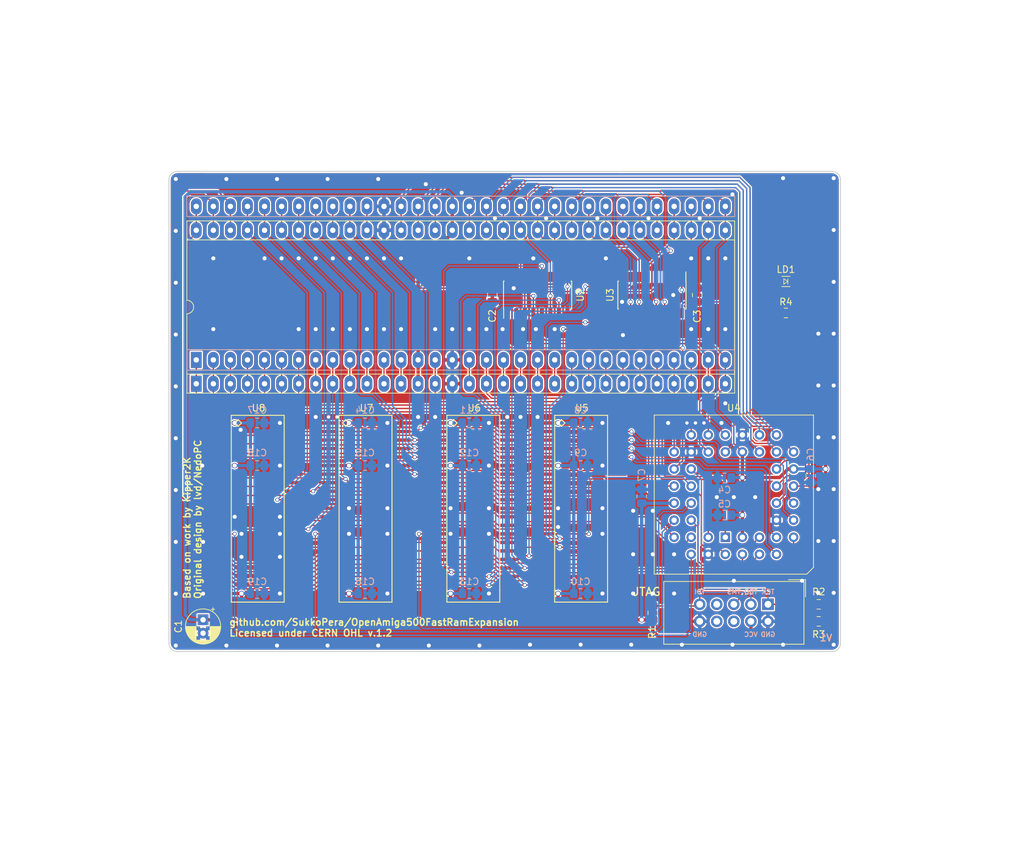
<source format=kicad_pcb>
(kicad_pcb (version 20171130) (host pcbnew 5.1.2)
  (title_block (title OpenAmiga500FastRamExpansion) (date 2019-05-19) (rev 1) (company SukkoPera) (comment 1 "Based on work by Kipper2K") (comment 2 "Original design by lvd/NedoPC") (comment 3 "Licensed under CERN OHL v.1.2"))
  (layers (0 F.Cu signal) (31 B.Cu signal) (36 B.SilkS user) (37 F.SilkS user) (38 B.Mask user) (39 F.Mask user) (44 Edge.Cuts user))
  (net 0 "")
  (net 1 /d3)
  (net 2 /d1)
  (net 3 /~as)
  (net 4 /~lds)
  (net 5 /d5)
  (net 6 /d7)
  (net 7 /d9)
  (net 8 /d11)
  (net 9 /d4)
  (net 10 /d2)
  (net 11 /d0)
  (net 12 /~uds)
  (net 13 /r~w)
  (net 14 /d6)
  (net 15 /d8)
  (net 16 /d10)
  (net 17 /clk)
  (net 18 GND)
  (net 19 VCC)
  (net 20 /~reset)
  (net 21 /a1)
  (net 22 /a3)
  (net 23 /a5)
  (net 24 /a7)
  (net 25 /a9)
  (net 26 /a11)
  (net 27 /a13)
  (net 28 /a2)
  (net 29 /a4)
  (net 30 /a6)
  (net 31 /a8)
  (net 32 /a10)
  (net 33 /a12)
  (net 34 /a14)
  (net 35 /a16)
  (net 36 /a18)
  (net 37 /a20)
  (net 38 /a21)
  (net 39 /a23)
  (net 40 /d14)
  (net 41 /d12)
  (net 42 /a15)
  (net 43 /a17)
  (net 44 /a19)
  (net 45 /a22)
  (net 46 /d15)
  (net 47 /d13)
  (net 48 /jtag_tms)
  (net 49 /jtag_tdi)
  (net 50 /jtag_tck)
  (net 51 /ma0)
  (net 52 /~ucas)
  (net 53 /ma1)
  (net 54 /jtag_tdo)
  (net 55 /~ras3)
  (net 56 /mux_switch)
  (net 57 /~ras2)
  (net 58 /~lcas)
  (net 59 /ma2)
  (net 60 /ma3)
  (net 61 /ma4)
  (net 62 /ma5)
  (net 63 /ma9)
  (net 64 /ma8)
  (net 65 /ma7)
  (net 66 /ma6)
  (net 67 "Net-(LD1-Pad2)")
  (net 68 /~dtack)
  (net 69 /~bg)
  (net 70 /~bgack)
  (net 71 /~br)
  (net 72 /~halt)
  (net 73 /~vma)
  (net 74 /e)
  (net 75 /vpa)
  (net 76 /~berr)
  (net 77 /~ipl2)
  (net 78 /~ipl1)
  (net 79 /~ipl0)
  (net 80 /fc2)
  (net 81 /fc1)
  (net 82 /fc0)
  (net 83 /~ras0)
  (net 84 /~ras1)
  (module OpenAmiga500FastRamExpansion:PLCC-44_THT-Socket (layer F.Cu) (at 180.848 104.902 180)
    (fp_text reference U4 (at -1.27 19.2405 180) (layer F.SilkS))
    (fp_text value ATF1502AS-10JU44)
    (pad 1 thru_hole rect (at 0 0 180) (size 1.4224 1.4224) (drill 0.8) (layers *.Cu *.Mask) (net 20 /~reset))
    (pad 3 thru_hole circle (at -2.54 0 180) (size 1.4224 1.4224) (drill 0.8) (layers *.Cu *.Mask) (net 19 VCC))
    (pad 5 thru_hole circle (at -5.08 0 180) (size 1.4224 1.4224) (drill 0.8) (layers *.Cu *.Mask) (net 51 /ma0))
    (pad 43 thru_hole circle (at 2.54 0 180) (size 1.4224 1.4224) (drill 0.8) (layers *.Cu *.Mask) (net 17 /clk))
    (pad 41 thru_hole circle (at 5.08 0 180) (size 1.4224 1.4224) (drill 0.8) (layers *.Cu *.Mask) (net 52 /~ucas))
    (pad 2 thru_hole circle (at -2.54 -2.54 180) (size 1.4224 1.4224) (drill 0.8) (layers *.Cu *.Mask) (net 3 /~as))
    (pad 4 thru_hole circle (at -5.08 -2.54 180) (size 1.4224 1.4224) (drill 0.8) (layers *.Cu *.Mask) (net 53 /ma1))
    (pad 6 thru_hole circle (at -7.62 -2.54 180) (size 1.4224 1.4224) (drill 0.8) (layers *.Cu *.Mask) (net 41 /d12))
    (pad 44 thru_hole circle (at 0 -2.54 180) (size 1.4224 1.4224) (drill 0.8) (layers *.Cu *.Mask) (net 12 /~uds))
    (pad 42 thru_hole circle (at 2.54 -2.54 180) (size 1.4224 1.4224) (drill 0.8) (layers *.Cu *.Mask) (net 18 GND))
    (pad 8 thru_hole circle (at -7.62 0 180) (size 1.4224 1.4224) (drill 0.8) (layers *.Cu *.Mask) (net 47 /d13))
    (pad 10 thru_hole circle (at -7.62 2.54 180) (size 1.4224 1.4224) (drill 0.8) (layers *.Cu *.Mask) (net 18 GND))
    (pad 12 thru_hole circle (at -7.62 5.08 180) (size 1.4224 1.4224) (drill 0.8) (layers *.Cu *.Mask) (net 39 /a23))
    (pad 14 thru_hole circle (at -7.62 7.62 180) (size 1.4224 1.4224) (drill 0.8) (layers *.Cu *.Mask) (net 45 /a22))
    (pad 16 thru_hole circle (at -7.62 10.16 180) (size 1.4224 1.4224) (drill 0.8) (layers *.Cu *.Mask) (net 38 /a21))
    (pad 7 thru_hole circle (at -10.16 0 180) (size 1.4224 1.4224) (drill 0.8) (layers *.Cu *.Mask) (net 49 /jtag_tdi))
    (pad 9 thru_hole circle (at -10.16 2.54 180) (size 1.4224 1.4224) (drill 0.8) (layers *.Cu *.Mask) (net 40 /d14))
    (pad 11 thru_hole circle (at -10.16 5.08 180) (size 1.4224 1.4224) (drill 0.8) (layers *.Cu *.Mask) (net 46 /d15))
    (pad 13 thru_hole circle (at -10.16 7.62 180) (size 1.4224 1.4224) (drill 0.8) (layers *.Cu *.Mask) (net 48 /jtag_tms))
    (pad 15 thru_hole circle (at -10.16 10.16 180) (size 1.4224 1.4224) (drill 0.8) (layers *.Cu *.Mask) (net 19 VCC))
    (pad 17 thru_hole circle (at -10.16 12.7 180) (size 1.4224 1.4224) (drill 0.8) (layers *.Cu *.Mask) (net 37 /a20))
    (pad 19 thru_hole circle (at -7.62 12.7 180) (size 1.4224 1.4224) (drill 0.8) (layers *.Cu *.Mask) (net 36 /a18))
    (pad 21 thru_hole circle (at -5.08 12.7 180) (size 1.4224 1.4224) (drill 0.8) (layers *.Cu *.Mask) (net 35 /a16))
    (pad 23 thru_hole circle (at -2.54 12.7 180) (size 1.4224 1.4224) (drill 0.8) (layers *.Cu *.Mask) (net 19 VCC))
    (pad 25 thru_hole circle (at 0 12.7 180) (size 1.4224 1.4224) (drill 0.8) (layers *.Cu *.Mask) (net 23 /a5))
    (pad 27 thru_hole circle (at 2.54 12.7 180) (size 1.4224 1.4224) (drill 0.8) (layers *.Cu *.Mask) (net 22 /a3))
    (pad 29 thru_hole circle (at 7.62 12.7 180) (size 1.4224 1.4224) (drill 0.8) (layers *.Cu *.Mask) (net 21 /a1))
    (pad 18 thru_hole circle (at -7.62 15.24 180) (size 1.4224 1.4224) (drill 0.8) (layers *.Cu *.Mask) (net 44 /a19))
    (pad 20 thru_hole circle (at -5.08 15.24 180) (size 1.4224 1.4224) (drill 0.8) (layers *.Cu *.Mask) (net 43 /a17))
    (pad 22 thru_hole circle (at -2.54 15.24 180) (size 1.4224 1.4224) (drill 0.8) (layers *.Cu *.Mask) (net 18 GND))
    (pad 24 thru_hole circle (at 0 15.24 180) (size 1.4224 1.4224) (drill 0.8) (layers *.Cu *.Mask) (net 30 /a6))
    (pad 26 thru_hole circle (at 2.54 15.24 180) (size 1.4224 1.4224) (drill 0.8) (layers *.Cu *.Mask) (net 29 /a4))
    (pad 28 thru_hole circle (at 5.08 15.24 180) (size 1.4224 1.4224) (drill 0.8) (layers *.Cu *.Mask) (net 28 /a2))
    (pad 30 thru_hole circle (at 5.08 12.7 180) (size 1.4224 1.4224) (drill 0.8) (layers *.Cu *.Mask) (net 18 GND))
    (pad 32 thru_hole circle (at 5.08 10.16 180) (size 1.4224 1.4224) (drill 0.8) (layers *.Cu *.Mask) (net 50 /jtag_tck))
    (pad 34 thru_hole circle (at 5.08 7.62 180) (size 1.4224 1.4224) (drill 0.8) (layers *.Cu *.Mask) (net 83 /~ras0))
    (pad 36 thru_hole circle (at 5.08 5.08 180) (size 1.4224 1.4224) (drill 0.8) (layers *.Cu *.Mask) (net 84 /~ras1))
    (pad 38 thru_hole circle (at 5.08 2.54 180) (size 1.4224 1.4224) (drill 0.8) (layers *.Cu *.Mask) (net 54 /jtag_tdo))
    (pad 40 thru_hole circle (at 5.08 -2.54 180) (size 1.4224 1.4224) (drill 0.8) (layers *.Cu *.Mask) (net 55 /~ras3))
    (pad 31 thru_hole circle (at 7.62 10.16 180) (size 1.4224 1.4224) (drill 0.8) (layers *.Cu *.Mask) (net 56 /mux_switch))
    (pad 33 thru_hole circle (at 7.62 7.62 180) (size 1.4224 1.4224) (drill 0.8) (layers *.Cu *.Mask) (net 4 /~lds))
    (pad 35 thru_hole circle (at 7.62 5.08 180) (size 1.4224 1.4224) (drill 0.8) (layers *.Cu *.Mask) (net 19 VCC))
    (pad 37 thru_hole circle (at 7.62 2.54 180) (size 1.4224 1.4224) (drill 0.8) (layers *.Cu *.Mask) (net 57 /~ras2))
    (pad 39 thru_hole circle (at 7.62 0 180) (size 1.4224 1.4224) (drill 0.8) (layers *.Cu *.Mask) (net 58 /~lcas))
  )
  (module OpenAmiga500FastRamExpansion:DIP-64_W22.86mm_Socket_LongPads_Socket (layer F.Cu) (at 102.11 78.494 90)
    (fp_text reference J1)
    (fp_text value 68000_SOCKET)
    (pad 1 thru_hole rect (at 0 0 90) (size 2.4 1.6) (drill 0.8) (layers *.Cu *.Mask) (net 9 /d4))
    (pad 33 thru_hole oval (at 22.86 78.74 90) (size 2.4 1.6) (drill 0.8) (layers *.Cu *.Mask) (net 23 /a5))
    (pad 2 thru_hole oval (at 0 2.54 90) (size 2.4 1.6) (drill 0.8) (layers *.Cu *.Mask) (net 1 /d3))
    (pad 34 thru_hole oval (at 22.86 76.2 90) (size 2.4 1.6) (drill 0.8) (layers *.Cu *.Mask) (net 30 /a6))
    (pad 3 thru_hole oval (at 0 5.08 90) (size 2.4 1.6) (drill 0.8) (layers *.Cu *.Mask) (net 10 /d2))
    (pad 35 thru_hole oval (at 22.86 73.66 90) (size 2.4 1.6) (drill 0.8) (layers *.Cu *.Mask) (net 24 /a7))
    (pad 4 thru_hole oval (at 0 7.62 90) (size 2.4 1.6) (drill 0.8) (layers *.Cu *.Mask) (net 2 /d1))
    (pad 36 thru_hole oval (at 22.86 71.12 90) (size 2.4 1.6) (drill 0.8) (layers *.Cu *.Mask) (net 31 /a8))
    (pad 5 thru_hole oval (at 0 10.16 90) (size 2.4 1.6) (drill 0.8) (layers *.Cu *.Mask) (net 11 /d0))
    (pad 37 thru_hole oval (at 22.86 68.58 90) (size 2.4 1.6) (drill 0.8) (layers *.Cu *.Mask) (net 25 /a9))
    (pad 6 thru_hole oval (at 0 12.7 90) (size 2.4 1.6) (drill 0.8) (layers *.Cu *.Mask) (net 3 /~as))
    (pad 38 thru_hole oval (at 22.86 66.04 90) (size 2.4 1.6) (drill 0.8) (layers *.Cu *.Mask) (net 32 /a10))
    (pad 7 thru_hole oval (at 0 15.24 90) (size 2.4 1.6) (drill 0.8) (layers *.Cu *.Mask) (net 12 /~uds))
    (pad 39 thru_hole oval (at 22.86 63.5 90) (size 2.4 1.6) (drill 0.8) (layers *.Cu *.Mask) (net 26 /a11))
    (pad 8 thru_hole oval (at 0 17.78 90) (size 2.4 1.6) (drill 0.8) (layers *.Cu *.Mask) (net 4 /~lds))
    (pad 40 thru_hole oval (at 22.86 60.96 90) (size 2.4 1.6) (drill 0.8) (layers *.Cu *.Mask) (net 33 /a12))
    (pad 9 thru_hole oval (at 0 20.32 90) (size 2.4 1.6) (drill 0.8) (layers *.Cu *.Mask) (net 13 /r~w))
    (pad 41 thru_hole oval (at 22.86 58.42 90) (size 2.4 1.6) (drill 0.8) (layers *.Cu *.Mask) (net 27 /a13))
    (pad 10 thru_hole oval (at 0 22.86 90) (size 2.4 1.6) (drill 0.8) (layers *.Cu *.Mask) (net 68 /~dtack))
    (pad 42 thru_hole oval (at 22.86 55.88 90) (size 2.4 1.6) (drill 0.8) (layers *.Cu *.Mask) (net 34 /a14))
    (pad 11 thru_hole oval (at 0 25.4 90) (size 2.4 1.6) (drill 0.8) (layers *.Cu *.Mask) (net 69 /~bg))
    (pad 43 thru_hole oval (at 22.86 53.34 90) (size 2.4 1.6) (drill 0.8) (layers *.Cu *.Mask) (net 42 /a15))
    (pad 12 thru_hole oval (at 0 27.94 90) (size 2.4 1.6) (drill 0.8) (layers *.Cu *.Mask) (net 70 /~bgack))
    (pad 44 thru_hole oval (at 22.86 50.8 90) (size 2.4 1.6) (drill 0.8) (layers *.Cu *.Mask) (net 35 /a16))
    (pad 13 thru_hole oval (at 0 30.48 90) (size 2.4 1.6) (drill 0.8) (layers *.Cu *.Mask) (net 71 /~br))
    (pad 45 thru_hole oval (at 22.86 48.26 90) (size 2.4 1.6) (drill 0.8) (layers *.Cu *.Mask) (net 43 /a17))
    (pad 14 thru_hole oval (at 0 33.02 90) (size 2.4 1.6) (drill 0.8) (layers *.Cu *.Mask) (net 19 VCC))
    (pad 46 thru_hole oval (at 22.86 45.72 90) (size 2.4 1.6) (drill 0.8) (layers *.Cu *.Mask) (net 36 /a18))
    (pad 15 thru_hole oval (at 0 35.56 90) (size 2.4 1.6) (drill 0.8) (layers *.Cu *.Mask) (net 17 /clk))
    (pad 47 thru_hole oval (at 22.86 43.18 90) (size 2.4 1.6) (drill 0.8) (layers *.Cu *.Mask) (net 44 /a19))
    (pad 16 thru_hole oval (at 0 38.1 90) (size 2.4 1.6) (drill 0.8) (layers *.Cu *.Mask) (net 18 GND))
    (pad 48 thru_hole oval (at 22.86 40.64 90) (size 2.4 1.6) (drill 0.8) (layers *.Cu *.Mask) (net 37 /a20))
    (pad 17 thru_hole oval (at 0 40.64 90) (size 2.4 1.6) (drill 0.8) (layers *.Cu *.Mask) (net 72 /~halt))
    (pad 49 thru_hole oval (at 22.86 38.1 90) (size 2.4 1.6) (drill 0.8) (layers *.Cu *.Mask) (net 19 VCC))
    (pad 18 thru_hole oval (at 0 43.18 90) (size 2.4 1.6) (drill 0.8) (layers *.Cu *.Mask) (net 20 /~reset))
    (pad 50 thru_hole oval (at 22.86 35.56 90) (size 2.4 1.6) (drill 0.8) (layers *.Cu *.Mask) (net 38 /a21))
    (pad 19 thru_hole oval (at 0 45.72 90) (size 2.4 1.6) (drill 0.8) (layers *.Cu *.Mask) (net 73 /~vma))
    (pad 51 thru_hole oval (at 22.86 33.02 90) (size 2.4 1.6) (drill 0.8) (layers *.Cu *.Mask) (net 45 /a22))
    (pad 20 thru_hole oval (at 0 48.26 90) (size 2.4 1.6) (drill 0.8) (layers *.Cu *.Mask) (net 74 /e))
    (pad 52 thru_hole oval (at 22.86 30.48 90) (size 2.4 1.6) (drill 0.8) (layers *.Cu *.Mask) (net 39 /a23))
    (pad 21 thru_hole oval (at 0 50.8 90) (size 2.4 1.6) (drill 0.8) (layers *.Cu *.Mask) (net 75 /vpa))
    (pad 53 thru_hole oval (at 22.86 27.94 90) (size 2.4 1.6) (drill 0.8) (layers *.Cu *.Mask) (net 18 GND))
    (pad 22 thru_hole oval (at 0 53.34 90) (size 2.4 1.6) (drill 0.8) (layers *.Cu *.Mask) (net 76 /~berr))
    (pad 54 thru_hole oval (at 22.86 25.4 90) (size 2.4 1.6) (drill 0.8) (layers *.Cu *.Mask) (net 46 /d15))
    (pad 23 thru_hole oval (at 0 55.88 90) (size 2.4 1.6) (drill 0.8) (layers *.Cu *.Mask) (net 77 /~ipl2))
    (pad 55 thru_hole oval (at 22.86 22.86 90) (size 2.4 1.6) (drill 0.8) (layers *.Cu *.Mask) (net 40 /d14))
    (pad 24 thru_hole oval (at 0 58.42 90) (size 2.4 1.6) (drill 0.8) (layers *.Cu *.Mask) (net 78 /~ipl1))
    (pad 56 thru_hole oval (at 22.86 20.32 90) (size 2.4 1.6) (drill 0.8) (layers *.Cu *.Mask) (net 47 /d13))
    (pad 25 thru_hole oval (at 0 60.96 90) (size 2.4 1.6) (drill 0.8) (layers *.Cu *.Mask) (net 79 /~ipl0))
    (pad 57 thru_hole oval (at 22.86 17.78 90) (size 2.4 1.6) (drill 0.8) (layers *.Cu *.Mask) (net 41 /d12))
    (pad 26 thru_hole oval (at 0 63.5 90) (size 2.4 1.6) (drill 0.8) (layers *.Cu *.Mask) (net 80 /fc2))
    (pad 58 thru_hole oval (at 22.86 15.24 90) (size 2.4 1.6) (drill 0.8) (layers *.Cu *.Mask) (net 8 /d11))
    (pad 27 thru_hole oval (at 0 66.04 90) (size 2.4 1.6) (drill 0.8) (layers *.Cu *.Mask) (net 81 /fc1))
    (pad 59 thru_hole oval (at 22.86 12.7 90) (size 2.4 1.6) (drill 0.8) (layers *.Cu *.Mask) (net 16 /d10))
    (pad 28 thru_hole oval (at 0 68.58 90) (size 2.4 1.6) (drill 0.8) (layers *.Cu *.Mask) (net 82 /fc0))
    (pad 60 thru_hole oval (at 22.86 10.16 90) (size 2.4 1.6) (drill 0.8) (layers *.Cu *.Mask) (net 7 /d9))
    (pad 29 thru_hole oval (at 0 71.12 90) (size 2.4 1.6) (drill 0.8) (layers *.Cu *.Mask) (net 21 /a1))
    (pad 61 thru_hole oval (at 22.86 7.62 90) (size 2.4 1.6) (drill 0.8) (layers *.Cu *.Mask) (net 15 /d8))
    (pad 30 thru_hole oval (at 0 73.66 90) (size 2.4 1.6) (drill 0.8) (layers *.Cu *.Mask) (net 28 /a2))
    (pad 62 thru_hole oval (at 22.86 5.08 90) (size 2.4 1.6) (drill 0.8) (layers *.Cu *.Mask) (net 6 /d7))
    (pad 31 thru_hole oval (at 0 76.2 90) (size 2.4 1.6) (drill 0.8) (layers *.Cu *.Mask) (net 22 /a3))
    (pad 63 thru_hole oval (at 22.86 2.54 90) (size 2.4 1.6) (drill 0.8) (layers *.Cu *.Mask) (net 14 /d6))
    (pad 32 thru_hole oval (at 0 78.74 90) (size 2.4 1.6) (drill 0.8) (layers *.Cu *.Mask) (net 29 /a4))
    (pad 64 thru_hole oval (at 22.86 0 90) (size 2.4 1.6) (drill 0.8) (layers *.Cu *.Mask) (net 5 /d5))
  )
  (module OpenAmiga500FastRamExpansion:DIP-64_W22.86mm_Socket_LongPads_IC (layer F.Cu) (at 102.11 82.05 90)
    (fp_text reference U1)
    (fp_text value 68000D)
    (pad 64 thru_hole oval (at 22.86 0 90) (size 2.4 1.6) (drill 0.8) (layers *.Cu *.Mask) (net 5 /d5))
    (pad 32 thru_hole oval (at 0 78.74 90) (size 2.4 1.6) (drill 0.8) (layers *.Cu *.Mask) (net 29 /a4))
    (pad 63 thru_hole oval (at 22.86 2.54 90) (size 2.4 1.6) (drill 0.8) (layers *.Cu *.Mask) (net 14 /d6))
    (pad 31 thru_hole oval (at 0 76.2 90) (size 2.4 1.6) (drill 0.8) (layers *.Cu *.Mask) (net 22 /a3))
    (pad 62 thru_hole oval (at 22.86 5.08 90) (size 2.4 1.6) (drill 0.8) (layers *.Cu *.Mask) (net 6 /d7))
    (pad 30 thru_hole oval (at 0 73.66 90) (size 2.4 1.6) (drill 0.8) (layers *.Cu *.Mask) (net 28 /a2))
    (pad 61 thru_hole oval (at 22.86 7.62 90) (size 2.4 1.6) (drill 0.8) (layers *.Cu *.Mask) (net 15 /d8))
    (pad 29 thru_hole oval (at 0 71.12 90) (size 2.4 1.6) (drill 0.8) (layers *.Cu *.Mask) (net 21 /a1))
    (pad 60 thru_hole oval (at 22.86 10.16 90) (size 2.4 1.6) (drill 0.8) (layers *.Cu *.Mask) (net 7 /d9))
    (pad 28 thru_hole oval (at 0 68.58 90) (size 2.4 1.6) (drill 0.8) (layers *.Cu *.Mask) (net 82 /fc0))
    (pad 59 thru_hole oval (at 22.86 12.7 90) (size 2.4 1.6) (drill 0.8) (layers *.Cu *.Mask) (net 16 /d10))
    (pad 27 thru_hole oval (at 0 66.04 90) (size 2.4 1.6) (drill 0.8) (layers *.Cu *.Mask) (net 81 /fc1))
    (pad 58 thru_hole oval (at 22.86 15.24 90) (size 2.4 1.6) (drill 0.8) (layers *.Cu *.Mask) (net 8 /d11))
    (pad 26 thru_hole oval (at 0 63.5 90) (size 2.4 1.6) (drill 0.8) (layers *.Cu *.Mask) (net 80 /fc2))
    (pad 57 thru_hole oval (at 22.86 17.78 90) (size 2.4 1.6) (drill 0.8) (layers *.Cu *.Mask) (net 41 /d12))
    (pad 25 thru_hole oval (at 0 60.96 90) (size 2.4 1.6) (drill 0.8) (layers *.Cu *.Mask) (net 79 /~ipl0))
    (pad 56 thru_hole oval (at 22.86 20.32 90) (size 2.4 1.6) (drill 0.8) (layers *.Cu *.Mask) (net 47 /d13))
    (pad 24 thru_hole oval (at 0 58.42 90) (size 2.4 1.6) (drill 0.8) (layers *.Cu *.Mask) (net 78 /~ipl1))
    (pad 55 thru_hole oval (at 22.86 22.86 90) (size 2.4 1.6) (drill 0.8) (layers *.Cu *.Mask) (net 40 /d14))
    (pad 23 thru_hole oval (at 0 55.88 90) (size 2.4 1.6) (drill 0.8) (layers *.Cu *.Mask) (net 77 /~ipl2))
    (pad 54 thru_hole oval (at 22.86 25.4 90) (size 2.4 1.6) (drill 0.8) (layers *.Cu *.Mask) (net 46 /d15))
    (pad 22 thru_hole oval (at 0 53.34 90) (size 2.4 1.6) (drill 0.8) (layers *.Cu *.Mask) (net 76 /~berr))
    (pad 53 thru_hole oval (at 22.86 27.94 90) (size 2.4 1.6) (drill 0.8) (layers *.Cu *.Mask) (net 18 GND))
    (pad 21 thru_hole oval (at 0 50.8 90) (size 2.4 1.6) (drill 0.8) (layers *.Cu *.Mask) (net 75 /vpa))
    (pad 52 thru_hole oval (at 22.86 30.48 90) (size 2.4 1.6) (drill 0.8) (layers *.Cu *.Mask) (net 39 /a23))
    (pad 20 thru_hole oval (at 0 48.26 90) (size 2.4 1.6) (drill 0.8) (layers *.Cu *.Mask) (net 74 /e))
    (pad 51 thru_hole oval (at 22.86 33.02 90) (size 2.4 1.6) (drill 0.8) (layers *.Cu *.Mask) (net 45 /a22))
    (pad 19 thru_hole oval (at 0 45.72 90) (size 2.4 1.6) (drill 0.8) (layers *.Cu *.Mask) (net 73 /~vma))
    (pad 50 thru_hole oval (at 22.86 35.56 90) (size 2.4 1.6) (drill 0.8) (layers *.Cu *.Mask) (net 38 /a21))
    (pad 18 thru_hole oval (at 0 43.18 90) (size 2.4 1.6) (drill 0.8) (layers *.Cu *.Mask) (net 20 /~reset))
    (pad 49 thru_hole oval (at 22.86 38.1 90) (size 2.4 1.6) (drill 0.8) (layers *.Cu *.Mask) (net 19 VCC))
    (pad 17 thru_hole oval (at 0 40.64 90) (size 2.4 1.6) (drill 0.8) (layers *.Cu *.Mask) (net 72 /~halt))
    (pad 48 thru_hole oval (at 22.86 40.64 90) (size 2.4 1.6) (drill 0.8) (layers *.Cu *.Mask) (net 37 /a20))
    (pad 16 thru_hole oval (at 0 38.1 90) (size 2.4 1.6) (drill 0.8) (layers *.Cu *.Mask) (net 18 GND))
    (pad 47 thru_hole oval (at 22.86 43.18 90) (size 2.4 1.6) (drill 0.8) (layers *.Cu *.Mask) (net 44 /a19))
    (pad 15 thru_hole oval (at 0 35.56 90) (size 2.4 1.6) (drill 0.8) (layers *.Cu *.Mask) (net 17 /clk))
    (pad 46 thru_hole oval (at 22.86 45.72 90) (size 2.4 1.6) (drill 0.8) (layers *.Cu *.Mask) (net 36 /a18))
    (pad 14 thru_hole oval (at 0 33.02 90) (size 2.4 1.6) (drill 0.8) (layers *.Cu *.Mask) (net 19 VCC))
    (pad 45 thru_hole oval (at 22.86 48.26 90) (size 2.4 1.6) (drill 0.8) (layers *.Cu *.Mask) (net 43 /a17))
    (pad 13 thru_hole oval (at 0 30.48 90) (size 2.4 1.6) (drill 0.8) (layers *.Cu *.Mask) (net 71 /~br))
    (pad 44 thru_hole oval (at 22.86 50.8 90) (size 2.4 1.6) (drill 0.8) (layers *.Cu *.Mask) (net 35 /a16))
    (pad 12 thru_hole oval (at 0 27.94 90) (size 2.4 1.6) (drill 0.8) (layers *.Cu *.Mask) (net 70 /~bgack))
    (pad 43 thru_hole oval (at 22.86 53.34 90) (size 2.4 1.6) (drill 0.8) (layers *.Cu *.Mask) (net 42 /a15))
    (pad 11 thru_hole oval (at 0 25.4 90) (size 2.4 1.6) (drill 0.8) (layers *.Cu *.Mask) (net 69 /~bg))
    (pad 42 thru_hole oval (at 22.86 55.88 90) (size 2.4 1.6) (drill 0.8) (layers *.Cu *.Mask) (net 34 /a14))
    (pad 10 thru_hole oval (at 0 22.86 90) (size 2.4 1.6) (drill 0.8) (layers *.Cu *.Mask) (net 68 /~dtack))
    (pad 41 thru_hole oval (at 22.86 58.42 90) (size 2.4 1.6) (drill 0.8) (layers *.Cu *.Mask) (net 27 /a13))
    (pad 9 thru_hole oval (at 0 20.32 90) (size 2.4 1.6) (drill 0.8) (layers *.Cu *.Mask) (net 13 /r~w))
    (pad 40 thru_hole oval (at 22.86 60.96 90) (size 2.4 1.6) (drill 0.8) (layers *.Cu *.Mask) (net 33 /a12))
    (pad 8 thru_hole oval (at 0 17.78 90) (size 2.4 1.6) (drill 0.8) (layers *.Cu *.Mask) (net 4 /~lds))
    (pad 39 thru_hole oval (at 22.86 63.5 90) (size 2.4 1.6) (drill 0.8) (layers *.Cu *.Mask) (net 26 /a11))
    (pad 7 thru_hole oval (at 0 15.24 90) (size 2.4 1.6) (drill 0.8) (layers *.Cu *.Mask) (net 12 /~uds))
    (pad 38 thru_hole oval (at 22.86 66.04 90) (size 2.4 1.6) (drill 0.8) (layers *.Cu *.Mask) (net 32 /a10))
    (pad 6 thru_hole oval (at 0 12.7 90) (size 2.4 1.6) (drill 0.8) (layers *.Cu *.Mask) (net 3 /~as))
    (pad 37 thru_hole oval (at 22.86 68.58 90) (size 2.4 1.6) (drill 0.8) (layers *.Cu *.Mask) (net 25 /a9))
    (pad 5 thru_hole oval (at 0 10.16 90) (size 2.4 1.6) (drill 0.8) (layers *.Cu *.Mask) (net 11 /d0))
    (pad 36 thru_hole oval (at 22.86 71.12 90) (size 2.4 1.6) (drill 0.8) (layers *.Cu *.Mask) (net 31 /a8))
    (pad 4 thru_hole oval (at 0 7.62 90) (size 2.4 1.6) (drill 0.8) (layers *.Cu *.Mask) (net 2 /d1))
    (pad 35 thru_hole oval (at 22.86 73.66 90) (size 2.4 1.6) (drill 0.8) (layers *.Cu *.Mask) (net 24 /a7))
    (pad 3 thru_hole oval (at 0 5.08 90) (size 2.4 1.6) (drill 0.8) (layers *.Cu *.Mask) (net 10 /d2))
    (pad 34 thru_hole oval (at 22.86 76.2 90) (size 2.4 1.6) (drill 0.8) (layers *.Cu *.Mask) (net 30 /a6))
    (pad 2 thru_hole oval (at 0 2.54 90) (size 2.4 1.6) (drill 0.8) (layers *.Cu *.Mask) (net 1 /d3))
    (pad 33 thru_hole oval (at 22.86 78.74 90) (size 2.4 1.6) (drill 0.8) (layers *.Cu *.Mask) (net 23 /a5))
    (pad 1 thru_hole rect (at 0 0 90) (size 2.4 1.6) (drill 0.8) (layers *.Cu *.Mask) (net 9 /d4))
  )
  (module Symbol:OSHW-Logo2_7.3x6mm_Copper (layer F.Cu) (at 189.865 57.912)
    (fp_text reference P99 hide)
    (fp_text value OSHW_LOGO hide)
    (fp_poly (pts (xy -2.400256 1.919918) (xy -2.344799 1.947568) (xy -2.295852 1.99848) (xy -2.282371 2.017338) (xy -2.267686 2.042015) (xy -2.258158 2.068816) (xy -2.252707 2.104587) (xy -2.250253 2.156169) (xy -2.249714 2.224267) (xy -2.252148 2.317588) (xy -2.260606 2.387657) (xy -2.276826 2.439931) (xy -2.302546 2.479869) (xy -2.339503 2.512929) (xy -2.342218 2.514886) (xy -2.37864 2.534908) (xy -2.422498 2.544815) (xy -2.478276 2.547257) (xy -2.568952 2.547257) (xy -2.56899 2.635283) (xy -2.569834 2.684308) (xy -2.574976 2.713065) (xy -2.588413 2.730311) (xy -2.614142 2.744808) (xy -2.620321 2.747769) (xy -2.649236 2.761648) (xy -2.671624 2.770414) (xy -2.688271 2.771171) (xy -2.699964 2.761023) (xy -2.70749 2.737073) (xy -2.711634 2.696426) (xy -2.713185 2.636186) (xy -2.712929 2.553455) (xy -2.711651 2.445339) (xy -2.711252 2.413) (xy -2.709815 2.301524) (xy -2.708528 2.228603) (xy -2.569029 2.228603) (xy -2.568245 2.290499) (xy -2.56476 2.330997) (xy -2.556876 2.357708) (xy -2.542895 2.378244) (xy -2.533403 2.38826) (xy -2.494596 2.417567) (xy -2.460237 2.419952) (xy -2.424784 2.39575) (xy -2.423886 2.394857) (xy -2.409461 2.376153) (xy -2.400687 2.350732) (xy -2.396261 2.311584) (xy -2.394882 2.251697) (xy -2.394857 2.23843) (xy -2.398188 2.155901) (xy -2.409031 2.098691) (xy -2.42866 2.063766) (xy -2.45835 2.048094) (xy -2.475509 2.046514) (xy -2.516234 2.053926) (xy -2.544168 2.07833) (xy -2.560983 2.12298) (xy -2.56835 2.19113) (xy -2.569029 2.228603) (xy -2.708528 2.228603) (xy -2.708292 2.215245) (xy -2.706323 2.150333) (xy -2.70355 2.102958) (xy -2.699612 2.06929) (xy -2.694151 2.045498) (xy -2.686808 2.027753) (xy -2.677223 2.012224) (xy -2.673113 2.006381) (xy -2.618595 1.951185) (xy -2.549664 1.91989) (xy -2.469928 1.911165) (xy -2.400256 1.919918)) (layer F.Cu) (width 0.01))
    (fp_poly (pts (xy -1.283907 1.92778) (xy -1.237328 1.954723) (xy -1.204943 1.981466) (xy -1.181258 2.009484) (xy -1.164941 2.043748) (xy -1.154661 2.089227) (xy -1.149086 2.150892) (xy -1.146884 2.233711) (xy -1.146629 2.293246) (xy -1.146629 2.512391) (xy -1.208314 2.540044) (xy -1.27 2.567697) (xy -1.277257 2.32767) (xy -1.280256 2.238028) (xy -1.283402 2.172962) (xy -1.287299 2.128026) (xy -1.292553 2.09877) (xy -1.299769 2.080748) (xy -1.30955 2.069511) (xy -1.312688 2.067079) (xy -1.360239 2.048083) (xy -1.408303 2.0556) (xy -1.436914 2.075543) (xy -1.448553 2.089675) (xy -1.456609 2.10822) (xy -1.461729 2.136334) (xy -1.464559 2.179173) (xy -1.465744 2.241895) (xy -1.465943 2.307261) (xy -1.465982 2.389268) (xy -1.467386 2.447316) (xy -1.472086 2.486465) (xy -1.482013 2.51178) (xy -1.499097 2.528323) (xy -1.525268 2.541156) (xy -1.560225 2.554491) (xy -1.598404 2.569007) (xy -1.593859 2.311389) (xy -1.592029 2.218519) (xy -1.589888 2.149889) (xy -1.586819 2.100711) (xy -1.582206 2.066198) (xy -1.575432 2.041562) (xy -1.565881 2.022016) (xy -1.554366 2.00477) (xy -1.49881 1.94968) (xy -1.43102 1.917822) (xy -1.357287 1.910191) (xy -1.283907 1.92778)) (layer F.Cu) (width 0.01))
    (fp_poly (pts (xy -2.958885 1.921962) (xy -2.890855 1.957733) (xy -2.840649 2.015301) (xy -2.822815 2.052312) (xy -2.808937 2.107882) (xy -2.801833 2.178096) (xy -2.80116 2.254727) (xy -2.806573 2.329552) (xy -2.81773 2.394342) (xy -2.834286 2.440873) (xy -2.839374 2.448887) (xy -2.899645 2.508707) (xy -2.971231 2.544535) (xy -3.048908 2.55502) (xy -3.127452 2.53881) (xy -3.149311 2.529092) (xy -3.191878 2.499143) (xy -3.229237 2.459433) (xy -3.232768 2.454397) (xy -3.247119 2.430124) (xy -3.256606 2.404178) (xy -3.26221 2.370022) (xy -3.264914 2.321119) (xy -3.265701 2.250935) (xy -3.265714 2.2352) (xy -3.265678 2.230192) (xy -3.120571 2.230192) (xy -3.119727 2.29643) (xy -3.116404 2.340386) (xy -3.109417 2.368779) (xy -3.097584 2.388325) (xy -3.091543 2.394857) (xy -3.056814 2.41968) (xy -3.023097 2.418548) (xy -2.989005 2.397016) (xy -2.968671 2.374029) (xy -2.956629 2.340478) (xy -2.949866 2.287569) (xy -2.949402 2.281399) (xy -2.948248 2.185513) (xy -2.960312 2.114299) (xy -2.98543 2.068194) (xy -3.02344 2.047635) (xy -3.037008 2.046514) (xy -3.072636 2.052152) (xy -3.097006 2.071686) (xy -3.111907 2.109042) (xy -3.119125 2.16815) (xy -3.120571 2.230192) (xy -3.265678 2.230192) (xy -3.265174 2.160413) (xy -3.262904 2.108159) (xy -3.257932 2.071949) (xy -3.249287 2.045299) (xy -3.235995 2.021722) (xy -3.233057 2.017338) (xy -3.183687 1.958249) (xy -3.129891 1.923947) (xy -3.064398 1.910331) (xy -3.042158 1.909665) (xy -2.958885 1.921962)) (layer F.Cu) (width 0.01))
    (fp_poly (pts (xy -1.831697 1.931239) (xy -1.774473 1.969735) (xy -1.730251 2.025335) (xy -1.703833 2.096086) (xy -1.69849 2.148162) (xy -1.699097 2.169893) (xy -1.704178 2.186531) (xy -1.718145 2.201437) (xy -1.745411 2.217973) (xy -1.790388 2.239498) (xy -1.857489 2.269374) (xy -1.857829 2.269524) (xy -1.919593 2.297813) (xy -1.970241 2.322933) (xy -2.004596 2.342179) (xy -2.017482 2.352848) (xy -2.017486 2.352934) (xy -2.006128 2.376166) (xy -1.979569 2.401774) (xy -1.949077 2.420221) (xy -1.93363 2.423886) (xy -1.891485 2.411212) (xy -1.855192 2.379471) (xy -1.837483 2.344572) (xy -1.820448 2.318845) (xy -1.787078 2.289546) (xy -1.747851 2.264235) (xy -1.713244 2.250471) (xy -1.706007 2.249714) (xy -1.697861 2.26216) (xy -1.69737 2.293972) (xy -1.703357 2.336866) (xy -1.714643 2.382558) (xy -1.73005 2.422761) (xy -1.730829 2.424322) (xy -1.777196 2.489062) (xy -1.837289 2.533097) (xy -1.905535 2.554711) (xy -1.976362 2.552185) (xy -2.044196 2.523804) (xy -2.047212 2.521808) (xy -2.100573 2.473448) (xy -2.13566 2.410352) (xy -2.155078 2.327387) (xy -2.157684 2.304078) (xy -2.162299 2.194055) (xy -2.156767 2.142748) (xy -2.017486 2.142748) (xy -2.015676 2.174753) (xy -2.005778 2.184093) (xy -1.981102 2.177105) (xy -1.942205 2.160587) (xy -1.898725 2.139881) (xy -1.897644 2.139333) (xy -1.860791 2.119949) (xy -1.846 2.107013) (xy -1.849647 2.093451) (xy -1.865005 2.075632) (xy -1.904077 2.049845) (xy -1.946154 2.04795) (xy -1.983897 2.066717) (xy -2.009966 2.102915) (xy -2.017486 2.142748) (xy -2.156767 2.142748) (xy -2.152806 2.106027) (xy -2.12845 2.036212) (xy -2.094544 1.987302) (xy -2.033347 1.937878) (xy -1.965937 1.913359) (xy -1.89712 1.911797) (xy -1.831697 1.931239)) (layer F.Cu) (width 0.01))
    (fp_poly (pts (xy -0.624114 1.851289) (xy -0.619861 1.910613) (xy -0.614975 1.945572) (xy -0.608205 1.96082) (xy -0.598298 1.961015) (xy -0.595086 1.959195) (xy -0.552356 1.946015) (xy -0.496773 1.946785) (xy -0.440263 1.960333) (xy -0.404918 1.977861) (xy -0.368679 2.005861) (xy -0.342187 2.037549) (xy -0.324001 2.077813) (xy -0.312678 2.131543) (xy -0.306778 2.203626) (xy -0.304857 2.298951) (xy -0.304823 2.317237) (xy -0.3048 2.522646) (xy -0.350509 2.53858) (xy -0.382973 2.54942) (xy -0.400785 2.554468) (xy -0.401309 2.554514) (xy -0.403063 2.540828) (xy -0.404556 2.503076) (xy -0.405674 2.446224) (xy -0.406303 2.375234) (xy -0.4064 2.332073) (xy -0.406602 2.246973) (xy -0.407642 2.185981) (xy -0.410169 2.144177) (xy -0.414836 2.116642) (xy -0.422293 2.098456) (xy -0.433189 2.084698) (xy -0.439993 2.078073) (xy -0.486728 2.051375) (xy -0.537728 2.049375) (xy -0.583999 2.071955) (xy -0.592556 2.080107) (xy -0.605107 2.095436) (xy -0.613812 2.113618) (xy -0.619369 2.139909) (xy -0.622474 2.179562) (xy -0.623824 2.237832) (xy -0.624114 2.318173) (xy -0.624114 2.522646) (xy -0.669823 2.53858) (xy -0.702287 2.54942) (xy -0.720099 2.554468) (xy -0.720623 2.554514) (xy -0.721963 2.540623) (xy -0.723172 2.501439) (xy -0.724199 2.4407) (xy -0.724998 2.362141) (xy -0.725519 2.269498) (xy -0.725714 2.166509) (xy -0.725714 1.769342) (xy -0.678543 1.749444) (xy -0.631371 1.729547) (xy -0.624114 1.851289)) (layer F.Cu) (width 0.01))
    (fp_poly (pts (xy 0.039744 1.950968) (xy 0.096616 1.972087) (xy 0.097267 1.972493) (xy 0.13244 1.99838) (xy 0.158407 2.028633) (xy 0.17667 2.068058) (xy 0.188732 2.121462) (xy 0.196096 2.193651) (xy 0.200264 2.289432) (xy 0.200629 2.303078) (xy 0.205876 2.508842) (xy 0.161716 2.531678) (xy 0.129763 2.54711) (xy 0.11047 2.554423) (xy 0.109578 2.554514) (xy 0.106239 2.541022) (xy 0.103587 2.504626) (xy 0.101956 2.451452) (xy 0.1016 2.408393) (xy 0.101592 2.338641) (xy 0.098403 2.294837) (xy 0.087288 2.273944) (xy 0.063501 2.272925) (xy 0.022296 2.288741) (xy -0.039914 2.317815) (xy -0.085659 2.341963) (xy -0.109187 2.362913) (xy -0.116104 2.385747) (xy -0.116114 2.386877) (xy -0.104701 2.426212) (xy -0.070908 2.447462) (xy -0.019191 2.450539) (xy 0.018061 2.450006) (xy 0.037703 2.460735) (xy 0.049952 2.486505) (xy 0.057002 2.519337) (xy 0.046842 2.537966) (xy 0.043017 2.540632) (xy 0.007001 2.55134) (xy -0.043434 2.552856) (xy -0.095374 2.545759) (xy -0.132178 2.532788) (xy -0.183062 2.489585) (xy -0.211986 2.429446) (xy -0.217714 2.382462) (xy -0.213343 2.340082) (xy -0.197525 2.305488) (xy -0.166203 2.274763) (xy -0.115322 2.24399) (xy -0.040824 2.209252) (xy -0.036286 2.207288) (xy 0.030821 2.176287) (xy 0.072232 2.150862) (xy 0.089981 2.128014) (xy 0.086107 2.104745) (xy 0.062643 2.078056) (xy 0.055627 2.071914) (xy 0.00863 2.0481) (xy -0.040067 2.049103) (xy -0.082478 2.072451) (xy -0.110616 2.115675) (xy -0.113231 2.12416) (xy -0.138692 2.165308) (xy -0.170999 2.185128) (xy -0.217714 2.20477) (xy -0.217714 2.15395) (xy -0.203504 2.080082) (xy -0.161325 2.012327) (xy -0.139376 1.989661) (xy -0.089483 1.960569) (xy -0.026033 1.9474) (xy 0.039744 1.950968)) (layer F.Cu) (width 0.01))
    (fp_poly (pts (xy 0.529926 1.949755) (xy 0.595858 1.974084) (xy 0.649273 2.017117) (xy 0.670164 2.047409) (xy 0.692939 2.102994) (xy 0.692466 2.143186) (xy 0.668562 2.170217) (xy 0.659717 2.174813) (xy 0.62153 2.189144) (xy 0.602028 2.185472) (xy 0.595422 2.161407) (xy 0.595086 2.148114) (xy 0.582992 2.09921) (xy 0.551471 2.064999) (xy 0.507659 2.048476) (xy 0.458695 2.052634) (xy 0.418894 2.074227) (xy 0.40545 2.086544) (xy 0.395921 2.101487) (xy 0.389485 2.124075) (xy 0.385317 2.159328) (xy 0.382597 2.212266) (xy 0.380502 2.287907) (xy 0.37996 2.311857) (xy 0.377981 2.39379) (xy 0.375731 2.451455) (xy 0.372357 2.489608) (xy 0.367006 2.513004) (xy 0.358824 2.526398) (xy 0.346959 2.534545) (xy 0.339362 2.538144) (xy 0.307102 2.550452) (xy 0.288111 2.554514) (xy 0.281836 2.540948) (xy 0.278006 2.499934) (xy 0.2766 2.430999) (xy 0.277598 2.333669) (xy 0.277908 2.318657) (xy 0.280101 2.229859) (xy 0.282693 2.165019) (xy 0.286382 2.119067) (xy 0.291864 2.086935) (xy 0.299835 2.063553) (xy 0.310993 2.043852) (xy 0.31683 2.03541) (xy 0.350296 1.998057) (xy 0.387727 1.969003) (xy 0.392309 1.966467) (xy 0.459426 1.946443) (xy 0.529926 1.949755)) (layer F.Cu) (width 0.01))
    (fp_poly (pts (xy 1.190117 2.065358) (xy 1.189933 2.173837) (xy 1.189219 2.257287) (xy 1.187675 2.319704) (xy 1.185001 2.365085) (xy 1.180894 2.397429) (xy 1.175055 2.420733) (xy 1.167182 2.438995) (xy 1.161221 2.449418) (xy 1.111855 2.505945) (xy 1.049264 2.541377) (xy 0.980013 2.55409) (xy 0.910668 2.542463) (xy 0.869375 2.521568) (xy 0.826025 2.485422) (xy 0.796481 2.441276) (xy 0.778655 2.383462) (xy 0.770463 2.306313) (xy 0.769302 2.249714) (xy 0.769458 2.245647) (xy 0.870857 2.245647) (xy 0.871476 2.31055) (xy 0.874314 2.353514) (xy 0.88084 2.381622) (xy 0.892523 2.401953) (xy 0.906483 2.417288) (xy 0.953365 2.44689) (xy 1.003701 2.449419) (xy 1.051276 2.424705) (xy 1.054979 2.421356) (xy 1.070783 2.403935) (xy 1.080693 2.383209) (xy 1.086058 2.352362) (xy 1.088228 2.304577) (xy 1.088571 2.251748) (xy 1.087827 2.185381) (xy 1.084748 2.141106) (xy 1.078061 2.112009) (xy 1.066496 2.091173) (xy 1.057013 2.080107) (xy 1.01296 2.052198) (xy 0.962224 2.048843) (xy 0.913796 2.070159) (xy 0.90445 2.078073) (xy 0.88854 2.095647) (xy 0.87861 2.116587) (xy 0.873278 2.147782) (xy 0.871163 2.196122) (xy 0.870857 2.245647) (xy 0.769458 2.245647) (xy 0.77281 2.158568) (xy 0.784726 2.090086) (xy 0.807135 2.0386) (xy 0.842124 1.998443) (xy 0.869375 1.977861) (xy 0.918907 1.955625) (xy 0.976316 1.945304) (xy 1.029682 1.948067) (xy 1.059543 1.959212) (xy 1.071261 1.962383) (xy 1.079037 1.950557) (xy 1.084465 1.918866) (xy 1.088571 1.870593) (xy 1.093067 1.816829) (xy 1.099313 1.784482) (xy 1.110676 1.765985) (xy 1.130528 1.75377) (xy 1.143 1.748362) (xy 1.190171 1.728601) (xy 1.190117 2.065358)) (layer F.Cu) (width 0.01))
    (fp_poly (pts (xy 1.779833 1.958663) (xy 1.782048 1.99685) (xy 1.783784 2.054886) (xy 1.784899 2.12818) (xy 1.785257 2.205055) (xy 1.785257 2.465196) (xy 1.739326 2.511127) (xy 1.707675 2.539429) (xy 1.67989 2.550893) (xy 1.641915 2.550168) (xy 1.62684 2.548321) (xy 1.579726 2.542948) (xy 1.540756 2.539869) (xy 1.531257 2.539585) (xy 1.499233 2.541445) (xy 1.453432 2.546114) (xy 1.435674 2.548321) (xy 1.392057 2.551735) (xy 1.362745 2.54432) (xy 1.33368 2.521427) (xy 1.323188 2.511127) (xy 1.277257 2.465196) (xy 1.277257 1.978602) (xy 1.314226 1.961758) (xy 1.346059 1.949282) (xy 1.364683 1.944914) (xy 1.369458 1.958718) (xy 1.373921 1.997286) (xy 1.377775 2.056356) (xy 1.380722 2.131663) (xy 1.382143 2.195286) (xy 1.386114 2.445657) (xy 1.420759 2.450556) (xy 1.452268 2.447131) (xy 1.467708 2.436041) (xy 1.472023 2.415308) (xy 1.475708 2.371145) (xy 1.478469 2.309146) (xy 1.480012 2.234909) (xy 1.480235 2.196706) (xy 1.480457 1.976783) (xy 1.526166 1.960849) (xy 1.558518 1.950015) (xy 1.576115 1.944962) (xy 1.576623 1.944914) (xy 1.578388 1.958648) (xy 1.580329 1.99673) (xy 1.582282 2.054482) (xy 1.584084 2.127227) (xy 1.585343 2.195286) (xy 1.589314 2.445657) (xy 1.6764 2.445657) (xy 1.680396 2.21724) (xy 1.684392 1.988822) (xy 1.726847 1.966868) (xy 1.758192 1.951793) (xy 1.776744 1.944951) (xy 1.777279 1.944914) (xy 1.779833 1.958663)) (layer F.Cu) (width 0.01))
    (fp_poly (pts (xy 2.144876 1.956335) (xy 2.186667 1.975344) (xy 2.219469 1.998378) (xy 2.243503 2.024133) (xy 2.260097 2.057358) (xy 2.270577 2.1028) (xy 2.276271 2.165207) (xy 2.278507 2.249327) (xy 2.278743 2.304721) (xy 2.278743 2.520826) (xy 2.241774 2.53767) (xy 2.212656 2.549981) (xy 2.198231 2.554514) (xy 2.195472 2.541025) (xy 2.193282 2.504653) (xy 2.191942 2.451542) (xy 2.191657 2.409372) (xy 2.190434 2.348447) (xy 2.187136 2.300115) (xy 2.182321 2.270518) (xy 2.178496 2.264229) (xy 2.152783 2.270652) (xy 2.112418 2.287125) (xy 2.065679 2.309458) (xy 2.020845 2.333457) (xy 1.986193 2.35493) (xy 1.970002 2.369685) (xy 1.969938 2.369845) (xy 1.97133 2.397152) (xy 1.983818 2.423219) (xy 2.005743 2.444392) (xy 2.037743 2.451474) (xy 2.065092 2.450649) (xy 2.103826 2.450042) (xy 2.124158 2.459116) (xy 2.136369 2.483092) (xy 2.137909 2.487613) (xy 2.143203 2.521806) (xy 2.129047 2.542568) (xy 2.092148 2.552462) (xy 2.052289 2.554292) (xy 1.980562 2.540727) (xy 1.943432 2.521355) (xy 1.897576 2.475845) (xy 1.873256 2.419983) (xy 1.871073 2.360957) (xy 1.891629 2.305953) (xy 1.922549 2.271486) (xy 1.95342 2.252189) (xy 2.001942 2.227759) (xy 2.058485 2.202985) (xy 2.06791 2.199199) (xy 2.130019 2.171791) (xy 2.165822 2.147634) (xy 2.177337 2.123619) (xy 2.16658 2.096635) (xy 2.148114 2.075543) (xy 2.104469 2.049572) (xy 2.056446 2.047624) (xy 2.012406 2.067637) (xy 1.980709 2.107551) (xy 1.976549 2.117848) (xy 1.952327 2.155724) (xy 1.916965 2.183842) (xy 1.872343 2.206917) (xy 1.872343 2.141485) (xy 1.874969 2.101506) (xy 1.88623 2.069997) (xy 1.911199 2.036378) (xy 1.935169 2.010484) (xy 1.972441 1.973817) (xy 2.001401 1.954121) (xy 2.032505 1.94622) (xy 2.067713 1.944914) (xy 2.144876 1.956335)) (layer F.Cu) (width 0.01))
    (fp_poly (pts (xy 2.6526 1.958752) (xy 2.669948 1.966334) (xy 2.711356 1.999128) (xy 2.746765 2.046547) (xy 2.768664 2.097151) (xy 2.772229 2.122098) (xy 2.760279 2.156927) (xy 2.734067 2.175357) (xy 2.705964 2.186516) (xy 2.693095 2.188572) (xy 2.686829 2.173649) (xy 2.674456 2.141175) (xy 2.669028 2.126502) (xy 2.63859 2.075744) (xy 2.59452 2.050427) (xy 2.53801 2.051206) (xy 2.533825 2.052203) (xy 2.503655 2.066507) (xy 2.481476 2.094393) (xy 2.466327 2.139287) (xy 2.45725 2.204615) (xy 2.453286 2.293804) (xy 2.452914 2.341261) (xy 2.45273 2.416071) (xy 2.451522 2.467069) (xy 2.448309 2.499471) (xy 2.442109 2.518495) (xy 2.43194 2.529356) (xy 2.416819 2.537272) (xy 2.415946 2.53767) (xy 2.386828 2.549981) (xy 2.372403 2.554514) (xy 2.370186 2.540809) (xy 2.368289 2.502925) (xy 2.366847 2.445715) (xy 2.365998 2.374027) (xy 2.365829 2.321565) (xy 2.366692 2.220047) (xy 2.37007 2.143032) (xy 2.377142 2.086023) (xy 2.389088 2.044526) (xy 2.40709 2.014043) (xy 2.432327 1.99008) (xy 2.457247 1.973355) (xy 2.517171 1.951097) (xy 2.586911 1.946076) (xy 2.6526 1.958752)) (layer F.Cu) (width 0.01))
    (fp_poly (pts (xy 3.153595 1.966966) (xy 3.211021 2.004497) (xy 3.238719 2.038096) (xy 3.260662 2.099064) (xy 3.262405 2.147308) (xy 3.258457 2.211816) (xy 3.109686 2.276934) (xy 3.037349 2.310202) (xy 2.990084 2.336964) (xy 2.965507 2.360144) (xy 2.961237 2.382667) (xy 2.974889 2.407455) (xy 2.989943 2.423886) (xy 3.033746 2.450235) (xy 3.081389 2.452081) (xy 3.125145 2.431546) (xy 3.157289 2.390752) (xy 3.163038 2.376347) (xy 3.190576 2.331356) (xy 3.222258 2.312182) (xy 3.265714 2.295779) (xy 3.265714 2.357966) (xy 3.261872 2.400283) (xy 3.246823 2.435969) (xy 3.21528 2.476943) (xy 3.210592 2.482267) (xy 3.175506 2.51872) (xy 3.145347 2.538283) (xy 3.107615 2.547283) (xy 3.076335 2.55023) (xy 3.020385 2.550965) (xy 2.980555 2.54166) (xy 2.955708 2.527846) (xy 2.916656 2.497467) (xy 2.889625 2.464613) (xy 2.872517 2.423294) (xy 2.863238 2.367521) (xy 2.859693 2.291305) (xy 2.85941 2.252622) (xy 2.860372 2.206247) (xy 2.948007 2.206247) (xy 2.949023 2.231126) (xy 2.951556 2.2352) (xy 2.968274 2.229665) (xy 3.004249 2.215017) (xy 3.052331 2.19419) (xy 3.062386 2.189714) (xy 3.123152 2.158814) (xy 3.156632 2.131657) (xy 3.16399 2.10622) (xy 3.146391 2.080481) (xy 3.131856 2.069109) (xy 3.07941 2.046364) (xy 3.030322 2.050122) (xy 2.989227 2.077884) (xy 2.960758 2.127152) (xy 2.951631 2.166257) (xy 2.948007 2.206247) (xy 2.860372 2.206247) (xy 2.861285 2.162249) (xy 2.868196 2.095384) (xy 2.881884 2.046695) (xy 2.904096 2.010849) (xy 2.936574 1.982513) (xy 2.950733 1.973355) (xy 3.015053 1.949507) (xy 3.085473 1.948006) (xy 3.153595 1.966966)) (layer F.Cu) (width 0.01))
    (fp_poly (pts (xy 0.10391 -2.757652) (xy 0.182454 -2.757222) (xy 0.239298 -2.756058) (xy 0.278105 -2.753793) (xy 0.302538 -2.75006) (xy 0.316262 -2.744494) (xy 0.32294 -2.736727) (xy 0.326236 -2.726395) (xy 0.326556 -2.725057) (xy 0.331562 -2.700921) (xy 0.340829 -2.653299) (xy 0.353392 -2.587259) (xy 0.368287 -2.507872) (xy 0.384551 -2.420204) (xy 0.385119 -2.417125) (xy 0.40141 -2.331211) (xy 0.416652 -2.255304) (xy 0.429861 -2.193955) (xy 0.440054 -2.151718) (xy 0.446248 -2.133145) (xy 0.446543 -2.132816) (xy 0.464788 -2.123747) (xy 0.502405 -2.108633) (xy 0.551271 -2.090738) (xy 0.551543 -2.090642) (xy 0.613093 -2.067507) (xy 0.685657 -2.038035) (xy 0.754057 -2.008403) (xy 0.757294 -2.006938) (xy 0.868702 -1.956374) (xy 1.115399 -2.12484) (xy 1.191077 -2.176197) (xy 1.259631 -2.222111) (xy 1.317088 -2.25997) (xy 1.359476 -2.287163) (xy 1.382825 -2.301079) (xy 1.385042 -2.302111) (xy 1.40201 -2.297516) (xy 1.433701 -2.275345) (xy 1.481352 -2.234553) (xy 1.546198 -2.174095) (xy 1.612397 -2.109773) (xy 1.676214 -2.046388) (xy 1.733329 -1.988549) (xy 1.780305 -1.939825) (xy 1.813703 -1.90379) (xy 1.830085 -1.884016) (xy 1.830694 -1.882998) (xy 1.832505 -1.869428) (xy 1.825683 -1.847267) (xy 1.80854 -1.813522) (xy 1.779393 -1.7652) (xy 1.736555 -1.699308) (xy 1.679448 -1.614483) (xy 1.628766 -1.539823) (xy 1.583461 -1.47286) (xy 1.54615 -1.417484) (xy 1.519452 -1.37758) (xy 1.505985 -1.357038) (xy 1.505137 -1.355644) (xy 1.506781 -1.335962) (xy 1.519245 -1.297707) (xy 1.540048 -1.248111) (xy 1.547462 -1.232272) (xy 1.579814 -1.16171) (xy 1.614328 -1.081647) (xy 1.642365 -1.012371) (xy 1.662568 -0.960955) (xy 1.678615 -0.921881) (xy 1.687888 -0.901459) (xy 1.689041 -0.899886) (xy 1.706096 -0.897279) (xy 1.746298 -0.890137) (xy 1.804302 -0.879477) (xy 1.874763 -0.866315) (xy 1.952335 -0.851667) (xy 2.031672 -0.836551) (xy 2.107431 -0.821982) (xy 2.174264 -0.808978) (xy 2.226828 -0.798555) (xy 2.259776 -0.79173) (xy 2.267857 -0.789801) (xy 2.276205 -0.785038) (xy 2.282506 -0.774282) (xy 2.287045 -0.753902) (xy 2.290104 -0.720266) (xy 2.291967 -0.669745) (xy 2.292918 -0.598708) (xy 2.29324 -0.503524) (xy 2.293257 -0.464508) (xy 2.293257 -0.147201) (xy 2.217057 -0.132161) (xy 2.174663 -0.124005) (xy 2.1114 -0.112101) (xy 2.034962 -0.097884) (xy 1.953043 -0.08279) (xy 1.9304 -0.078645) (xy 1.854806 -0.063947) (xy 1.788953 -0.049495) (xy 1.738366 -0.036625) (xy 1.708574 -0.026678) (xy 1.703612 -0.023713) (xy 1.691426 -0.002717) (xy 1.673953 0.037967) (xy 1.654577 0.090322) (xy 1.650734 0.1016) (xy 1.625339 0.171523) (xy 1.593817 0.250418) (xy 1.562969 0.321266) (xy 1.562817 0.321595) (xy 1.511447 0.432733) (xy 1.680399 0.681253) (xy 1.849352 0.929772) (xy 1.632429 1.147058) (xy 1.566819 1.211726) (xy 1.506979 1.268733) (xy 1.456267 1.315033) (xy 1.418046 1.347584) (xy 1.395675 1.363343) (xy 1.392466 1.364343) (xy 1.373626 1.356469) (xy 1.33518 1.334578) (xy 1.28133 1.301267) (xy 1.216276 1.259131) (xy 1.14594 1.211943) (xy 1.074555 1.16381) (xy 1.010908 1.121928) (xy 0.959041 1.088871) (xy 0.922995 1.067218) (xy 0.906867 1.059543) (xy 0.887189 1.066037) (xy 0.849875 1.08315) (xy 0.802621 1.107326) (xy 0.797612 1.110013) (xy 0.733977 1.141927) (xy 0.690341 1.157579) (xy 0.663202 1.157745) (xy 0.649057 1.143204) (xy 0.648975 1.143) (xy 0.641905 1.125779) (xy 0.625042 1.084899) (xy 0.599695 1.023525) (xy 0.567171 0.944819) (xy 0.528778 0.851947) (xy 0.485822 0.748072) (xy 0.444222 0.647502) (xy 0.398504 0.536516) (xy 0.356526 0.433703) (xy 0.319548 0.342215) (xy 0.288827 0.265201) (xy 0.265622 0.205815) (xy 0.25119 0.167209) (xy 0.246743 0.1528) (xy 0.257896 0.136272) (xy 0.287069 0.10993) (xy 0.325971 0.080887) (xy 0.436757 -0.010961) (xy 0.523351 -0.116241) (xy 0.584716 -0.232734) (xy 0.619815 -0.358224) (xy 0.627608 -0.490493) (xy 0.621943 -0.551543) (xy 0.591078 -0.678205) (xy 0.53792 -0.790059) (xy 0.465767 -0.885999) (xy 0.377917 -0.964924) (xy 0.277665 -1.02573) (xy 0.16831 -1.067313) (xy 0.053147 -1.088572) (xy -0.064525 -1.088401) (xy -0.18141 -1.065699) (xy -0.294211 -1.019362) (xy -0.399631 -0.948287) (xy -0.443632 -0.908089) (xy -0.528021 -0.804871) (xy -0.586778 -0.692075) (xy -0.620296 -0.57299) (xy -0.628965 -0.450905) (xy -0.613177 -0.329107) (xy -0.573322 -0.210884) (xy -0.509793 -0.099525) (xy -0.422979 0.001684) (xy -0.325971 0.080887) (xy -0.285563 0.111162) (xy -0.257018 0.137219) (xy -0.246743 0.152825) (xy -0.252123 0.169843) (xy -0.267425 0.2105) (xy -0.291388 0.271642) (xy -0.322756 0.350119) (xy -0.360268 0.44278) (xy -0.402667 0.546472) (xy -0.444337 0.647526) (xy -0.49031 0.758607) (xy -0.532893 0.861541) (xy -0.570779 0.953165) (xy -0.60266 1.030316) (xy -0.627229 1.089831) (xy -0.64318 1.128544) (xy -0.64909 1.143) (xy -0.663052 1.157685) (xy -0.69006 1.157642) (xy -0.733587 1.142099) (xy -0.79711 1.110284) (xy -0.797612 1.110013) (xy -0.84544 1.085323) (xy -0.884103 1.067338) (xy -0.905905 1.059614) (xy -0.906867 1.059543) (xy -0.923279 1.067378) (xy -0.959513 1.089165) (xy -1.011526 1.122328) (xy -1.075275 1.164291) (xy -1.14594 1.211943) (xy -1.217884 1.260191) (xy -1.282726 1.302151) (xy -1.336265 1.335227) (xy -1.374303 1.356821) (xy -1.392467 1.364343) (xy -1.409192 1.354457) (xy -1.44282 1.326826) (xy -1.48999 1.284495) (xy -1.547342 1.230505) (xy -1.611516 1.167899) (xy -1.632503 1.146983) (xy -1.849501 0.929623) (xy -1.684332 0.68722) (xy -1.634136 0.612781) (xy -1.590081 0.545972) (xy -1.554638 0.490665) (xy -1.530281 0.450729) (xy -1.519478 0.430036) (xy -1.519162 0.428563) (xy -1.524857 0.409058) (xy -1.540174 0.369822) (xy -1.562463 0.31743) (xy -1.578107 0.282355) (xy -1.607359 0.215201) (xy -1.634906 0.147358) (xy -1.656263 0.090034) (xy -1.662065 0.072572) (xy -1.678548 0.025938) (xy -1.69466 -0.010095) (xy -1.70351 -0.023713) (xy -1.72304 -0.032048) (xy -1.765666 -0.043863) (xy -1.825855 -0.057819) (xy -1.898078 -0.072578) (xy -1.9304 -0.078645) (xy -2.012478 -0.093727) (xy -2.091205 -0.108331) (xy -2.158891 -0.12102) (xy -2.20784 -0.130358) (xy -2.217057 -0.132161) (xy -2.293257 -0.147201) (xy -2.293257 -0.464508) (xy -2.293086 -0.568846) (xy -2.292384 -0.647787) (xy -2.290866 -0.704962) (xy -2.288251 -0.744001) (xy -2.284254 -0.768535) (xy -2.278591 -0.782195) (xy -2.27098 -0.788611) (xy -2.267857 -0.789801) (xy -2.249022 -0.79402) (xy -2.207412 -0.802438) (xy -2.14837 -0.814039) (xy -2.077243 -0.827805) (xy -1.999375 -0.84272) (xy -1.920113 -0.857768) (xy -1.844802 -0.871931) (xy -1.778787 -0.884194) (xy -1.727413 -0.893539) (xy -1.696025 -0.89895) (xy -1.689041 -0.899886) (xy -1.682715 -0.912404) (xy -1.66871 -0.945754) (xy -1.649645 -0.993623) (xy -1.642366 -1.012371) (xy -1.613004 -1.084805) (xy -1.578429 -1.16483) (xy -1.547463 -1.232272) (xy -1.524677 -1.283841) (xy -1.509518 -1.326215) (xy -1.504458 -1.352166) (xy -1.505264 -1.355644) (xy -1.515959 -1.372064) (xy -1.54038 -1.408583) (xy -1.575905 -1.461313) (xy -1.619913 -1.526365) (xy -1.669783 -1.599849) (xy -1.679644 -1.614355) (xy -1.737508 -1.700296) (xy -1.780044 -1.765739) (xy -1.808946 -1.813696) (xy -1.82591 -1.84718) (xy -1.832633 -1.869205) (xy -1.83081 -1.882783) (xy -1.830764 -1.882869) (xy -1.816414 -1.900703) (xy -1.784677 -1.935183) (xy -1.73899 -1.982732) (xy -1.682796 -2.039778) (xy -1.619532 -2.102745) (xy -1.612398 -2.109773) (xy -1.53267 -2.18698) (xy -1.471143 -2.24367) (xy -1.426579 -2.28089) (xy -1.397743 -2.299685) (xy -1.385042 -2.302111) (xy -1.366506 -2.291529) (xy -1.328039 -2.267084) (xy -1.273614 -2.231388) (xy -1.207202 -2.187053) (xy -1.132775 -2.136689) (xy -1.115399 -2.12484) (xy -0.868703 -1.956374) (xy -0.757294 -2.006938) (xy -0.689543 -2.036405) (xy -0.616817 -2.066041) (xy -0.554297 -2.08967) (xy -0.551543 -2.090642) (xy -0.50264 -2.108543) (xy -0.464943 -2.12368) (xy -0.446575 -2.13279) (xy -0.446544 -2.132816) (xy -0.440715 -2.149283) (xy -0.430808 -2.189781) (xy -0.417805 -2.249758) (xy -0.402691 -2.32466) (xy -0.386448 -2.409936) (xy -0.385119 -2.417125) (xy -0.368825 -2.504986) (xy -0.353867 -2.58474) (xy -0.341209 -2.651319) (xy -0.331814 -2.699653) (xy -0.326646 -2.724675) (xy -0.326556 -2.725057) (xy -0.323411 -2.735701) (xy -0.317296 -2.743738) (xy -0.304547 -2.749533) (xy -0.2815 -2.753453) (xy -0.244491 -2.755865) (xy -0.189856 -2.757135) (xy -0.113933 -2.757629) (xy -0.013056 -2.757714) (xy 0 -2.757714) (xy 0.10391 -2.757652)) (layer F.Cu) (width 0.01))
  )
  (module Resistor_SMD:R_0805_2012Metric_Pad1.15x1.40mm_HandSolder (layer F.Cu) (at 170.055 116.16729 90)
    (fp_text reference R1 (at -2.9 -0.1 90) (layer F.SilkS))
    (fp_text value 10k)
    (pad 2 smd roundrect (at 1.025 0 90) (size 1.15 1.4) (layers F.Cu F.Paste F.Mask) (roundrect_rratio 0.217391) (net 49 /jtag_tdi))
    (pad 1 smd roundrect (at -1.025 0 90) (size 1.15 1.4) (layers F.Cu F.Paste F.Mask) (roundrect_rratio 0.217391) (net 19 VCC))
  )
  (module Resistor_SMD:R_0805_2012Metric_Pad1.15x1.40mm_HandSolder (layer F.Cu) (at 194.751835 114.89229 180)
    (fp_text reference R2 (at 0 1.86229 180) (layer F.SilkS))
    (fp_text value 10k)
    (pad 1 smd roundrect (at -1.025 0 180) (size 1.15 1.4) (layers F.Cu F.Paste F.Mask) (roundrect_rratio 0.217391) (net 19 VCC))
    (pad 2 smd roundrect (at 1.025 0 180) (size 1.15 1.4) (layers F.Cu F.Paste F.Mask) (roundrect_rratio 0.217391) (net 48 /jtag_tms))
  )
  (module Resistor_SMD:R_0805_2012Metric_Pad1.15x1.40mm_HandSolder (layer F.Cu) (at 194.751835 117.43229 180)
    (fp_text reference R3 (at 0 -1.94771 180) (layer F.SilkS))
    (fp_text value 10k)
    (pad 1 smd roundrect (at -1.025 0 180) (size 1.15 1.4) (layers F.Cu F.Paste F.Mask) (roundrect_rratio 0.217391) (net 19 VCC))
    (pad 2 smd roundrect (at 1.025 0 180) (size 1.15 1.4) (layers F.Cu F.Paste F.Mask) (roundrect_rratio 0.217391) (net 50 /jtag_tck))
  )
  (module Capacitor_SMD:C_0805_2012Metric_Pad1.15x1.40mm_HandSolder (layer F.Cu) (at 146.177 68.834 270)
    (fp_text reference C2 (at 3.119 0.001 270) (layer F.SilkS))
    (fp_text value 100n)
    (pad 1 smd roundrect (at -1.025 0 270) (size 1.15 1.4) (layers F.Cu F.Paste F.Mask) (roundrect_rratio 0.217391) (net 19 VCC))
    (pad 2 smd roundrect (at 1.025 0 270) (size 1.15 1.4) (layers F.Cu F.Paste F.Mask) (roundrect_rratio 0.217391) (net 18 GND))
  )
  (module Capacitor_SMD:C_0805_2012Metric_Pad1.15x1.40mm_HandSolder (layer F.Cu) (at 176.657 68.834 90)
    (fp_text reference C3 (at -3.175 0 90) (layer F.SilkS))
    (fp_text value 100n)
    (pad 1 smd roundrect (at -1.025 0 90) (size 1.15 1.4) (layers F.Cu F.Paste F.Mask) (roundrect_rratio 0.217391) (net 19 VCC))
    (pad 2 smd roundrect (at 1.025 0 90) (size 1.15 1.4) (layers F.Cu F.Paste F.Mask) (roundrect_rratio 0.217391) (net 18 GND))
  )
  (module Capacitor_SMD:C_0805_2012Metric_Pad1.15x1.40mm_HandSolder (layer B.Cu) (at 180.721 96.0755 180)
    (fp_text reference C4 (at 0 -1.778 180) (layer B.SilkS) (effects (justify mirror)))
    (fp_text value 100n)
    (pad 2 smd roundrect (at 1.025 0 180) (size 1.15 1.4) (layers B.Cu B.Paste B.Mask) (roundrect_rratio 0.217391) (net 18 GND))
    (pad 1 smd roundrect (at -1.025 0 180) (size 1.15 1.4) (layers B.Cu B.Paste B.Mask) (roundrect_rratio 0.217391) (net 19 VCC))
  )
  (module Capacitor_SMD:C_0805_2012Metric_Pad1.15x1.40mm_HandSolder (layer B.Cu) (at 180.721 101.6 180)
    (fp_text reference C5 (at 0 1.651 180) (layer B.SilkS) (effects (justify mirror)))
    (fp_text value 100n)
    (pad 1 smd roundrect (at -1.025 0 180) (size 1.15 1.4) (layers B.Cu B.Paste B.Mask) (roundrect_rratio 0.217391) (net 19 VCC))
    (pad 2 smd roundrect (at 1.025 0 180) (size 1.15 1.4) (layers B.Cu B.Paste B.Mask) (roundrect_rratio 0.217391) (net 18 GND))
  )
  (module Capacitor_SMD:C_0805_2012Metric_Pad1.15x1.40mm_HandSolder (layer B.Cu) (at 193.548 95.758 270)
    (fp_text reference C6 (at -3.175 0 270) (layer B.SilkS) (effects (justify mirror)))
    (fp_text value 100n)
    (pad 2 smd roundrect (at 1.025 0 270) (size 1.15 1.4) (layers B.Cu B.Paste B.Mask) (roundrect_rratio 0.217391) (net 18 GND))
    (pad 1 smd roundrect (at -1.025 0 270) (size 1.15 1.4) (layers B.Cu B.Paste B.Mask) (roundrect_rratio 0.217391) (net 19 VCC))
  )
  (module Capacitor_SMD:C_0805_2012Metric_Pad1.15x1.40mm_HandSolder (layer B.Cu) (at 168.402 98.806 90)
    (fp_text reference C7 (at 3.175 0 90) (layer B.SilkS) (effects (justify mirror)))
    (fp_text value 100n)
    (pad 1 smd roundrect (at -1.025 0 90) (size 1.15 1.4) (layers B.Cu B.Paste B.Mask) (roundrect_rratio 0.217391) (net 19 VCC))
    (pad 2 smd roundrect (at 1.025 0 90) (size 1.15 1.4) (layers B.Cu B.Paste B.Mask) (roundrect_rratio 0.217391) (net 18 GND))
  )
  (module Capacitor_SMD:C_0805_2012Metric_Pad1.15x1.40mm_HandSolder (layer B.Cu) (at 159.3195 87.884)
    (fp_text reference C8 (at 0 -1.905) (layer B.SilkS) (effects (justify mirror)))
    (fp_text value 100n)
    (pad 1 smd roundrect (at -1.025 0) (size 1.15 1.4) (layers B.Cu B.Paste B.Mask) (roundrect_rratio 0.217391) (net 19 VCC))
    (pad 2 smd roundrect (at 1.025 0) (size 1.15 1.4) (layers B.Cu B.Paste B.Mask) (roundrect_rratio 0.217391) (net 18 GND))
  )
  (module Capacitor_SMD:C_0805_2012Metric_Pad1.15x1.40mm_HandSolder (layer B.Cu) (at 159.3195 94.234)
    (fp_text reference C9 (at 0 -1.905) (layer B.SilkS) (effects (justify mirror)))
    (fp_text value 100n)
    (pad 2 smd roundrect (at 1.025 0) (size 1.15 1.4) (layers B.Cu B.Paste B.Mask) (roundrect_rratio 0.217391) (net 18 GND))
    (pad 1 smd roundrect (at -1.025 0) (size 1.15 1.4) (layers B.Cu B.Paste B.Mask) (roundrect_rratio 0.217391) (net 19 VCC))
  )
  (module Capacitor_SMD:C_0805_2012Metric_Pad1.15x1.40mm_HandSolder (layer B.Cu) (at 159.3195 113.284)
    (fp_text reference C10 (at 0 -1.778) (layer B.SilkS) (effects (justify mirror)))
    (fp_text value 100n)
    (pad 2 smd roundrect (at 1.025 0) (size 1.15 1.4) (layers B.Cu B.Paste B.Mask) (roundrect_rratio 0.217391) (net 18 GND))
    (pad 1 smd roundrect (at -1.025 0) (size 1.15 1.4) (layers B.Cu B.Paste B.Mask) (roundrect_rratio 0.217391) (net 19 VCC))
  )
  (module Capacitor_SMD:C_0805_2012Metric_Pad1.15x1.40mm_HandSolder (layer B.Cu) (at 142.748 87.884)
    (fp_text reference C11 (at 0 -1.905) (layer B.SilkS) (effects (justify mirror)))
    (fp_text value 100n)
    (pad 1 smd roundrect (at -1.025 0) (size 1.15 1.4) (layers B.Cu B.Paste B.Mask) (roundrect_rratio 0.217391) (net 19 VCC))
    (pad 2 smd roundrect (at 1.025 0) (size 1.15 1.4) (layers B.Cu B.Paste B.Mask) (roundrect_rratio 0.217391) (net 18 GND))
  )
  (module Capacitor_SMD:C_0805_2012Metric_Pad1.15x1.40mm_HandSolder (layer B.Cu) (at 142.748 94.234)
    (fp_text reference C12 (at 0 -1.905 -180) (layer B.SilkS) (effects (justify mirror)))
    (fp_text value 100n)
    (pad 2 smd roundrect (at 1.025 0) (size 1.15 1.4) (layers B.Cu B.Paste B.Mask) (roundrect_rratio 0.217391) (net 18 GND))
    (pad 1 smd roundrect (at -1.025 0) (size 1.15 1.4) (layers B.Cu B.Paste B.Mask) (roundrect_rratio 0.217391) (net 19 VCC))
  )
  (module OpenAmiga500FastRamExpansion:LED_0805_HandSoldering_ModSilkS (layer F.Cu) (at 189.865 66.811 180)
    (fp_text reference LD1 (at 0 1.787 180) (layer F.SilkS))
    (fp_text value LED)
    (pad 2 smd rect (at 1.35 0 180) (size 1.5 1.3) (layers F.Cu F.Mask) (net 67 "Net-(LD1-Pad2)"))
    (pad 1 smd rect (at -1.35 0 180) (size 1.5 1.3) (layers F.Cu F.Mask) (net 18 GND))
  )
  (module Resistor_SMD:R_0805_2012Metric_Pad1.15x1.40mm_HandSolder (layer F.Cu) (at 189.865 71.501 180)
    (fp_text reference R4 (at 0 1.651) (layer F.SilkS))
    (fp_text value 10k)
    (pad 2 smd roundrect (at 1.025 0 180) (size 1.15 1.4) (layers F.Cu F.Paste F.Mask) (roundrect_rratio 0.217391) (net 67 "Net-(LD1-Pad2)"))
    (pad 1 smd roundrect (at -1.025 0 180) (size 1.15 1.4) (layers F.Cu F.Paste F.Mask) (roundrect_rratio 0.217391) (net 19 VCC))
  )
  (module Package_SO:SOIC-16_3.9x9.9mm_P1.27mm (layer F.Cu) (at 152.91 68.842 90)
    (fp_text reference U2 (at 0.016 6.361 90) (layer F.SilkS))
    (fp_text value 74LS157)
    (pad 16 smd rect (at 2.7 -4.445 90) (size 1.5 0.6) (layers F.Cu F.Paste F.Mask) (net 19 VCC))
    (pad 15 smd rect (at 2.7 -3.175 90) (size 1.5 0.6) (layers F.Cu F.Paste F.Mask) (net 18 GND))
    (pad 14 smd rect (at 2.7 -1.905 90) (size 1.5 0.6) (layers F.Cu F.Paste F.Mask) (net 30 /a6))
    (pad 13 smd rect (at 2.7 -0.635 90) (size 1.5 0.6) (layers F.Cu F.Paste F.Mask) (net 42 /a15))
    (pad 12 smd rect (at 2.7 0.635 90) (size 1.5 0.6) (layers F.Cu F.Paste F.Mask) (net 62 /ma5))
    (pad 11 smd rect (at 2.7 1.905 90) (size 1.5 0.6) (layers F.Cu F.Paste F.Mask) (net 23 /a5))
    (pad 10 smd rect (at 2.7 3.175 90) (size 1.5 0.6) (layers F.Cu F.Paste F.Mask) (net 35 /a16))
    (pad 9 smd rect (at 2.7 4.445 90) (size 1.5 0.6) (layers F.Cu F.Paste F.Mask) (net 61 /ma4))
    (pad 8 smd rect (at -2.7 4.445 90) (size 1.5 0.6) (layers F.Cu F.Paste F.Mask) (net 18 GND))
    (pad 7 smd rect (at -2.7 3.175 90) (size 1.5 0.6) (layers F.Cu F.Paste F.Mask) (net 60 /ma3))
    (pad 6 smd rect (at -2.7 1.905 90) (size 1.5 0.6) (layers F.Cu F.Paste F.Mask) (net 43 /a17))
    (pad 5 smd rect (at -2.7 0.635 90) (size 1.5 0.6) (layers F.Cu F.Paste F.Mask) (net 29 /a4))
    (pad 4 smd rect (at -2.7 -0.635 90) (size 1.5 0.6) (layers F.Cu F.Paste F.Mask) (net 59 /ma2))
    (pad 3 smd rect (at -2.7 -1.905 90) (size 1.5 0.6) (layers F.Cu F.Paste F.Mask) (net 36 /a18))
    (pad 2 smd rect (at -2.7 -3.175 90) (size 1.5 0.6) (layers F.Cu F.Paste F.Mask) (net 22 /a3))
    (pad 1 smd rect (at -2.7 -4.445 90) (size 1.5 0.6) (layers F.Cu F.Paste F.Mask) (net 56 /mux_switch))
  )
  (module Capacitor_THT:CP_Radial_D5.0mm_P2.00mm (layer F.Cu) (at 103.124 117.1956 270)
    (fp_text reference C1 (at 1 3.683 270) (layer F.SilkS))
    (fp_text value 10u)
    (pad 2 thru_hole circle (at 2 0 270) (size 1.6 1.6) (drill 0.8) (layers *.Cu *.Mask) (net 18 GND))
    (pad 1 thru_hole rect (at 0 0 270) (size 1.6 1.6) (drill 0.8) (layers *.Cu *.Mask) (net 19 VCC))
  )
  (module Capacitor_SMD:C_0805_2012Metric_Pad1.15x1.40mm_HandSolder (layer B.Cu) (at 142.748 113.284)
    (fp_text reference C13 (at 0 -1.778) (layer B.SilkS) (effects (justify mirror)))
    (fp_text value 100n)
    (pad 1 smd roundrect (at -1.025 0) (size 1.15 1.4) (layers B.Cu B.Paste B.Mask) (roundrect_rratio 0.217391) (net 19 VCC))
    (pad 2 smd roundrect (at 1.025 0) (size 1.15 1.4) (layers B.Cu B.Paste B.Mask) (roundrect_rratio 0.217391) (net 18 GND))
  )
  (module Capacitor_SMD:C_0805_2012Metric_Pad1.15x1.40mm_HandSolder (layer B.Cu) (at 127.233214 87.884)
    (fp_text reference C14 (at 0 -1.905) (layer B.SilkS) (effects (justify mirror)))
    (fp_text value 100n)
    (pad 2 smd roundrect (at 1.025 0) (size 1.15 1.4) (layers B.Cu B.Paste B.Mask) (roundrect_rratio 0.217391) (net 18 GND))
    (pad 1 smd roundrect (at -1.025 0) (size 1.15 1.4) (layers B.Cu B.Paste B.Mask) (roundrect_rratio 0.217391) (net 19 VCC))
  )
  (module Capacitor_SMD:C_0805_2012Metric_Pad1.15x1.40mm_HandSolder (layer B.Cu) (at 127.233214 94.234)
    (fp_text reference C15 (at 0 -1.905) (layer B.SilkS) (effects (justify mirror)))
    (fp_text value 100n)
    (pad 1 smd roundrect (at -1.025 0) (size 1.15 1.4) (layers B.Cu B.Paste B.Mask) (roundrect_rratio 0.217391) (net 19 VCC))
    (pad 2 smd roundrect (at 1.025 0) (size 1.15 1.4) (layers B.Cu B.Paste B.Mask) (roundrect_rratio 0.217391) (net 18 GND))
  )
  (module Capacitor_SMD:C_0805_2012Metric_Pad1.15x1.40mm_HandSolder (layer B.Cu) (at 127.233214 113.284)
    (fp_text reference C16 (at 0 -1.778) (layer B.SilkS) (effects (justify mirror)))
    (fp_text value 100n)
    (pad 1 smd roundrect (at -1.025 0) (size 1.15 1.4) (layers B.Cu B.Paste B.Mask) (roundrect_rratio 0.217391) (net 19 VCC))
    (pad 2 smd roundrect (at 1.025 0) (size 1.15 1.4) (layers B.Cu B.Paste B.Mask) (roundrect_rratio 0.217391) (net 18 GND))
  )
  (module Capacitor_SMD:C_0805_2012Metric_Pad1.15x1.40mm_HandSolder (layer B.Cu) (at 111.190072 87.884)
    (fp_text reference C17 (at 0 -1.905) (layer B.SilkS) (effects (justify mirror)))
    (fp_text value 100n)
    (pad 1 smd roundrect (at -1.025 0) (size 1.15 1.4) (layers B.Cu B.Paste B.Mask) (roundrect_rratio 0.217391) (net 19 VCC))
    (pad 2 smd roundrect (at 1.025 0) (size 1.15 1.4) (layers B.Cu B.Paste B.Mask) (roundrect_rratio 0.217391) (net 18 GND))
  )
  (module Capacitor_SMD:C_0805_2012Metric_Pad1.15x1.40mm_HandSolder (layer B.Cu) (at 111.190072 94.234)
    (fp_text reference C18 (at 0 -1.905) (layer B.SilkS) (effects (justify mirror)))
    (fp_text value 100n)
    (pad 2 smd roundrect (at 1.025 0) (size 1.15 1.4) (layers B.Cu B.Paste B.Mask) (roundrect_rratio 0.217391) (net 18 GND))
    (pad 1 smd roundrect (at -1.025 0) (size 1.15 1.4) (layers B.Cu B.Paste B.Mask) (roundrect_rratio 0.217391) (net 19 VCC))
  )
  (module Capacitor_SMD:C_0805_2012Metric_Pad1.15x1.40mm_HandSolder (layer B.Cu) (at 111.190072 113.284)
    (fp_text reference C19 (at 0 -1.778) (layer B.SilkS) (effects (justify mirror)))
    (fp_text value 100n)
    (pad 1 smd roundrect (at -1.025 0) (size 1.15 1.4) (layers B.Cu B.Paste B.Mask) (roundrect_rratio 0.217391) (net 19 VCC))
    (pad 2 smd roundrect (at 1.025 0) (size 1.15 1.4) (layers B.Cu B.Paste B.Mask) (roundrect_rratio 0.217391) (net 18 GND))
  )
  (module Package_SO:SOIC-16_3.9x9.9mm_P1.27mm (layer F.Cu) (at 169.928 68.842 270)
    (fp_text reference U3 (at 0 6.225 270) (layer F.SilkS))
    (fp_text value 74LS157)
    (pad 1 smd rect (at -2.7 -4.445 270) (size 1.5 0.6) (layers F.Cu F.Paste F.Mask) (net 56 /mux_switch))
    (pad 2 smd rect (at -2.7 -3.175 270) (size 1.5 0.6) (layers F.Cu F.Paste F.Mask) (net 24 /a7))
    (pad 3 smd rect (at -2.7 -1.905 270) (size 1.5 0.6) (layers F.Cu F.Paste F.Mask) (net 34 /a14))
    (pad 4 smd rect (at -2.7 -0.635 270) (size 1.5 0.6) (layers F.Cu F.Paste F.Mask) (net 66 /ma6))
    (pad 5 smd rect (at -2.7 0.635 270) (size 1.5 0.6) (layers F.Cu F.Paste F.Mask) (net 31 /a8))
    (pad 6 smd rect (at -2.7 1.905 270) (size 1.5 0.6) (layers F.Cu F.Paste F.Mask) (net 27 /a13))
    (pad 7 smd rect (at -2.7 3.175 270) (size 1.5 0.6) (layers F.Cu F.Paste F.Mask) (net 65 /ma7))
    (pad 8 smd rect (at -2.7 4.445 270) (size 1.5 0.6) (layers F.Cu F.Paste F.Mask) (net 18 GND))
    (pad 9 smd rect (at 2.7 4.445 270) (size 1.5 0.6) (layers F.Cu F.Paste F.Mask) (net 64 /ma8))
    (pad 10 smd rect (at 2.7 3.175 270) (size 1.5 0.6) (layers F.Cu F.Paste F.Mask) (net 33 /a12))
    (pad 11 smd rect (at 2.7 1.905 270) (size 1.5 0.6) (layers F.Cu F.Paste F.Mask) (net 25 /a9))
    (pad 12 smd rect (at 2.7 0.635 270) (size 1.5 0.6) (layers F.Cu F.Paste F.Mask) (net 63 /ma9))
    (pad 13 smd rect (at 2.7 -0.635 270) (size 1.5 0.6) (layers F.Cu F.Paste F.Mask) (net 26 /a11))
    (pad 14 smd rect (at 2.7 -1.905 270) (size 1.5 0.6) (layers F.Cu F.Paste F.Mask) (net 32 /a10))
    (pad 15 smd rect (at 2.7 -3.175 270) (size 1.5 0.6) (layers F.Cu F.Paste F.Mask) (net 18 GND))
    (pad 16 smd rect (at 2.7 -4.445 270) (size 1.5 0.6) (layers F.Cu F.Paste F.Mask) (net 19 VCC))
  )
  (module OpenAmiga500FastRamExpansion:SOJ-42-LongPads (layer F.Cu) (at 159.514 100.592 270)
    (fp_text reference U5 (at -14.9305 0 180) (layer F.SilkS))
    (fp_text value HYB5118160BSJ)
    (pad 42 smd rect (at -12.7 -5.199 270) (size 0.508 2.778) (layers F.Cu F.Paste F.Mask) (net 18 GND))
    (pad 41 smd rect (at -11.43 -5.199 270) (size 0.508 2.778) (layers F.Cu F.Paste F.Mask) (net 46 /d15))
    (pad 40 smd rect (at -10.16 -5.199 270) (size 0.508 2.778) (layers F.Cu F.Paste F.Mask) (net 40 /d14))
    (pad 39 smd rect (at -8.89 -5.199 270) (size 0.508 2.778) (layers F.Cu F.Paste F.Mask) (net 47 /d13))
    (pad 38 smd rect (at -7.62 -5.199 270) (size 0.508 2.778) (layers F.Cu F.Paste F.Mask) (net 41 /d12))
    (pad 37 smd rect (at -6.35 -5.199 270) (size 0.508 2.778) (layers F.Cu F.Paste F.Mask) (net 18 GND))
    (pad 36 smd rect (at -5.08 -5.199 270) (size 0.508 2.778) (layers F.Cu F.Paste F.Mask) (net 8 /d11))
    (pad 35 smd rect (at -3.81 -5.199 270) (size 0.508 2.778) (layers F.Cu F.Paste F.Mask) (net 16 /d10))
    (pad 34 smd rect (at -2.54 -5.199 270) (size 0.508 2.778) (layers F.Cu F.Paste F.Mask) (net 7 /d9))
    (pad 33 smd rect (at -1.27 -5.199 270) (size 0.508 2.778) (layers F.Cu F.Paste F.Mask) (net 15 /d8))
    (pad 32 smd rect (at 0 -5.199 270) (size 0.508 2.778) (layers F.Cu F.Paste F.Mask))
    (pad 31 smd rect (at 1.27 -5.199 270) (size 0.508 2.778) (layers F.Cu F.Paste F.Mask) (net 58 /~lcas))
    (pad 30 smd rect (at 2.54 -5.199 270) (size 0.508 2.778) (layers F.Cu F.Paste F.Mask) (net 52 /~ucas))
    (pad 29 smd rect (at 3.81 -5.199 270) (size 0.508 2.778) (layers F.Cu F.Paste F.Mask) (net 18 GND))
    (pad 28 smd rect (at 5.08 -5.199 270) (size 0.508 2.778) (layers F.Cu F.Paste F.Mask) (net 63 /ma9))
    (pad 27 smd rect (at 6.35 -5.199 270) (size 0.508 2.778) (layers F.Cu F.Paste F.Mask) (net 64 /ma8))
    (pad 26 smd rect (at 7.62 -5.199 270) (size 0.508 2.778) (layers F.Cu F.Paste F.Mask) (net 65 /ma7))
    (pad 25 smd rect (at 8.89 -5.199 270) (size 0.508 2.778) (layers F.Cu F.Paste F.Mask) (net 66 /ma6))
    (pad 24 smd rect (at 10.16 -5.199 270) (size 0.508 2.778) (layers F.Cu F.Paste F.Mask) (net 62 /ma5))
    (pad 23 smd rect (at 11.43 -5.199 270) (size 0.508 2.778) (layers F.Cu F.Paste F.Mask) (net 61 /ma4))
    (pad 22 smd rect (at 12.7 -5.199 270) (size 0.508 2.778) (layers F.Cu F.Paste F.Mask) (net 18 GND))
    (pad 21 smd rect (at 12.7 5.588 270) (size 0.508 2.778) (layers F.Cu F.Paste F.Mask) (net 19 VCC))
    (pad 20 smd rect (at 11.43 5.58 270) (size 0.508 2.778) (layers F.Cu F.Paste F.Mask) (net 60 /ma3))
    (pad 19 smd rect (at 10.16 5.58 270) (size 0.508 2.778) (layers F.Cu F.Paste F.Mask) (net 59 /ma2))
    (pad 18 smd rect (at 8.89 5.58 270) (size 0.508 2.778) (layers F.Cu F.Paste F.Mask) (net 53 /ma1))
    (pad 17 smd rect (at 7.62 5.58 270) (size 0.508 2.778) (layers F.Cu F.Paste F.Mask) (net 51 /ma0))
    (pad 16 smd rect (at 6.35 5.58 270) (size 0.508 2.778) (layers F.Cu F.Paste F.Mask))
    (pad 15 smd rect (at 5.08 5.58 270) (size 0.508 2.778) (layers F.Cu F.Paste F.Mask))
    (pad 14 smd rect (at 3.81 5.58 270) (size 0.508 2.778) (layers F.Cu F.Paste F.Mask) (net 83 /~ras0))
    (pad 13 smd rect (at 2.54 5.58 270) (size 0.508 2.778) (layers F.Cu F.Paste F.Mask) (net 13 /r~w))
    (pad 12 smd rect (at 1.27 5.58 270) (size 0.508 2.778) (layers F.Cu F.Paste F.Mask))
    (pad 11 smd rect (at 0 5.58 270) (size 0.508 2.778) (layers F.Cu F.Paste F.Mask))
    (pad 10 smd rect (at -1.27 5.58 270) (size 0.508 2.778) (layers F.Cu F.Paste F.Mask) (net 6 /d7))
    (pad 9 smd rect (at -2.54 5.58 270) (size 0.508 2.778) (layers F.Cu F.Paste F.Mask) (net 14 /d6))
    (pad 8 smd rect (at -3.81 5.58 270) (size 0.508 2.778) (layers F.Cu F.Paste F.Mask) (net 5 /d5))
    (pad 7 smd rect (at -5.08 5.58 270) (size 0.508 2.778) (layers F.Cu F.Paste F.Mask) (net 9 /d4))
    (pad 6 smd rect (at -6.35 5.58 270) (size 0.508 2.778) (layers F.Cu F.Paste F.Mask) (net 19 VCC))
    (pad 5 smd rect (at -7.62 5.58 270) (size 0.508 2.778) (layers F.Cu F.Paste F.Mask) (net 1 /d3))
    (pad 4 smd rect (at -8.89 5.58 270) (size 0.508 2.778) (layers F.Cu F.Paste F.Mask) (net 10 /d2))
    (pad 3 smd rect (at -10.16 5.58 270) (size 0.508 2.778) (layers F.Cu F.Paste F.Mask) (net 2 /d1))
    (pad 2 smd rect (at -11.43 5.58 270) (size 0.508 2.778) (layers F.Cu F.Paste F.Mask) (net 11 /d0))
    (pad 1 smd rect (at -12.7 5.58 270) (size 0.508 2.778) (layers F.Cu F.Paste F.Mask) (net 19 VCC))
  )
  (module OpenAmiga500FastRamExpansion:SOJ-42-LongPads (layer F.Cu) (at 143.470856 100.592 270)
    (fp_text reference U6 (at -14.9305 0 180) (layer F.SilkS))
    (fp_text value HYB5118160BSJ)
    (pad 42 smd rect (at -12.7 -5.199 270) (size 0.508 2.778) (layers F.Cu F.Paste F.Mask) (net 18 GND))
    (pad 41 smd rect (at -11.43 -5.199 270) (size 0.508 2.778) (layers F.Cu F.Paste F.Mask) (net 46 /d15))
    (pad 40 smd rect (at -10.16 -5.199 270) (size 0.508 2.778) (layers F.Cu F.Paste F.Mask) (net 40 /d14))
    (pad 39 smd rect (at -8.89 -5.199 270) (size 0.508 2.778) (layers F.Cu F.Paste F.Mask) (net 47 /d13))
    (pad 38 smd rect (at -7.62 -5.199 270) (size 0.508 2.778) (layers F.Cu F.Paste F.Mask) (net 41 /d12))
    (pad 37 smd rect (at -6.35 -5.199 270) (size 0.508 2.778) (layers F.Cu F.Paste F.Mask) (net 18 GND))
    (pad 36 smd rect (at -5.08 -5.199 270) (size 0.508 2.778) (layers F.Cu F.Paste F.Mask) (net 8 /d11))
    (pad 35 smd rect (at -3.81 -5.199 270) (size 0.508 2.778) (layers F.Cu F.Paste F.Mask) (net 16 /d10))
    (pad 34 smd rect (at -2.54 -5.199 270) (size 0.508 2.778) (layers F.Cu F.Paste F.Mask) (net 7 /d9))
    (pad 33 smd rect (at -1.27 -5.199 270) (size 0.508 2.778) (layers F.Cu F.Paste F.Mask) (net 15 /d8))
    (pad 32 smd rect (at 0 -5.199 270) (size 0.508 2.778) (layers F.Cu F.Paste F.Mask))
    (pad 31 smd rect (at 1.27 -5.199 270) (size 0.508 2.778) (layers F.Cu F.Paste F.Mask) (net 58 /~lcas))
    (pad 30 smd rect (at 2.54 -5.199 270) (size 0.508 2.778) (layers F.Cu F.Paste F.Mask) (net 52 /~ucas))
    (pad 29 smd rect (at 3.81 -5.199 270) (size 0.508 2.778) (layers F.Cu F.Paste F.Mask) (net 18 GND))
    (pad 28 smd rect (at 5.08 -5.199 270) (size 0.508 2.778) (layers F.Cu F.Paste F.Mask) (net 63 /ma9))
    (pad 27 smd rect (at 6.35 -5.199 270) (size 0.508 2.778) (layers F.Cu F.Paste F.Mask) (net 64 /ma8))
    (pad 26 smd rect (at 7.62 -5.199 270) (size 0.508 2.778) (layers F.Cu F.Paste F.Mask) (net 65 /ma7))
    (pad 25 smd rect (at 8.89 -5.199 270) (size 0.508 2.778) (layers F.Cu F.Paste F.Mask) (net 66 /ma6))
    (pad 24 smd rect (at 10.16 -5.199 270) (size 0.508 2.778) (layers F.Cu F.Paste F.Mask) (net 62 /ma5))
    (pad 23 smd rect (at 11.43 -5.199 270) (size 0.508 2.778) (layers F.Cu F.Paste F.Mask) (net 61 /ma4))
    (pad 22 smd rect (at 12.7 -5.199 270) (size 0.508 2.778) (layers F.Cu F.Paste F.Mask) (net 18 GND))
    (pad 21 smd rect (at 12.7 5.588 270) (size 0.508 2.778) (layers F.Cu F.Paste F.Mask) (net 19 VCC))
    (pad 20 smd rect (at 11.43 5.58 270) (size 0.508 2.778) (layers F.Cu F.Paste F.Mask) (net 60 /ma3))
    (pad 19 smd rect (at 10.16 5.58 270) (size 0.508 2.778) (layers F.Cu F.Paste F.Mask) (net 59 /ma2))
    (pad 18 smd rect (at 8.89 5.58 270) (size 0.508 2.778) (layers F.Cu F.Paste F.Mask) (net 53 /ma1))
    (pad 17 smd rect (at 7.62 5.58 270) (size 0.508 2.778) (layers F.Cu F.Paste F.Mask) (net 51 /ma0))
    (pad 16 smd rect (at 6.35 5.58 270) (size 0.508 2.778) (layers F.Cu F.Paste F.Mask))
    (pad 15 smd rect (at 5.08 5.58 270) (size 0.508 2.778) (layers F.Cu F.Paste F.Mask))
    (pad 14 smd rect (at 3.81 5.58 270) (size 0.508 2.778) (layers F.Cu F.Paste F.Mask) (net 84 /~ras1))
    (pad 13 smd rect (at 2.54 5.58 270) (size 0.508 2.778) (layers F.Cu F.Paste F.Mask) (net 13 /r~w))
    (pad 12 smd rect (at 1.27 5.58 270) (size 0.508 2.778) (layers F.Cu F.Paste F.Mask))
    (pad 11 smd rect (at 0 5.58 270) (size 0.508 2.778) (layers F.Cu F.Paste F.Mask))
    (pad 10 smd rect (at -1.27 5.58 270) (size 0.508 2.778) (layers F.Cu F.Paste F.Mask) (net 6 /d7))
    (pad 9 smd rect (at -2.54 5.58 270) (size 0.508 2.778) (layers F.Cu F.Paste F.Mask) (net 14 /d6))
    (pad 8 smd rect (at -3.81 5.58 270) (size 0.508 2.778) (layers F.Cu F.Paste F.Mask) (net 5 /d5))
    (pad 7 smd rect (at -5.08 5.58 270) (size 0.508 2.778) (layers F.Cu F.Paste F.Mask) (net 9 /d4))
    (pad 6 smd rect (at -6.35 5.58 270) (size 0.508 2.778) (layers F.Cu F.Paste F.Mask) (net 19 VCC))
    (pad 5 smd rect (at -7.62 5.58 270) (size 0.508 2.778) (layers F.Cu F.Paste F.Mask) (net 1 /d3))
    (pad 4 smd rect (at -8.89 5.58 270) (size 0.508 2.778) (layers F.Cu F.Paste F.Mask) (net 10 /d2))
    (pad 3 smd rect (at -10.16 5.58 270) (size 0.508 2.778) (layers F.Cu F.Paste F.Mask) (net 2 /d1))
    (pad 2 smd rect (at -11.43 5.58 270) (size 0.508 2.778) (layers F.Cu F.Paste F.Mask) (net 11 /d0))
    (pad 1 smd rect (at -12.7 5.58 270) (size 0.508 2.778) (layers F.Cu F.Paste F.Mask) (net 19 VCC))
  )
  (module OpenAmiga500FastRamExpansion:SOJ-42-LongPads (layer F.Cu) (at 127.427714 100.592 270)
    (fp_text reference U7 (at -14.9305 -0.016786 180) (layer F.SilkS))
    (fp_text value HYB5118160BSJ)
    (pad 42 smd rect (at -12.7 -5.199 270) (size 0.508 2.778) (layers F.Cu F.Paste F.Mask) (net 18 GND))
    (pad 41 smd rect (at -11.43 -5.199 270) (size 0.508 2.778) (layers F.Cu F.Paste F.Mask) (net 46 /d15))
    (pad 40 smd rect (at -10.16 -5.199 270) (size 0.508 2.778) (layers F.Cu F.Paste F.Mask) (net 40 /d14))
    (pad 39 smd rect (at -8.89 -5.199 270) (size 0.508 2.778) (layers F.Cu F.Paste F.Mask) (net 47 /d13))
    (pad 38 smd rect (at -7.62 -5.199 270) (size 0.508 2.778) (layers F.Cu F.Paste F.Mask) (net 41 /d12))
    (pad 37 smd rect (at -6.35 -5.199 270) (size 0.508 2.778) (layers F.Cu F.Paste F.Mask) (net 18 GND))
    (pad 36 smd rect (at -5.08 -5.199 270) (size 0.508 2.778) (layers F.Cu F.Paste F.Mask) (net 8 /d11))
    (pad 35 smd rect (at -3.81 -5.199 270) (size 0.508 2.778) (layers F.Cu F.Paste F.Mask) (net 16 /d10))
    (pad 34 smd rect (at -2.54 -5.199 270) (size 0.508 2.778) (layers F.Cu F.Paste F.Mask) (net 7 /d9))
    (pad 33 smd rect (at -1.27 -5.199 270) (size 0.508 2.778) (layers F.Cu F.Paste F.Mask) (net 15 /d8))
    (pad 32 smd rect (at 0 -5.199 270) (size 0.508 2.778) (layers F.Cu F.Paste F.Mask))
    (pad 31 smd rect (at 1.27 -5.199 270) (size 0.508 2.778) (layers F.Cu F.Paste F.Mask) (net 58 /~lcas))
    (pad 30 smd rect (at 2.54 -5.199 270) (size 0.508 2.778) (layers F.Cu F.Paste F.Mask) (net 52 /~ucas))
    (pad 29 smd rect (at 3.81 -5.199 270) (size 0.508 2.778) (layers F.Cu F.Paste F.Mask) (net 18 GND))
    (pad 28 smd rect (at 5.08 -5.199 270) (size 0.508 2.778) (layers F.Cu F.Paste F.Mask) (net 63 /ma9))
    (pad 27 smd rect (at 6.35 -5.199 270) (size 0.508 2.778) (layers F.Cu F.Paste F.Mask) (net 64 /ma8))
    (pad 26 smd rect (at 7.62 -5.199 270) (size 0.508 2.778) (layers F.Cu F.Paste F.Mask) (net 65 /ma7))
    (pad 25 smd rect (at 8.89 -5.199 270) (size 0.508 2.778) (layers F.Cu F.Paste F.Mask) (net 66 /ma6))
    (pad 24 smd rect (at 10.16 -5.199 270) (size 0.508 2.778) (layers F.Cu F.Paste F.Mask) (net 62 /ma5))
    (pad 23 smd rect (at 11.43 -5.199 270) (size 0.508 2.778) (layers F.Cu F.Paste F.Mask) (net 61 /ma4))
    (pad 22 smd rect (at 12.7 -5.199 270) (size 0.508 2.778) (layers F.Cu F.Paste F.Mask) (net 18 GND))
    (pad 21 smd rect (at 12.7 5.588 270) (size 0.508 2.778) (layers F.Cu F.Paste F.Mask) (net 19 VCC))
    (pad 20 smd rect (at 11.43 5.58 270) (size 0.508 2.778) (layers F.Cu F.Paste F.Mask) (net 60 /ma3))
    (pad 19 smd rect (at 10.16 5.58 270) (size 0.508 2.778) (layers F.Cu F.Paste F.Mask) (net 59 /ma2))
    (pad 18 smd rect (at 8.89 5.58 270) (size 0.508 2.778) (layers F.Cu F.Paste F.Mask) (net 53 /ma1))
    (pad 17 smd rect (at 7.62 5.58 270) (size 0.508 2.778) (layers F.Cu F.Paste F.Mask) (net 51 /ma0))
    (pad 16 smd rect (at 6.35 5.58 270) (size 0.508 2.778) (layers F.Cu F.Paste F.Mask))
    (pad 15 smd rect (at 5.08 5.58 270) (size 0.508 2.778) (layers F.Cu F.Paste F.Mask))
    (pad 14 smd rect (at 3.81 5.58 270) (size 0.508 2.778) (layers F.Cu F.Paste F.Mask) (net 57 /~ras2))
    (pad 13 smd rect (at 2.54 5.58 270) (size 0.508 2.778) (layers F.Cu F.Paste F.Mask) (net 13 /r~w))
    (pad 12 smd rect (at 1.27 5.58 270) (size 0.508 2.778) (layers F.Cu F.Paste F.Mask))
    (pad 11 smd rect (at 0 5.58 270) (size 0.508 2.778) (layers F.Cu F.Paste F.Mask))
    (pad 10 smd rect (at -1.27 5.58 270) (size 0.508 2.778) (layers F.Cu F.Paste F.Mask) (net 6 /d7))
    (pad 9 smd rect (at -2.54 5.58 270) (size 0.508 2.778) (layers F.Cu F.Paste F.Mask) (net 14 /d6))
    (pad 8 smd rect (at -3.81 5.58 270) (size 0.508 2.778) (layers F.Cu F.Paste F.Mask) (net 5 /d5))
    (pad 7 smd rect (at -5.08 5.58 270) (size 0.508 2.778) (layers F.Cu F.Paste F.Mask) (net 9 /d4))
    (pad 6 smd rect (at -6.35 5.58 270) (size 0.508 2.778) (layers F.Cu F.Paste F.Mask) (net 19 VCC))
    (pad 5 smd rect (at -7.62 5.58 270) (size 0.508 2.778) (layers F.Cu F.Paste F.Mask) (net 1 /d3))
    (pad 4 smd rect (at -8.89 5.58 270) (size 0.508 2.778) (layers F.Cu F.Paste F.Mask) (net 10 /d2))
    (pad 3 smd rect (at -10.16 5.58 270) (size 0.508 2.778) (layers F.Cu F.Paste F.Mask) (net 2 /d1))
    (pad 2 smd rect (at -11.43 5.58 270) (size 0.508 2.778) (layers F.Cu F.Paste F.Mask) (net 11 /d0))
    (pad 1 smd rect (at -12.7 5.58 270) (size 0.508 2.778) (layers F.Cu F.Paste F.Mask) (net 19 VCC))
  )
  (module OpenAmiga500FastRamExpansion:SOJ-42-LongPads (layer F.Cu) (at 111.384572 100.592 270)
    (fp_text reference U8 (at -14.9305 0 180) (layer F.SilkS))
    (fp_text value HYB5118160BSJ)
    (pad 1 smd rect (at -12.7 5.58 270) (size 0.508 2.778) (layers F.Cu F.Paste F.Mask) (net 19 VCC))
    (pad 2 smd rect (at -11.43 5.58 270) (size 0.508 2.778) (layers F.Cu F.Paste F.Mask) (net 11 /d0))
    (pad 3 smd rect (at -10.16 5.58 270) (size 0.508 2.778) (layers F.Cu F.Paste F.Mask) (net 2 /d1))
    (pad 4 smd rect (at -8.89 5.58 270) (size 0.508 2.778) (layers F.Cu F.Paste F.Mask) (net 10 /d2))
    (pad 5 smd rect (at -7.62 5.58 270) (size 0.508 2.778) (layers F.Cu F.Paste F.Mask) (net 1 /d3))
    (pad 6 smd rect (at -6.35 5.58 270) (size 0.508 2.778) (layers F.Cu F.Paste F.Mask) (net 19 VCC))
    (pad 7 smd rect (at -5.08 5.58 270) (size 0.508 2.778) (layers F.Cu F.Paste F.Mask) (net 9 /d4))
    (pad 8 smd rect (at -3.81 5.58 270) (size 0.508 2.778) (layers F.Cu F.Paste F.Mask) (net 5 /d5))
    (pad 9 smd rect (at -2.54 5.58 270) (size 0.508 2.778) (layers F.Cu F.Paste F.Mask) (net 14 /d6))
    (pad 10 smd rect (at -1.27 5.58 270) (size 0.508 2.778) (layers F.Cu F.Paste F.Mask) (net 6 /d7))
    (pad 11 smd rect (at 0 5.58 270) (size 0.508 2.778) (layers F.Cu F.Paste F.Mask))
    (pad 12 smd rect (at 1.27 5.58 270) (size 0.508 2.778) (layers F.Cu F.Paste F.Mask))
    (pad 13 smd rect (at 2.54 5.58 270) (size 0.508 2.778) (layers F.Cu F.Paste F.Mask) (net 13 /r~w))
    (pad 14 smd rect (at 3.81 5.58 270) (size 0.508 2.778) (layers F.Cu F.Paste F.Mask) (net 55 /~ras3))
    (pad 15 smd rect (at 5.08 5.58 270) (size 0.508 2.778) (layers F.Cu F.Paste F.Mask))
    (pad 16 smd rect (at 6.35 5.58 270) (size 0.508 2.778) (layers F.Cu F.Paste F.Mask))
    (pad 17 smd rect (at 7.62 5.58 270) (size 0.508 2.778) (layers F.Cu F.Paste F.Mask) (net 51 /ma0))
    (pad 18 smd rect (at 8.89 5.58 270) (size 0.508 2.778) (layers F.Cu F.Paste F.Mask) (net 53 /ma1))
    (pad 19 smd rect (at 10.16 5.58 270) (size 0.508 2.778) (layers F.Cu F.Paste F.Mask) (net 59 /ma2))
    (pad 20 smd rect (at 11.43 5.58 270) (size 0.508 2.778) (layers F.Cu F.Paste F.Mask) (net 60 /ma3))
    (pad 21 smd rect (at 12.7 5.588 270) (size 0.508 2.778) (layers F.Cu F.Paste F.Mask) (net 19 VCC))
    (pad 22 smd rect (at 12.7 -5.199 270) (size 0.508 2.778) (layers F.Cu F.Paste F.Mask) (net 18 GND))
    (pad 23 smd rect (at 11.43 -5.199 270) (size 0.508 2.778) (layers F.Cu F.Paste F.Mask) (net 61 /ma4))
    (pad 24 smd rect (at 10.16 -5.199 270) (size 0.508 2.778) (layers F.Cu F.Paste F.Mask) (net 62 /ma5))
    (pad 25 smd rect (at 8.89 -5.199 270) (size 0.508 2.778) (layers F.Cu F.Paste F.Mask) (net 66 /ma6))
    (pad 26 smd rect (at 7.62 -5.199 270) (size 0.508 2.778) (layers F.Cu F.Paste F.Mask) (net 65 /ma7))
    (pad 27 smd rect (at 6.35 -5.199 270) (size 0.508 2.778) (layers F.Cu F.Paste F.Mask) (net 64 /ma8))
    (pad 28 smd rect (at 5.08 -5.199 270) (size 0.508 2.778) (layers F.Cu F.Paste F.Mask) (net 63 /ma9))
    (pad 29 smd rect (at 3.81 -5.199 270) (size 0.508 2.778) (layers F.Cu F.Paste F.Mask) (net 18 GND))
    (pad 30 smd rect (at 2.54 -5.199 270) (size 0.508 2.778) (layers F.Cu F.Paste F.Mask) (net 52 /~ucas))
    (pad 31 smd rect (at 1.27 -5.199 270) (size 0.508 2.778) (layers F.Cu F.Paste F.Mask) (net 58 /~lcas))
    (pad 32 smd rect (at 0 -5.199 270) (size 0.508 2.778) (layers F.Cu F.Paste F.Mask))
    (pad 33 smd rect (at -1.27 -5.199 270) (size 0.508 2.778) (layers F.Cu F.Paste F.Mask) (net 15 /d8))
    (pad 34 smd rect (at -2.54 -5.199 270) (size 0.508 2.778) (layers F.Cu F.Paste F.Mask) (net 7 /d9))
    (pad 35 smd rect (at -3.81 -5.199 270) (size 0.508 2.778) (layers F.Cu F.Paste F.Mask) (net 16 /d10))
    (pad 36 smd rect (at -5.08 -5.199 270) (size 0.508 2.778) (layers F.Cu F.Paste F.Mask) (net 8 /d11))
    (pad 37 smd rect (at -6.35 -5.199 270) (size 0.508 2.778) (layers F.Cu F.Paste F.Mask) (net 18 GND))
    (pad 38 smd rect (at -7.62 -5.199 270) (size 0.508 2.778) (layers F.Cu F.Paste F.Mask) (net 41 /d12))
    (pad 39 smd rect (at -8.89 -5.199 270) (size 0.508 2.778) (layers F.Cu F.Paste F.Mask) (net 47 /d13))
    (pad 40 smd rect (at -10.16 -5.199 270) (size 0.508 2.778) (layers F.Cu F.Paste F.Mask) (net 40 /d14))
    (pad 41 smd rect (at -11.43 -5.199 270) (size 0.508 2.778) (layers F.Cu F.Paste F.Mask) (net 46 /d15))
    (pad 42 smd rect (at -12.7 -5.199 270) (size 0.508 2.778) (layers F.Cu F.Paste F.Mask) (net 18 GND))
  )
  (module Connector_IDC:IDC-Header_2x05_P2.54mm_Vertical (layer F.Cu) (at 187.195 114.89229 270)
    (fp_text reference P1 hide)
    (fp_text value JTAG_CONNECTOR)
    (pad 1 thru_hole rect (at 0 0 270) (size 1.7272 1.7272) (drill 1.016) (layers *.Cu *.Mask) (net 50 /jtag_tck))
    (pad 2 thru_hole oval (at 2.54 0 270) (size 1.7272 1.7272) (drill 1.016) (layers *.Cu *.Mask) (net 18 GND))
    (pad 3 thru_hole oval (at 0 2.54 270) (size 1.7272 1.7272) (drill 1.016) (layers *.Cu *.Mask) (net 54 /jtag_tdo))
    (pad 4 thru_hole oval (at 2.54 2.54 270) (size 1.7272 1.7272) (drill 1.016) (layers *.Cu *.Mask) (net 19 VCC))
    (pad 5 thru_hole oval (at 0 5.08 270) (size 1.7272 1.7272) (drill 1.016) (layers *.Cu *.Mask) (net 48 /jtag_tms))
    (pad 6 thru_hole oval (at 2.54 5.08 270) (size 1.7272 1.7272) (drill 1.016) (layers *.Cu *.Mask))
    (pad 7 thru_hole oval (at 0 7.62 270) (size 1.7272 1.7272) (drill 1.016) (layers *.Cu *.Mask))
    (pad 8 thru_hole oval (at 2.54 7.62 270) (size 1.7272 1.7272) (drill 1.016) (layers *.Cu *.Mask))
    (pad 9 thru_hole oval (at 0 10.16 270) (size 1.7272 1.7272) (drill 1.016) (layers *.Cu *.Mask) (net 49 /jtag_tdi))
    (pad 10 thru_hole oval (at 2.54 10.16 270) (size 1.7272 1.7272) (drill 1.016) (layers *.Cu *.Mask) (net 18 GND))
  )
  (gr_text GND (at 177.038 119.38) (layer B.SilkS) (effects (font (size 0.7 0.7)) (justify mirror)))
  (gr_text GND (at 187.198 119.38) (layer B.SilkS) (effects (font (size 0.7 0.7)) (justify mirror)))
  (gr_text VCC (at 184.658 119.38) (layer B.SilkS) (effects (font (size 0.7 0.7)) (justify mirror)))
  (gr_text TDI (at 177.038 113.03) (layer B.SilkS) (effects (font (size 0.7 0.7)) (justify mirror)))
  (gr_text TMS (at 182.118 113.03) (layer B.SilkS) (effects (font (size 0.7 0.7)) (justify mirror)))
  (gr_text TDO (at 184.658 113.03) (layer B.SilkS) (effects (font (size 0.7 0.7)) (justify mirror)))
  (gr_text TCK (at 187.198 113.03) (layer B.SilkS) (effects (font (size 0.7 0.7)) (justify mirror)))
  (gr_arc (start 99.314 51.689) (end 99.314 50.419) (angle -90) (layer Edge.Cuts) (width 0.15))
  (gr_arc (start 99.314 120.65) (end 98.044 120.65) (angle -90) (layer Edge.Cuts) (width 0.15))
  (gr_arc (start 196.725 51.697) (end 197.995 51.697) (angle -90) (layer Edge.Cuts) (width 0.15))
  (gr_arc (start 196.725 120.658) (end 196.725 121.928) (angle -90) (layer Edge.Cuts) (width 0.15))
  (gr_line (start 98.044 120.65) (end 98.044 51.689) (layer Edge.Cuts) (width 0.15))
  (gr_line (start 196.725 121.928) (end 99.314 121.92) (layer Edge.Cuts) (width 0.15))
  (gr_line (start 197.995 51.697) (end 197.995 120.658) (layer Edge.Cuts) (width 0.15))
  (gr_line (start 99.314 50.419) (end 196.725 50.427) (layer Edge.Cuts) (width 0.15))
  (gr_text V1 (at 195.834 119.888) (layer B.SilkS) (effects (font (size 1 1) (thickness 0.2)) (justify mirror)))
  (gr_text "Based on work by Kipper2K\nOriginal design by lvd/NedoPC" (at 101.5365 114.173 90) (layer F.SilkS) (effects (font (size 1 1) (thickness 0.2)) (justify left)))
  (gr_text "github.com/SukkoPera/OpenAmiga500FastRamExpansion\nLicensed under CERN OHL v.1.2" (at 106.934 118.364) (layer F.SilkS) (effects (font (size 1 1) (thickness 0.2)) (justify left)))
  (gr_text JTAG (at 169.164 113.03) (layer F.SilkS) (effects (font (size 1.2 1.2) (thickness 0.2))))
  (segment (start 104.65 79.894) (end 104.65 82.05) (width 0.2) (layer F.Cu) (net 1))
  (segment (start 104.65 78.494) (end 104.65 79.894) (width 0.2) (layer F.Cu) (net 1))
  (segment (start 104.65 83.818) (end 101.854 86.614) (width 0.2) (layer F.Cu) (net 1))
  (segment (start 102.37 92.972) (end 105.804572 92.972) (width 0.2) (layer F.Cu) (net 1))
  (segment (start 101.854 86.614) (end 101.854 92.456) (width 0.2) (layer F.Cu) (net 1))
  (segment (start 104.65 82.05) (end 104.65 83.818) (width 0.2) (layer F.Cu) (net 1))
  (segment (start 101.854 92.456) (end 102.37 92.972) (width 0.2) (layer F.Cu) (net 1))
  (segment (start 120.258714 92.972) (end 121.847714 92.972) (width 0.2) (layer F.Cu) (net 1))
  (segment (start 119.704713 93.526001) (end 120.258714 92.972) (width 0.2) (layer F.Cu) (net 1))
  (segment (start 114.935 93.526001) (end 119.704713 93.526001) (width 0.2) (layer F.Cu) (net 1))
  (segment (start 114.380999 92.972) (end 114.935 93.526001) (width 0.2) (layer F.Cu) (net 1))
  (segment (start 105.804572 92.972) (end 114.380999 92.972) (width 0.2) (layer F.Cu) (net 1))
  (segment (start 152.345 92.972) (end 153.934 92.972) (width 0.2) (layer F.Cu) (net 1))
  (segment (start 151.790999 93.526001) (end 152.345 92.972) (width 0.2) (layer F.Cu) (net 1))
  (segment (start 146.939 93.526001) (end 151.790999 93.526001) (width 0.2) (layer F.Cu) (net 1))
  (segment (start 146.384999 92.972) (end 146.939 93.526001) (width 0.2) (layer F.Cu) (net 1))
  (segment (start 137.890856 92.972) (end 146.384999 92.972) (width 0.2) (layer F.Cu) (net 1))
  (segment (start 134.285999 93.526001) (end 134.331999 93.572001) (width 0.2) (layer F.Cu) (net 1))
  (segment (start 121.847714 92.972) (end 130.255999 92.972) (width 0.2) (layer F.Cu) (net 1))
  (segment (start 135.701855 93.572001) (end 136.301856 92.972) (width 0.2) (layer F.Cu) (net 1))
  (segment (start 130.255999 92.972) (end 130.81 93.526001) (width 0.2) (layer F.Cu) (net 1))
  (segment (start 136.301856 92.972) (end 137.890856 92.972) (width 0.2) (layer F.Cu) (net 1))
  (segment (start 130.81 93.526001) (end 134.285999 93.526001) (width 0.2) (layer F.Cu) (net 1))
  (segment (start 134.331999 93.572001) (end 135.701855 93.572001) (width 0.2) (layer F.Cu) (net 1))
  (segment (start 109.73 78.494) (end 109.73 82.05) (width 0.2) (layer F.Cu) (net 2))
  (segment (start 119.704713 90.986001) (end 120.258714 90.432) (width 0.2) (layer F.Cu) (net 2))
  (segment (start 107.947573 90.986001) (end 119.704713 90.986001) (width 0.2) (layer F.Cu) (net 2))
  (segment (start 120.258714 90.432) (end 121.847714 90.432) (width 0.2) (layer F.Cu) (net 2))
  (segment (start 107.393572 90.432) (end 107.947573 90.986001) (width 0.2) (layer F.Cu) (net 2))
  (segment (start 105.804572 90.432) (end 107.393572 90.432) (width 0.2) (layer F.Cu) (net 2))
  (segment (start 152.345 90.432) (end 153.934 90.432) (width 0.2) (layer F.Cu) (net 2))
  (segment (start 151.629001 91.147999) (end 152.345 90.432) (width 0.2) (layer F.Cu) (net 2))
  (segment (start 147.202853 91.147999) (end 151.629001 91.147999) (width 0.2) (layer F.Cu) (net 2))
  (segment (start 146.486854 90.432) (end 147.202853 91.147999) (width 0.2) (layer F.Cu) (net 2))
  (segment (start 137.890856 90.432) (end 146.486854 90.432) (width 0.2) (layer F.Cu) (net 2))
  (segment (start 109.73 85.344) (end 109.73 82.05) (width 0.2) (layer F.Cu) (net 2))
  (segment (start 105.804572 90.432) (end 103.378 90.432) (width 0.2) (layer F.Cu) (net 2))
  (segment (start 109.222 85.852) (end 109.73 85.344) (width 0.2) (layer F.Cu) (net 2))
  (segment (start 103.378 90.432) (end 102.87 89.924) (width 0.2) (layer F.Cu) (net 2))
  (segment (start 102.87 87.122) (end 104.14 85.852) (width 0.2) (layer F.Cu) (net 2))
  (segment (start 102.87 89.924) (end 102.87 87.122) (width 0.2) (layer F.Cu) (net 2))
  (segment (start 104.14 85.852) (end 109.222 85.852) (width 0.2) (layer F.Cu) (net 2))
  (segment (start 130.333414 90.432) (end 121.847714 90.432) (width 0.2) (layer F.Cu) (net 2))
  (segment (start 130.960414 91.059) (end 130.333414 90.432) (width 0.2) (layer F.Cu) (net 2))
  (segment (start 135.674856 91.059) (end 130.960414 91.059) (width 0.2) (layer F.Cu) (net 2))
  (segment (start 136.301856 90.432) (end 135.674856 91.059) (width 0.2) (layer F.Cu) (net 2))
  (segment (start 137.890856 90.432) (end 136.301856 90.432) (width 0.2) (layer F.Cu) (net 2))
  (segment (start 114.81 79.894) (end 114.81 82.05) (width 0.2) (layer F.Cu) (net 3))
  (segment (start 114.81 78.494) (end 114.81 79.894) (width 0.2) (layer F.Cu) (net 3))
  (segment (start 114.81 82.05) (end 114.81 85.346) (width 0.2) (layer F.Cu) (net 3))
  (segment (start 114.81 85.346) (end 115.697 86.233) (width 0.2) (layer F.Cu) (net 3))
  (segment (start 115.697 86.233) (end 168.91 86.233) (width 0.2) (layer F.Cu) (net 3))
  (segment (start 168.91 86.233) (end 169.418 86.741) (width 0.2) (layer F.Cu) (net 3))
  (segment (start 169.418 86.741) (end 169.418 98.044) (width 0.2) (layer F.Cu) (net 3))
  (segment (start 169.418 98.044) (end 170.18 98.806) (width 0.2) (layer F.Cu) (net 3))
  (segment (start 170.18 98.806) (end 176.149 98.806) (width 0.2) (layer F.Cu) (net 3))
  (segment (start 176.149 98.806) (end 176.403 98.806) (width 0.2) (layer F.Cu) (net 3))
  (segment (start 176.403 98.806) (end 176.779201 99.182201) (width 0.2) (layer F.Cu) (net 3))
  (segment (start 183.388 107.442) (end 183.388 108.585) (width 0.2) (layer F.Cu) (net 3))
  (segment (start 183.388 108.585) (end 182.88 109.093) (width 0.2) (layer F.Cu) (net 3))
  (segment (start 182.88 109.093) (end 177.419 109.093) (width 0.2) (layer F.Cu) (net 3))
  (segment (start 176.779201 108.453201) (end 176.779201 107.95) (width 0.2) (layer F.Cu) (net 3))
  (segment (start 176.779201 99.182201) (end 176.779201 107.95) (width 0.2) (layer F.Cu) (net 3))
  (segment (start 177.419 109.093) (end 176.779201 108.453201) (width 0.2) (layer F.Cu) (net 3))
  (segment (start 176.779201 107.95) (end 176.779201 108.199201) (width 0.2) (layer F.Cu) (net 3))
  (segment (start 119.89 79.894) (end 119.89 82.05) (width 0.2) (layer F.Cu) (net 4))
  (segment (start 119.89 78.494) (end 119.89 79.894) (width 0.2) (layer F.Cu) (net 4))
  (segment (start 171.069 97.282) (end 173.228 97.282) (width 0.2) (layer F.Cu) (net 4))
  (segment (start 119.89 82.05) (end 119.89 84.457) (width 0.2) (layer F.Cu) (net 4))
  (segment (start 120.65 85.217) (end 169.926 85.217) (width 0.2) (layer F.Cu) (net 4))
  (segment (start 119.89 84.457) (end 120.65 85.217) (width 0.2) (layer F.Cu) (net 4))
  (segment (start 169.926 85.217) (end 170.434 85.725) (width 0.2) (layer F.Cu) (net 4))
  (segment (start 170.434 96.647) (end 171.069 97.282) (width 0.2) (layer F.Cu) (net 4))
  (segment (start 170.434 85.725) (end 170.434 96.647) (width 0.2) (layer F.Cu) (net 4))
  (segment (start 102.11 57.034) (end 102.11 59.19) (width 0.2) (layer F.Cu) (net 5))
  (segment (start 102.11 55.634) (end 102.11 57.034) (width 0.2) (layer F.Cu) (net 5))
  (segment (start 151.790999 97.336001) (end 152.345 96.782) (width 0.2) (layer F.Cu) (net 5))
  (segment (start 146.486854 96.782) (end 147.040855 97.336001) (width 0.2) (layer F.Cu) (net 5))
  (segment (start 152.345 96.782) (end 153.934 96.782) (width 0.2) (layer F.Cu) (net 5))
  (segment (start 147.040855 97.336001) (end 151.790999 97.336001) (width 0.2) (layer F.Cu) (net 5))
  (segment (start 137.890856 96.782) (end 146.486854 96.782) (width 0.2) (layer F.Cu) (net 5))
  (segment (start 101.354 96.782) (end 105.804572 96.782) (width 0.2) (layer F.Cu) (net 5))
  (segment (start 100.838 96.266) (end 101.354 96.782) (width 0.2) (layer F.Cu) (net 5))
  (segment (start 107.393572 96.782) (end 105.804572 96.782) (width 0.2) (layer F.Cu) (net 5))
  (segment (start 119.704713 97.336001) (end 107.947573 97.336001) (width 0.2) (layer F.Cu) (net 5))
  (segment (start 120.258714 96.782) (end 119.704713 97.336001) (width 0.2) (layer F.Cu) (net 5))
  (segment (start 107.947573 97.336001) (end 107.393572 96.782) (width 0.2) (layer F.Cu) (net 5))
  (segment (start 121.847714 96.782) (end 120.258714 96.782) (width 0.2) (layer F.Cu) (net 5))
  (segment (start 136.301856 96.782) (end 137.890856 96.782) (width 0.2) (layer F.Cu) (net 5))
  (segment (start 135.585857 97.497999) (end 136.301856 96.782) (width 0.2) (layer F.Cu) (net 5))
  (segment (start 124.548999 97.497999) (end 135.585857 97.497999) (width 0.2) (layer F.Cu) (net 5))
  (segment (start 123.833 96.782) (end 124.548999 97.497999) (width 0.2) (layer F.Cu) (net 5))
  (segment (start 121.847714 96.782) (end 123.833 96.782) (width 0.2) (layer F.Cu) (net 5))
  (segment (start 100.838 60.862) (end 100.838 61.468) (width 0.2) (layer F.Cu) (net 5))
  (segment (start 102.11 59.59) (end 100.838 60.862) (width 0.2) (layer F.Cu) (net 5))
  (segment (start 102.11 59.19) (end 102.11 59.59) (width 0.2) (layer F.Cu) (net 5))
  (segment (start 100.838 61.468) (end 100.838 96.266) (width 0.2) (layer F.Cu) (net 5))
  (segment (start 107.19 55.634) (end 107.19 59.19) (width 0.2) (layer F.Cu) (net 6))
  (segment (start 107.19 55.234) (end 105.296 53.34) (width 0.2) (layer F.Cu) (net 6))
  (segment (start 107.19 55.634) (end 107.19 55.234) (width 0.2) (layer F.Cu) (net 6))
  (segment (start 100.338 99.322) (end 105.804572 99.322) (width 0.2) (layer F.Cu) (net 6))
  (segment (start 99.822 98.806) (end 100.338 99.322) (width 0.2) (layer F.Cu) (net 6))
  (segment (start 152.345 99.322) (end 153.934 99.322) (width 0.2) (layer F.Cu) (net 6))
  (segment (start 146.939 99.876001) (end 151.790999 99.876001) (width 0.2) (layer F.Cu) (net 6))
  (segment (start 151.790999 99.876001) (end 152.345 99.322) (width 0.2) (layer F.Cu) (net 6))
  (segment (start 146.384999 99.322) (end 146.939 99.876001) (width 0.2) (layer F.Cu) (net 6))
  (segment (start 137.890856 99.322) (end 146.384999 99.322) (width 0.2) (layer F.Cu) (net 6))
  (segment (start 107.393572 99.322) (end 105.804572 99.322) (width 0.2) (layer F.Cu) (net 6))
  (segment (start 108.020572 99.949) (end 107.393572 99.322) (width 0.2) (layer F.Cu) (net 6))
  (segment (start 120.318698 99.322) (end 119.691698 99.949) (width 0.2) (layer F.Cu) (net 6))
  (segment (start 119.691698 99.949) (end 108.020572 99.949) (width 0.2) (layer F.Cu) (net 6))
  (segment (start 121.847714 99.322) (end 120.318698 99.322) (width 0.2) (layer F.Cu) (net 6))
  (segment (start 136.301856 99.322) (end 137.890856 99.322) (width 0.2) (layer F.Cu) (net 6))
  (segment (start 135.747855 99.876001) (end 136.301856 99.322) (width 0.2) (layer F.Cu) (net 6))
  (segment (start 124.260001 99.876001) (end 135.747855 99.876001) (width 0.2) (layer F.Cu) (net 6))
  (segment (start 123.706 99.322) (end 124.260001 99.876001) (width 0.2) (layer F.Cu) (net 6))
  (segment (start 121.847714 99.322) (end 123.706 99.322) (width 0.2) (layer F.Cu) (net 6))
  (segment (start 99.822 54.102) (end 100.584 53.34) (width 0.2) (layer F.Cu) (net 6))
  (segment (start 105.296 53.34) (end 100.584 53.34) (width 0.2) (layer F.Cu) (net 6))
  (segment (start 99.822 54.102) (end 99.822 98.806) (width 0.2) (layer F.Cu) (net 6))
  (segment (start 112.27 57.034) (end 112.27 59.19) (width 0.2) (layer F.Cu) (net 7))
  (segment (start 112.27 55.634) (end 112.27 57.034) (width 0.2) (layer F.Cu) (net 7))
  (segment (start 147.080856 98.052) (end 148.669856 98.052) (width 0.2) (layer F.Cu) (net 7))
  (segment (start 146.364857 97.336001) (end 147.080856 98.052) (width 0.2) (layer F.Cu) (net 7))
  (segment (start 136.423853 97.336001) (end 146.364857 97.336001) (width 0.2) (layer F.Cu) (net 7))
  (segment (start 135.707854 98.052) (end 136.423853 97.336001) (width 0.2) (layer F.Cu) (net 7))
  (segment (start 132.626714 98.052) (end 135.707854 98.052) (width 0.2) (layer F.Cu) (net 7))
  (segment (start 162.569999 97.497999) (end 163.124 98.052) (width 0.2) (layer F.Cu) (net 7))
  (segment (start 152.304999 97.497999) (end 162.569999 97.497999) (width 0.2) (layer F.Cu) (net 7))
  (segment (start 151.750998 98.052) (end 152.304999 97.497999) (width 0.2) (layer F.Cu) (net 7))
  (segment (start 163.124 98.052) (end 164.713 98.052) (width 0.2) (layer F.Cu) (net 7))
  (segment (start 148.669856 98.052) (end 151.750998 98.052) (width 0.2) (layer F.Cu) (net 7))
  (segment (start 116.583572 98.052) (end 119.253 98.052) (width 0.2) (layer F.Cu) (net 7))
  (segment (start 120.218713 97.497999) (end 119.664712 98.052) (width 0.2) (layer F.Cu) (net 7))
  (segment (start 123.952 97.497999) (end 120.218713 97.497999) (width 0.2) (layer F.Cu) (net 7))
  (segment (start 124.506001 98.052) (end 123.952 97.497999) (width 0.2) (layer F.Cu) (net 7))
  (segment (start 132.626714 98.052) (end 124.506001 98.052) (width 0.2) (layer F.Cu) (net 7))
  (segment (start 112.27 59.59) (end 121.158 68.478) (width 0.2) (layer B.Cu) (net 7))
  (segment (start 119.664712 98.052) (end 119.507 98.052) (width 0.2) (layer F.Cu) (net 7))
  (segment (start 121.158 96.401) (end 119.507 98.052) (width 0.2) (layer B.Cu) (net 7))
  (via (at 119.507 98.052) (size 0.6) (drill 0.4) (layers F.Cu B.Cu) (net 7))
  (segment (start 112.27 59.19) (end 112.27 59.59) (width 0.2) (layer B.Cu) (net 7))
  (segment (start 119.507 98.052) (end 119.253 98.052) (width 0.2) (layer F.Cu) (net 7))
  (segment (start 121.158 68.478) (end 121.158 96.401) (width 0.2) (layer B.Cu) (net 7))
  (segment (start 117.35 57.034) (end 117.35 59.19) (width 0.2) (layer F.Cu) (net 8))
  (segment (start 117.35 55.634) (end 117.35 57.034) (width 0.2) (layer F.Cu) (net 8))
  (segment (start 163.124 95.512) (end 164.713 95.512) (width 0.2) (layer F.Cu) (net 8))
  (segment (start 162.569999 94.957999) (end 163.124 95.512) (width 0.2) (layer F.Cu) (net 8))
  (segment (start 124.841 94.957999) (end 124.841 94.996) (width 0.2) (layer F.Cu) (net 8))
  (segment (start 124.841 94.996) (end 125.357 95.512) (width 0.2) (layer F.Cu) (net 8))
  (segment (start 125.357 95.512) (end 127.254 95.512) (width 0.2) (layer F.Cu) (net 8))
  (segment (start 127.254 95.512) (end 132.626714 95.512) (width 0.2) (layer F.Cu) (net 8))
  (segment (start 147.080856 95.512) (end 148.669856 95.512) (width 0.2) (layer F.Cu) (net 8))
  (segment (start 136.144 94.957999) (end 146.526855 94.957999) (width 0.2) (layer F.Cu) (net 8))
  (segment (start 146.526855 94.957999) (end 147.080856 95.512) (width 0.2) (layer F.Cu) (net 8))
  (segment (start 135.589999 95.512) (end 136.144 94.957999) (width 0.2) (layer F.Cu) (net 8))
  (segment (start 119.587999 95.512) (end 120.142 94.957999) (width 0.2) (layer F.Cu) (net 8))
  (segment (start 116.583572 95.512) (end 119.587999 95.512) (width 0.2) (layer F.Cu) (net 8))
  (segment (start 120.142 94.957999) (end 124.841 94.957999) (width 0.2) (layer F.Cu) (net 8))
  (segment (start 151.718999 95.512) (end 152.273 94.957999) (width 0.2) (layer F.Cu) (net 8))
  (segment (start 148.669856 95.512) (end 151.718999 95.512) (width 0.2) (layer F.Cu) (net 8))
  (segment (start 152.273 94.957999) (end 162.569999 94.957999) (width 0.2) (layer F.Cu) (net 8))
  (segment (start 126.34 68.58) (end 126.34 77.241) (width 0.2) (layer B.Cu) (net 8))
  (segment (start 126.34 77.241) (end 126.238 77.343) (width 0.2) (layer B.Cu) (net 8))
  (segment (start 117.35 59.19) (end 117.35 59.59) (width 0.2) (layer B.Cu) (net 8))
  (segment (start 117.35 59.59) (end 126.34 68.58) (width 0.2) (layer B.Cu) (net 8))
  (segment (start 126.238 77.343) (end 126.238 83.312) (width 0.2) (layer B.Cu) (net 8))
  (via (at 134.62 95.512) (size 0.6) (drill 0.4) (layers F.Cu B.Cu) (net 8))
  (segment (start 134.62 95.512) (end 135.589999 95.512) (width 0.2) (layer F.Cu) (net 8))
  (segment (start 132.626714 95.512) (end 134.62 95.512) (width 0.2) (layer F.Cu) (net 8))
  (segment (start 132.326 93.218) (end 132.326 87.622) (width 0.2) (layer B.Cu) (net 8))
  (segment (start 132.326 93.218) (end 134.62 95.512) (width 0.2) (layer B.Cu) (net 8))
  (segment (start 132.326 87.622) (end 128.397 83.693) (width 0.2) (layer B.Cu) (net 8))
  (segment (start 128.397 83.693) (end 126.619 83.693) (width 0.2) (layer B.Cu) (net 8))
  (segment (start 126.238 83.312) (end 126.619 83.693) (width 0.2) (layer B.Cu) (net 8))
  (segment (start 102.11 79.894) (end 102.11 82.05) (width 0.2) (layer F.Cu) (net 9))
  (segment (start 102.11 78.494) (end 102.11 79.894) (width 0.2) (layer F.Cu) (net 9))
  (segment (start 119.704713 96.066001) (end 120.258714 95.512) (width 0.2) (layer F.Cu) (net 9))
  (segment (start 120.258714 95.512) (end 121.847714 95.512) (width 0.2) (layer F.Cu) (net 9))
  (segment (start 107.947573 96.066001) (end 119.704713 96.066001) (width 0.2) (layer F.Cu) (net 9))
  (segment (start 107.393572 95.512) (end 107.947573 96.066001) (width 0.2) (layer F.Cu) (net 9))
  (segment (start 105.804572 95.512) (end 107.393572 95.512) (width 0.2) (layer F.Cu) (net 9))
  (segment (start 152.345 95.512) (end 153.934 95.512) (width 0.2) (layer F.Cu) (net 9))
  (segment (start 151.790999 96.066001) (end 152.345 95.512) (width 0.2) (layer F.Cu) (net 9))
  (segment (start 147.040855 96.066001) (end 151.790999 96.066001) (width 0.2) (layer F.Cu) (net 9))
  (segment (start 146.486854 95.512) (end 147.040855 96.066001) (width 0.2) (layer F.Cu) (net 9))
  (segment (start 137.890856 95.512) (end 146.486854 95.512) (width 0.2) (layer F.Cu) (net 9))
  (segment (start 124.587 95.512) (end 121.847714 95.512) (width 0.2) (layer F.Cu) (net 9))
  (segment (start 125.302999 96.227999) (end 124.587 95.512) (width 0.2) (layer F.Cu) (net 9))
  (segment (start 135.585857 96.227999) (end 125.302999 96.227999) (width 0.2) (layer F.Cu) (net 9))
  (segment (start 136.301856 95.512) (end 135.585857 96.227999) (width 0.2) (layer F.Cu) (net 9))
  (segment (start 137.890856 95.512) (end 136.301856 95.512) (width 0.2) (layer F.Cu) (net 9))
  (segment (start 101.346 94.996) (end 101.862 95.512) (width 0.2) (layer F.Cu) (net 9))
  (segment (start 101.862 95.512) (end 102.362 95.512) (width 0.2) (layer F.Cu) (net 9))
  (segment (start 101.346 84.214) (end 101.346 94.996) (width 0.2) (layer F.Cu) (net 9))
  (segment (start 102.11 83.45) (end 101.346 84.214) (width 0.2) (layer F.Cu) (net 9))
  (segment (start 102.362 95.512) (end 105.804572 95.512) (width 0.2) (layer F.Cu) (net 9))
  (segment (start 102.11 82.05) (end 102.11 83.45) (width 0.2) (layer F.Cu) (net 9))
  (segment (start 107.19 79.894) (end 107.19 82.05) (width 0.2) (layer F.Cu) (net 10))
  (segment (start 107.19 78.494) (end 107.19 79.894) (width 0.2) (layer F.Cu) (net 10))
  (segment (start 120.258714 91.702) (end 121.847714 91.702) (width 0.2) (layer F.Cu) (net 10))
  (segment (start 119.542715 92.417999) (end 120.258714 91.702) (width 0.2) (layer F.Cu) (net 10))
  (segment (start 107.393572 91.702) (end 108.109571 92.417999) (width 0.2) (layer F.Cu) (net 10))
  (segment (start 108.109571 92.417999) (end 119.542715 92.417999) (width 0.2) (layer F.Cu) (net 10))
  (segment (start 105.804572 91.702) (end 107.393572 91.702) (width 0.2) (layer F.Cu) (net 10))
  (segment (start 152.345 91.702) (end 153.934 91.702) (width 0.2) (layer F.Cu) (net 10))
  (segment (start 147.040855 92.256001) (end 151.790999 92.256001) (width 0.2) (layer F.Cu) (net 10))
  (segment (start 151.790999 92.256001) (end 152.345 91.702) (width 0.2) (layer F.Cu) (net 10))
  (segment (start 146.486854 91.702) (end 147.040855 92.256001) (width 0.2) (layer F.Cu) (net 10))
  (segment (start 137.890856 91.702) (end 146.486854 91.702) (width 0.2) (layer F.Cu) (net 10))
  (segment (start 136.301856 91.702) (end 137.890856 91.702) (width 0.2) (layer F.Cu) (net 10))
  (segment (start 135.674856 92.329) (end 136.301856 91.702) (width 0.2) (layer F.Cu) (net 10))
  (segment (start 121.847714 91.702) (end 129.159 91.702) (width 0.2) (layer F.Cu) (net 10))
  (segment (start 130.31 91.702) (end 129.159 91.702) (width 0.2) (layer F.Cu) (net 10))
  (segment (start 130.937 92.329) (end 130.31 91.702) (width 0.2) (layer F.Cu) (net 10))
  (segment (start 130.937 92.329) (end 135.674856 92.329) (width 0.2) (layer F.Cu) (net 10))
  (segment (start 107.19 84.963) (end 107.19 82.05) (width 0.2) (layer F.Cu) (net 10))
  (segment (start 102.878 91.702) (end 102.362 91.186) (width 0.2) (layer F.Cu) (net 10))
  (segment (start 102.362 91.186) (end 102.362 86.868) (width 0.2) (layer F.Cu) (net 10))
  (segment (start 102.362 86.868) (end 103.886 85.344) (width 0.2) (layer F.Cu) (net 10))
  (segment (start 106.809 85.344) (end 107.19 84.963) (width 0.2) (layer F.Cu) (net 10))
  (segment (start 105.804572 91.702) (end 102.878 91.702) (width 0.2) (layer F.Cu) (net 10))
  (segment (start 103.886 85.344) (end 106.809 85.344) (width 0.2) (layer F.Cu) (net 10))
  (segment (start 112.27 78.494) (end 112.27 82.05) (width 0.2) (layer F.Cu) (net 11))
  (segment (start 120.258714 89.162) (end 121.847714 89.162) (width 0.2) (layer F.Cu) (net 11))
  (segment (start 119.704713 89.716001) (end 120.258714 89.162) (width 0.2) (layer F.Cu) (net 11))
  (segment (start 107.947573 89.716001) (end 119.704713 89.716001) (width 0.2) (layer F.Cu) (net 11))
  (segment (start 107.393572 89.162) (end 107.947573 89.716001) (width 0.2) (layer F.Cu) (net 11))
  (segment (start 105.804572 89.162) (end 107.393572 89.162) (width 0.2) (layer F.Cu) (net 11))
  (segment (start 136.301856 89.162) (end 137.890856 89.162) (width 0.2) (layer F.Cu) (net 11))
  (segment (start 135.747855 89.716001) (end 136.301856 89.162) (width 0.2) (layer F.Cu) (net 11))
  (segment (start 130.997713 89.716001) (end 135.747855 89.716001) (width 0.2) (layer F.Cu) (net 11))
  (segment (start 130.443712 89.162) (end 130.997713 89.716001) (width 0.2) (layer F.Cu) (net 11))
  (segment (start 121.847714 89.162) (end 130.443712 89.162) (width 0.2) (layer F.Cu) (net 11))
  (segment (start 147.040855 89.716001) (end 151.790999 89.716001) (width 0.2) (layer F.Cu) (net 11))
  (segment (start 152.345 89.162) (end 153.934 89.162) (width 0.2) (layer F.Cu) (net 11))
  (segment (start 146.486854 89.162) (end 147.040855 89.716001) (width 0.2) (layer F.Cu) (net 11))
  (segment (start 151.790999 89.716001) (end 152.345 89.162) (width 0.2) (layer F.Cu) (net 11))
  (segment (start 137.890856 89.162) (end 146.486854 89.162) (width 0.2) (layer F.Cu) (net 11))
  (segment (start 105.804572 89.162) (end 103.894 89.162) (width 0.2) (layer F.Cu) (net 11))
  (segment (start 103.894 89.162) (end 103.378 88.646) (width 0.2) (layer F.Cu) (net 11))
  (segment (start 103.378 88.646) (end 103.378 87.376) (width 0.2) (layer F.Cu) (net 11))
  (segment (start 103.378 87.376) (end 104.394 86.36) (width 0.2) (layer F.Cu) (net 11))
  (segment (start 104.394 86.36) (end 111.506 86.36) (width 0.2) (layer F.Cu) (net 11))
  (segment (start 112.27 85.596) (end 112.27 82.05) (width 0.2) (layer F.Cu) (net 11))
  (segment (start 111.506 86.36) (end 112.27 85.596) (width 0.2) (layer F.Cu) (net 11))
  (segment (start 117.35 79.894) (end 117.35 82.05) (width 0.2) (layer F.Cu) (net 12))
  (segment (start 117.35 78.494) (end 117.35 79.894) (width 0.2) (layer F.Cu) (net 12))
  (segment (start 179.578 106.172) (end 180.848 107.442) (width 0.2) (layer F.Cu) (net 12))
  (segment (start 177.292 105.918) (end 177.546 106.172) (width 0.2) (layer F.Cu) (net 12))
  (segment (start 177.292 98.806) (end 177.292 105.918) (width 0.2) (layer F.Cu) (net 12))
  (segment (start 177.546 106.172) (end 179.578 106.172) (width 0.2) (layer F.Cu) (net 12))
  (segment (start 170.434 98.298) (end 176.784 98.298) (width 0.2) (layer F.Cu) (net 12))
  (segment (start 176.784 98.298) (end 177.292 98.806) (width 0.2) (layer F.Cu) (net 12))
  (segment (start 117.35 82.05) (end 117.35 85.092) (width 0.2) (layer F.Cu) (net 12))
  (segment (start 169.418 85.725) (end 169.926 86.233) (width 0.2) (layer F.Cu) (net 12))
  (segment (start 169.926 86.233) (end 169.926 97.79) (width 0.2) (layer F.Cu) (net 12))
  (segment (start 117.35 85.092) (end 117.983 85.725) (width 0.2) (layer F.Cu) (net 12))
  (segment (start 117.983 85.725) (end 169.418 85.725) (width 0.2) (layer F.Cu) (net 12))
  (segment (start 169.926 97.79) (end 170.434 98.298) (width 0.2) (layer F.Cu) (net 12))
  (segment (start 122.43 79.894) (end 122.43 82.05) (width 0.2) (layer F.Cu) (net 13))
  (segment (start 122.43 78.494) (end 122.43 79.894) (width 0.2) (layer F.Cu) (net 13))
  (segment (start 105.804572 103.132) (end 107.393572 103.132) (width 0.2) (layer F.Cu) (net 13))
  (segment (start 120.258714 103.132) (end 121.847714 103.132) (width 0.2) (layer F.Cu) (net 13))
  (segment (start 119.333999 103.132) (end 120.258714 103.132) (width 0.2) (layer F.Cu) (net 13))
  (segment (start 107.95 103.688428) (end 118.777571 103.688428) (width 0.2) (layer F.Cu) (net 13))
  (segment (start 118.777571 103.688428) (end 119.087999 103.378) (width 0.2) (layer F.Cu) (net 13))
  (segment (start 119.087999 103.378) (end 119.333999 103.132) (width 0.2) (layer F.Cu) (net 13))
  (segment (start 107.393572 103.132) (end 107.95 103.688428) (width 0.2) (layer F.Cu) (net 13))
  (segment (start 122.43 100.035999) (end 118.777571 103.688428) (width 0.2) (layer B.Cu) (net 13))
  (via (at 118.777571 103.688428) (size 0.6) (drill 0.4) (layers F.Cu B.Cu) (net 13))
  (segment (start 122.43 82.05) (end 122.43 100.035999) (width 0.2) (layer B.Cu) (net 13))
  (segment (start 150.922001 103.132) (end 153.934 103.132) (width 0.2) (layer F.Cu) (net 13))
  (segment (start 150.368 103.686001) (end 150.922001 103.132) (width 0.2) (layer F.Cu) (net 13))
  (segment (start 146.939 103.686001) (end 150.368 103.686001) (width 0.2) (layer F.Cu) (net 13))
  (segment (start 146.384999 103.132) (end 146.939 103.686001) (width 0.2) (layer F.Cu) (net 13))
  (segment (start 137.890856 103.132) (end 146.384999 103.132) (width 0.2) (layer F.Cu) (net 13))
  (segment (start 130.255999 103.132) (end 121.847714 103.132) (width 0.2) (layer F.Cu) (net 13))
  (segment (start 130.81 103.686001) (end 130.255999 103.132) (width 0.2) (layer F.Cu) (net 13))
  (segment (start 134.366 103.686001) (end 130.81 103.686001) (width 0.2) (layer F.Cu) (net 13))
  (segment (start 134.920001 103.132) (end 134.366 103.686001) (width 0.2) (layer F.Cu) (net 13))
  (segment (start 137.890856 103.132) (end 134.920001 103.132) (width 0.2) (layer F.Cu) (net 13))
  (segment (start 104.65 57.034) (end 104.65 59.19) (width 0.2) (layer F.Cu) (net 14))
  (segment (start 104.65 55.634) (end 104.65 57.034) (width 0.2) (layer F.Cu) (net 14))
  (segment (start 151.790999 98.606001) (end 152.345 98.052) (width 0.2) (layer F.Cu) (net 14))
  (segment (start 146.486854 98.052) (end 147.040855 98.606001) (width 0.2) (layer F.Cu) (net 14))
  (segment (start 152.345 98.052) (end 153.934 98.052) (width 0.2) (layer F.Cu) (net 14))
  (segment (start 147.040855 98.606001) (end 151.790999 98.606001) (width 0.2) (layer F.Cu) (net 14))
  (segment (start 137.890856 98.052) (end 146.486854 98.052) (width 0.2) (layer F.Cu) (net 14))
  (segment (start 104.65 55.234) (end 103.264 53.848) (width 0.2) (layer F.Cu) (net 14))
  (segment (start 104.65 55.634) (end 104.65 55.234) (width 0.2) (layer F.Cu) (net 14))
  (segment (start 100.846 98.052) (end 105.804572 98.052) (width 0.2) (layer F.Cu) (net 14))
  (segment (start 100.33 97.536) (end 100.846 98.052) (width 0.2) (layer F.Cu) (net 14))
  (segment (start 100.33 54.356) (end 100.838 53.848) (width 0.2) (layer F.Cu) (net 14))
  (segment (start 103.264 53.848) (end 100.838 53.848) (width 0.2) (layer F.Cu) (net 14))
  (segment (start 100.33 54.356) (end 100.33 97.536) (width 0.2) (layer F.Cu) (net 14))
  (segment (start 136.301856 98.052) (end 137.890856 98.052) (width 0.2) (layer F.Cu) (net 14))
  (segment (start 135.747855 98.606001) (end 136.301856 98.052) (width 0.2) (layer F.Cu) (net 14))
  (segment (start 124.387001 98.606001) (end 135.747855 98.606001) (width 0.2) (layer F.Cu) (net 14))
  (segment (start 123.833 98.052) (end 124.387001 98.606001) (width 0.2) (layer F.Cu) (net 14))
  (segment (start 121.847714 98.052) (end 123.833 98.052) (width 0.2) (layer F.Cu) (net 14))
  (segment (start 119.769 98.679) (end 120.396 98.052) (width 0.2) (layer F.Cu) (net 14))
  (segment (start 108.020572 98.679) (end 119.769 98.679) (width 0.2) (layer F.Cu) (net 14))
  (segment (start 107.393572 98.052) (end 108.020572 98.679) (width 0.2) (layer F.Cu) (net 14))
  (segment (start 120.396 98.052) (end 121.847714 98.052) (width 0.2) (layer F.Cu) (net 14))
  (segment (start 105.804572 98.052) (end 107.393572 98.052) (width 0.2) (layer F.Cu) (net 14))
  (segment (start 109.73 57.034) (end 109.73 59.19) (width 0.2) (layer F.Cu) (net 15))
  (segment (start 109.73 55.634) (end 109.73 57.034) (width 0.2) (layer F.Cu) (net 15))
  (segment (start 146.526855 98.767999) (end 147.080856 99.322) (width 0.2) (layer F.Cu) (net 15))
  (segment (start 136.261855 98.767999) (end 146.526855 98.767999) (width 0.2) (layer F.Cu) (net 15))
  (segment (start 147.080856 99.322) (end 148.669856 99.322) (width 0.2) (layer F.Cu) (net 15))
  (segment (start 135.707854 99.322) (end 136.261855 98.767999) (width 0.2) (layer F.Cu) (net 15))
  (segment (start 132.626714 99.322) (end 135.707854 99.322) (width 0.2) (layer F.Cu) (net 15))
  (segment (start 163.124 99.322) (end 164.713 99.322) (width 0.2) (layer F.Cu) (net 15))
  (segment (start 152.304999 98.767999) (end 162.569999 98.767999) (width 0.2) (layer F.Cu) (net 15))
  (segment (start 162.569999 98.767999) (end 163.124 99.322) (width 0.2) (layer F.Cu) (net 15))
  (segment (start 151.750998 99.322) (end 152.304999 98.767999) (width 0.2) (layer F.Cu) (net 15))
  (segment (start 148.669856 99.322) (end 151.750998 99.322) (width 0.2) (layer F.Cu) (net 15))
  (segment (start 109.73 59.19) (end 109.73 59.59) (width 0.2) (layer B.Cu) (net 15))
  (segment (start 116.583572 99.322) (end 118.618 99.322) (width 0.2) (layer F.Cu) (net 15))
  (segment (start 118.618 68.478) (end 117.45 67.31) (width 0.2) (layer B.Cu) (net 15))
  (segment (start 118.618 77.597) (end 118.618 68.478) (width 0.2) (layer B.Cu) (net 15))
  (segment (start 109.73 59.59) (end 117.45 67.31) (width 0.2) (layer B.Cu) (net 15))
  (segment (start 119.753 99.322) (end 119.634 99.322) (width 0.2) (layer F.Cu) (net 15))
  (segment (start 120.307001 98.767999) (end 119.753 99.322) (width 0.2) (layer F.Cu) (net 15))
  (segment (start 123.825 98.767999) (end 120.307001 98.767999) (width 0.2) (layer F.Cu) (net 15))
  (segment (start 119.634 99.322) (end 118.618 99.322) (width 0.2) (layer F.Cu) (net 15))
  (segment (start 124.379001 99.322) (end 123.825 98.767999) (width 0.2) (layer F.Cu) (net 15))
  (segment (start 132.626714 99.322) (end 124.379001 99.322) (width 0.2) (layer F.Cu) (net 15))
  (via (at 114.173 99.314) (size 0.6) (drill 0.4) (layers F.Cu B.Cu) (net 15))
  (segment (start 114.181 99.322) (end 114.173 99.314) (width 0.2) (layer F.Cu) (net 15))
  (segment (start 116.583572 99.322) (end 114.181 99.322) (width 0.2) (layer F.Cu) (net 15))
  (segment (start 118.618 94.869) (end 118.618 94.5515) (width 0.2) (layer B.Cu) (net 15))
  (segment (start 114.173 99.314) (end 118.618 94.869) (width 0.2) (layer B.Cu) (net 15))
  (segment (start 118.618 77.597) (end 118.618 94.5515) (width 0.2) (layer B.Cu) (net 15))
  (segment (start 114.81 57.034) (end 114.81 59.19) (width 0.2) (layer F.Cu) (net 16))
  (segment (start 114.81 55.634) (end 114.81 57.034) (width 0.2) (layer F.Cu) (net 16))
  (segment (start 119.664712 96.782) (end 120.218713 96.227999) (width 0.2) (layer F.Cu) (net 16))
  (segment (start 116.583572 96.782) (end 119.664712 96.782) (width 0.2) (layer F.Cu) (net 16))
  (segment (start 147.080856 96.782) (end 148.669856 96.782) (width 0.2) (layer F.Cu) (net 16))
  (segment (start 136.423853 96.066001) (end 146.364857 96.066001) (width 0.2) (layer F.Cu) (net 16))
  (segment (start 135.707854 96.782) (end 136.423853 96.066001) (width 0.2) (layer F.Cu) (net 16))
  (segment (start 146.364857 96.066001) (end 147.080856 96.782) (width 0.2) (layer F.Cu) (net 16))
  (segment (start 132.626714 96.782) (end 135.707854 96.782) (width 0.2) (layer F.Cu) (net 16))
  (segment (start 163.124 96.782) (end 164.713 96.782) (width 0.2) (layer F.Cu) (net 16))
  (segment (start 162.569999 96.227999) (end 163.124 96.782) (width 0.2) (layer F.Cu) (net 16))
  (segment (start 152.304999 96.227999) (end 162.569999 96.227999) (width 0.2) (layer F.Cu) (net 16))
  (segment (start 151.750998 96.782) (end 152.304999 96.227999) (width 0.2) (layer F.Cu) (net 16))
  (segment (start 148.669856 96.782) (end 151.750998 96.782) (width 0.2) (layer F.Cu) (net 16))
  (via (at 124.333 96.227999) (size 0.6) (drill 0.4) (layers F.Cu B.Cu) (net 16))
  (segment (start 120.218713 96.227999) (end 124.333 96.227999) (width 0.2) (layer F.Cu) (net 16))
  (segment (start 114.81 59.59) (end 114.81 59.19) (width 0.2) (layer B.Cu) (net 16))
  (segment (start 123.698 68.478) (end 114.81 59.59) (width 0.2) (layer B.Cu) (net 16))
  (segment (start 123.698 95.592999) (end 123.698 68.478) (width 0.2) (layer B.Cu) (net 16))
  (segment (start 124.333 96.227999) (end 123.698 95.592999) (width 0.2) (layer B.Cu) (net 16))
  (segment (start 124.887001 96.782) (end 124.333 96.227999) (width 0.2) (layer F.Cu) (net 16))
  (segment (start 132.626714 96.782) (end 124.887001 96.782) (width 0.2) (layer F.Cu) (net 16))
  (segment (start 137.67 79.894) (end 137.67 82.05) (width 0.2) (layer F.Cu) (net 17))
  (segment (start 137.67 78.494) (end 137.67 79.894) (width 0.2) (layer F.Cu) (net 17))
  (segment (start 137.67 83.949) (end 137.67 82.05) (width 0.2) (layer F.Cu) (net 17))
  (segment (start 138.43 84.709) (end 137.67 83.949) (width 0.2) (layer F.Cu) (net 17))
  (segment (start 170.307 84.709) (end 138.43 84.709) (width 0.2) (layer F.Cu) (net 17))
  (segment (start 178.308 97.028) (end 177.550799 96.270799) (width 0.2) (layer F.Cu) (net 17))
  (segment (start 177.550799 96.270799) (end 171.454799 96.270799) (width 0.2) (layer F.Cu) (net 17))
  (segment (start 178.308 104.902) (end 178.308 97.028) (width 0.2) (layer F.Cu) (net 17))
  (segment (start 171.454799 96.270799) (end 170.942 95.758) (width 0.2) (layer F.Cu) (net 17))
  (segment (start 170.942 95.758) (end 170.942 85.344) (width 0.2) (layer F.Cu) (net 17))
  (segment (start 170.942 85.344) (end 170.307 84.709) (width 0.2) (layer F.Cu) (net 17))
  (via (at 114.554 94.234) (size 0.8) (drill 0.6) (layers F.Cu B.Cu) (net 18))
  (via (at 114.554 87.884) (size 0.8) (drill 0.6) (layers F.Cu B.Cu) (net 18))
  (via (at 114.554 104.394) (size 0.8) (drill 0.6) (layers F.Cu B.Cu) (net 18))
  (via (at 114.554 113.284) (size 0.8) (drill 0.6) (layers F.Cu B.Cu) (net 18))
  (via (at 130.556 113.284) (size 0.8) (drill 0.6) (layers F.Cu B.Cu) (net 18))
  (via (at 130.556 104.394) (size 0.8) (drill 0.6) (layers F.Cu B.Cu) (net 18))
  (via (at 130.556 94.234) (size 0.8) (drill 0.6) (layers F.Cu B.Cu) (net 18))
  (via (at 130.556 87.884) (size 0.8) (drill 0.6) (layers F.Cu B.Cu) (net 18))
  (via (at 162.56 113.284) (size 0.8) (drill 0.6) (layers F.Cu B.Cu) (net 18))
  (via (at 162.56 94.234) (size 0.8) (drill 0.6) (layers F.Cu B.Cu) (net 18))
  (via (at 162.56 87.884) (size 0.8) (drill 0.6) (layers F.Cu B.Cu) (net 18))
  (via (at 162.56 104.394) (size 0.8) (drill 0.6) (layers F.Cu B.Cu) (net 18))
  (via (at 145.669 113.284) (size 0.8) (drill 0.6) (layers F.Cu B.Cu) (net 18))
  (via (at 145.669 104.394) (size 0.8) (drill 0.6) (layers F.Cu B.Cu) (net 18))
  (via (at 145.669 94.234) (size 0.8) (drill 0.6) (layers F.Cu B.Cu) (net 18))
  (via (at 145.669 87.884) (size 0.8) (drill 0.6) (layers F.Cu B.Cu) (net 18))
  (via (at 150.749 73.914) (size 0.8) (drill 0.6) (layers F.Cu B.Cu) (net 18))
  (via (at 145.288 73.914) (size 0.8) (drill 0.6) (layers F.Cu B.Cu) (net 18))
  (via (at 142.748 73.914) (size 0.8) (drill 0.6) (layers F.Cu B.Cu) (net 18))
  (via (at 162.56 100.584) (size 0.8) (drill 0.6) (layers F.Cu B.Cu) (net 18))
  (via (at 155.956 100.584) (size 0.8) (drill 0.6) (layers F.Cu B.Cu) (net 18))
  (via (at 155.956 103.378) (size 0.8) (drill 0.6) (layers F.Cu B.Cu) (net 18))
  (via (at 139.954 104.394) (size 0.8) (drill 0.6) (layers F.Cu B.Cu) (net 18))
  (via (at 139.954 100.584) (size 0.8) (drill 0.6) (layers F.Cu B.Cu) (net 18))
  (via (at 145.669 100.584) (size 0.8) (drill 0.6) (layers F.Cu B.Cu) (net 18))
  (via (at 130.556 100.584) (size 0.8) (drill 0.6) (layers F.Cu B.Cu) (net 18))
  (via (at 124.841 100.584) (size 0.8) (drill 0.6) (layers F.Cu B.Cu) (net 18))
  (via (at 114.554 101.854) (size 0.8) (drill 0.6) (layers F.Cu B.Cu) (net 18))
  (via (at 107.823 101.854) (size 0.8) (drill 0.6) (layers F.Cu B.Cu) (net 18))
  (via (at 196.977 90.028885) (size 0.8) (drill 0.6) (layers F.Cu B.Cu) (net 18))
  (via (at 196.977 82.310108) (size 0.8) (drill 0.6) (layers F.Cu B.Cu) (net 18))
  (via (at 196.977 74.591331) (size 0.8) (drill 0.6) (layers F.Cu B.Cu) (net 18))
  (via (at 196.977 66.872554) (size 0.8) (drill 0.6) (layers F.Cu B.Cu) (net 18))
  (via (at 196.977 59.153777) (size 0.8) (drill 0.6) (layers F.Cu B.Cu) (net 18))
  (via (at 196.977 97.747662) (size 0.8) (drill 0.6) (layers F.Cu B.Cu) (net 18))
  (via (at 196.977 105.466439) (size 0.8) (drill 0.6) (layers F.Cu B.Cu) (net 18))
  (via (at 196.977 113.185216) (size 0.8) (drill 0.6) (layers F.Cu B.Cu) (net 18))
  (via (at 196.977 120.904) (size 0.8) (drill 0.6) (layers F.Cu B.Cu) (net 18))
  (via (at 99.06 82.437108) (size 0.8) (drill 0.6) (layers F.Cu B.Cu) (net 18))
  (via (at 99.06 74.718331) (size 0.8) (drill 0.6) (layers F.Cu B.Cu) (net 18))
  (via (at 99.06 113.312216) (size 0.8) (drill 0.6) (layers F.Cu B.Cu) (net 18))
  (via (at 99.06 90.155885) (size 0.8) (drill 0.6) (layers F.Cu B.Cu) (net 18))
  (via (at 99.06 97.874662) (size 0.8) (drill 0.6) (layers F.Cu B.Cu) (net 18))
  (via (at 99.06 51.562) (size 0.8) (drill 0.6) (layers F.Cu B.Cu) (net 18))
  (via (at 99.06 66.999554) (size 0.8) (drill 0.6) (layers F.Cu B.Cu) (net 18))
  (via (at 99.06 105.593439) (size 0.8) (drill 0.6) (layers F.Cu B.Cu) (net 18))
  (via (at 99.06 59.280777) (size 0.8) (drill 0.6) (layers F.Cu B.Cu) (net 18))
  (via (at 99.06 121.031) (size 0.8) (drill 0.6) (layers F.Cu B.Cu) (net 18))
  (via (at 108.839 107.823) (size 0.8) (drill 0.6) (layers F.Cu B.Cu) (net 18))
  (via (at 124.841 104.394) (size 0.8) (drill 0.6) (layers F.Cu B.Cu) (net 18))
  (via (at 114.554 107.823) (size 0.8) (drill 0.6) (layers F.Cu B.Cu) (net 18))
  (via (at 108.839 104.394) (size 0.8) (drill 0.6) (layers F.Cu B.Cu) (net 18))
  (via (at 106.592076 121.031) (size 0.8) (drill 0.6) (layers F.Cu B.Cu) (net 18))
  (via (at 114.124152 121.031) (size 0.8) (drill 0.6) (layers F.Cu B.Cu) (net 18))
  (via (at 121.656228 121.031) (size 0.8) (drill 0.6) (layers F.Cu B.Cu) (net 18))
  (via (at 129.188304 121.031) (size 0.8) (drill 0.6) (layers F.Cu B.Cu) (net 18))
  (via (at 136.72038 121.031) (size 0.8) (drill 0.6) (layers F.Cu B.Cu) (net 18))
  (via (at 144.252456 121.031) (size 0.8) (drill 0.6) (layers F.Cu B.Cu) (net 18))
  (via (at 189.444912 120.904) (size 0.8) (drill 0.6) (layers F.Cu B.Cu) (net 18))
  (via (at 181.912836 120.904) (size 0.8) (drill 0.6) (layers F.Cu B.Cu) (net 18))
  (via (at 174.38076 120.904) (size 0.8) (drill 0.6) (layers F.Cu B.Cu) (net 18))
  (via (at 166.848684 120.904) (size 0.8) (drill 0.6) (layers F.Cu B.Cu) (net 18))
  (via (at 159.316608 120.904) (size 0.8) (drill 0.6) (layers F.Cu B.Cu) (net 18))
  (via (at 151.784532 120.904) (size 0.8) (drill 0.6) (layers F.Cu B.Cu) (net 18))
  (via (at 169.418 57.404) (size 0.8) (drill 0.6) (layers F.Cu B.Cu) (net 18))
  (via (at 106.592076 51.562) (size 0.8) (drill 0.6) (layers F.Cu B.Cu) (net 18))
  (via (at 141.605 53.594) (size 0.8) (drill 0.6) (layers F.Cu B.Cu) (net 18))
  (via (at 181.912836 53.848) (size 0.8) (drill 0.6) (layers F.Cu B.Cu) (net 18))
  (via (at 121.656228 51.562) (size 0.8) (drill 0.6) (layers F.Cu B.Cu) (net 18))
  (via (at 114.124152 51.562) (size 0.8) (drill 0.6) (layers F.Cu B.Cu) (net 18))
  (via (at 146.558 57.404) (size 0.8) (drill 0.6) (layers F.Cu B.Cu) (net 18))
  (via (at 189.444912 51.435) (size 0.8) (drill 0.6) (layers F.Cu B.Cu) (net 18))
  (via (at 129.188304 51.562) (size 0.8) (drill 0.6) (layers F.Cu B.Cu) (net 18))
  (via (at 161.798 57.404) (size 0.8) (drill 0.6) (layers F.Cu B.Cu) (net 18))
  (via (at 136.271 52.324) (size 0.8) (drill 0.6) (layers F.Cu B.Cu) (net 18))
  (via (at 154.178 57.404) (size 0.8) (drill 0.6) (layers F.Cu B.Cu) (net 18))
  (via (at 196.977 51.435) (size 0.8) (drill 0.6) (layers F.Cu B.Cu) (net 18))
  (via (at 177.038 57.404) (size 0.8) (drill 0.6) (layers F.Cu B.Cu) (net 18))
  (via (at 102.997 94.234) (size 0.8) (drill 0.6) (layers F.Cu B.Cu) (net 18))
  (via (at 170.053 100.965) (size 0.8) (drill 0.6) (layers F.Cu B.Cu) (net 18))
  (via (at 173.228 107.442) (size 0.8) (drill 0.6) (layers F.Cu B.Cu) (net 18))
  (via (at 170.053 107.442) (size 0.8) (drill 0.6) (layers F.Cu B.Cu) (net 18))
  (via (at 170.053 113.284) (size 0.8) (drill 0.6) (layers F.Cu B.Cu) (net 18))
  (via (at 173.228 113.284) (size 0.8) (drill 0.6) (layers F.Cu B.Cu) (net 18))
  (via (at 150.368 86.995) (size 0.8) (drill 0.6) (layers F.Cu B.Cu) (net 18))
  (via (at 152.908 86.995) (size 0.8) (drill 0.6) (layers F.Cu B.Cu) (net 18))
  (via (at 148.3995 86.995) (size 0.7) (drill 0.6) (layers F.Cu B.Cu) (net 18))
  (via (at 147.701 73.914) (size 0.8) (drill 0.6) (layers F.Cu B.Cu) (net 18))
  (via (at 135.128 86.995) (size 0.8) (drill 0.6) (layers F.Cu B.Cu) (net 18))
  (via (at 123.063 86.995) (size 0.6) (drill 0.5) (layers F.Cu B.Cu) (net 18))
  (via (at 121.793 86.995) (size 0.6) (drill 0.5) (layers F.Cu B.Cu) (net 18))
  (via (at 119.888 86.995) (size 0.8) (drill 0.6) (layers F.Cu B.Cu) (net 18))
  (via (at 137.668 86.995) (size 0.8) (drill 0.6) (layers F.Cu B.Cu) (net 18))
  (via (at 108.712 88.9) (size 0.8) (drill 0.6) (layers F.Cu B.Cu) (net 18))
  (via (at 117.348 73.914) (size 0.8) (drill 0.6) (layers F.Cu B.Cu) (net 18))
  (via (at 119.888 73.914) (size 0.8) (drill 0.6) (layers F.Cu B.Cu) (net 18))
  (via (at 122.428 73.914) (size 0.8) (drill 0.6) (layers F.Cu B.Cu) (net 18))
  (via (at 124.968 73.914) (size 0.8) (drill 0.6) (layers F.Cu B.Cu) (net 18))
  (via (at 127.508 73.914) (size 0.8) (drill 0.6) (layers F.Cu B.Cu) (net 18))
  (via (at 130.048 73.914) (size 0.8) (drill 0.6) (layers F.Cu B.Cu) (net 18))
  (via (at 132.588 73.914) (size 0.8) (drill 0.6) (layers F.Cu B.Cu) (net 18))
  (via (at 137.668 73.914) (size 0.8) (drill 0.6) (layers F.Cu B.Cu) (net 18))
  (via (at 140.208 73.914) (size 0.8) (drill 0.6) (layers F.Cu B.Cu) (net 18))
  (via (at 152.654 73.914) (size 0.8) (drill 0.6) (layers F.Cu B.Cu) (net 18))
  (via (at 155.448 73.914) (size 0.8) (drill 0.6) (layers F.Cu B.Cu) (net 18))
  (via (at 165.608 74.803) (size 0.8) (drill 0.6) (layers F.Cu B.Cu) (net 18))
  (via (at 175.768 73.914) (size 0.8) (drill 0.6) (layers F.Cu B.Cu) (net 18))
  (via (at 178.308 73.914) (size 0.8) (drill 0.6) (layers F.Cu B.Cu) (net 18))
  (via (at 180.848 73.914) (size 0.8) (drill 0.6) (layers F.Cu B.Cu) (net 18))
  (via (at 112.268 63.373) (size 0.8) (drill 0.6) (layers F.Cu B.Cu) (net 18))
  (via (at 114.808 63.373) (size 0.8) (drill 0.6) (layers F.Cu B.Cu) (net 18))
  (via (at 117.348 63.373) (size 0.8) (drill 0.6) (layers F.Cu B.Cu) (net 18))
  (via (at 119.888 63.373) (size 0.8) (drill 0.6) (layers F.Cu B.Cu) (net 18))
  (via (at 122.428 63.373) (size 0.8) (drill 0.6) (layers F.Cu B.Cu) (net 18))
  (via (at 124.968 63.373) (size 0.8) (drill 0.6) (layers F.Cu B.Cu) (net 18))
  (via (at 127.508 63.373) (size 0.8) (drill 0.6) (layers F.Cu B.Cu) (net 18))
  (via (at 130.048 63.373) (size 0.8) (drill 0.6) (layers F.Cu B.Cu) (net 18))
  (via (at 132.588 63.373) (size 0.8) (drill 0.6) (layers F.Cu B.Cu) (net 18))
  (via (at 142.748 63.373) (size 0.8) (drill 0.6) (layers F.Cu B.Cu) (net 18))
  (via (at 152.273 63.373) (size 0.8) (drill 0.6) (layers F.Cu B.Cu) (net 18))
  (via (at 163.068 63.373) (size 0.8) (drill 0.6) (layers F.Cu B.Cu) (net 18))
  (via (at 175.768 63.373) (size 0.8) (drill 0.6) (layers F.Cu B.Cu) (net 18))
  (via (at 178.308 63.373) (size 0.8) (drill 0.6) (layers F.Cu B.Cu) (net 18))
  (via (at 180.848 63.373) (size 0.8) (drill 0.6) (layers F.Cu B.Cu) (net 18))
  (via (at 173.101 68.834) (size 0.8) (drill 0.6) (layers F.Cu B.Cu) (net 18))
  (via (at 165.481 69.85) (size 0.8) (drill 0.6) (layers F.Cu B.Cu) (net 18))
  (via (at 149.352 67.818) (size 0.8) (drill 0.6) (layers F.Cu B.Cu) (net 18))
  (via (at 182.118 98.933) (size 0.8) (drill 0.6) (layers F.Cu B.Cu) (net 18))
  (via (at 179.578 98.933) (size 0.8) (drill 0.6) (layers F.Cu B.Cu) (net 18))
  (via (at 185.293 98.933) (size 0.8) (drill 0.6) (layers F.Cu B.Cu) (net 18))
  (via (at 167.132 100.965) (size 0.8) (drill 0.6) (layers F.Cu B.Cu) (net 18))
  (via (at 167.132 107.442) (size 0.8) (drill 0.6) (layers F.Cu B.Cu) (net 18))
  (via (at 167.132 113.284) (size 0.8) (drill 0.6) (layers F.Cu B.Cu) (net 18))
  (via (at 194.691 82.310108) (size 0.8) (drill 0.6) (layers F.Cu B.Cu) (net 18))
  (via (at 194.691 74.591331) (size 0.8) (drill 0.6) (layers F.Cu B.Cu) (net 18))
  (via (at 194.691 113.185216) (size 0.8) (drill 0.6) (layers F.Cu B.Cu) (net 18))
  (via (at 194.691 90.028885) (size 0.8) (drill 0.6) (layers F.Cu B.Cu) (net 18))
  (via (at 194.691 97.747662) (size 0.8) (drill 0.6) (layers F.Cu B.Cu) (net 18))
  (via (at 194.691 105.466439) (size 0.8) (drill 0.6) (layers F.Cu B.Cu) (net 18))
  (via (at 182.118 111.379) (size 0.8) (drill 0.6) (layers F.Cu B.Cu) (net 18))
  (via (at 172.339 87.884) (size 0.8) (drill 0.6) (layers F.Cu B.Cu) (net 18))
  (via (at 180.2765 87.884) (size 0.8) (drill 0.6) (layers F.Cu B.Cu) (net 18))
  (via (at 175.133 87.884) (size 0.6) (drill 0.5) (layers F.Cu B.Cu) (net 18))
  (via (at 176.403 87.884) (size 0.6) (drill 0.5) (layers F.Cu B.Cu) (net 18))
  (via (at 177.673 87.884) (size 0.6) (drill 0.5) (layers F.Cu B.Cu) (net 18))
  (via (at 103.124 113.312216) (size 0.8) (drill 0.6) (layers F.Cu B.Cu) (net 18))
  (via (at 103.124 105.593439) (size 0.8) (drill 0.6) (layers F.Cu B.Cu) (net 18))
  (via (at 104.648 73.914) (size 0.8) (drill 0.6) (layers F.Cu B.Cu) (net 18))
  (via (at 104.648 63.373) (size 0.8) (drill 0.6) (layers F.Cu B.Cu) (net 18))
  (via (at 192.278 111.379) (size 0.8) (drill 0.6) (layers F.Cu B.Cu) (net 18))
  (via (at 180.848 84.963) (size 0.8) (drill 0.6) (layers F.Cu B.Cu) (net 18))
  (segment (start 135.13 78.494) (end 135.13 82.05) (width 0.5) (layer F.Cu) (net 19))
  (segment (start 140.21 55.634) (end 140.21 59.19) (width 0.5) (layer F.Cu) (net 19))
  (segment (start 174.373 70.292) (end 174.815 69.85) (width 0.2) (layer F.Cu) (net 19))
  (segment (start 174.815 69.85) (end 174.824 69.859) (width 0.2) (layer F.Cu) (net 19))
  (segment (start 174.824 69.859) (end 176.657 69.859) (width 0.2) (layer F.Cu) (net 19))
  (segment (start 174.373 71.542) (end 174.373 70.292) (width 0.2) (layer F.Cu) (net 19))
  (segment (start 148.093 67.809) (end 148.465 67.437) (width 0.2) (layer F.Cu) (net 19))
  (segment (start 148.465 67.437) (end 148.465 66.142) (width 0.2) (layer F.Cu) (net 19))
  (segment (start 146.177 67.809) (end 148.093 67.809) (width 0.2) (layer F.Cu) (net 19))
  (segment (start 183.388 92.202) (end 183.388 93.207788) (width 0.5) (layer F.Cu) (net 19))
  (via (at 183.388 101.6) (size 0.8) (drill 0.6) (layers F.Cu B.Cu) (net 19))
  (segment (start 181.746 101.6) (end 183.388 101.6) (width 0.5) (layer B.Cu) (net 19))
  (segment (start 183.388 96.647) (end 183.388 102.108) (width 0.5) (layer F.Cu) (net 19))
  (segment (start 183.388 102.108) (end 183.388 104.902) (width 0.5) (layer F.Cu) (net 19))
  (segment (start 190.186578 94.742) (end 188.916578 96.012) (width 0.5) (layer F.Cu) (net 19))
  (segment (start 191.008 94.742) (end 190.186578 94.742) (width 0.5) (layer F.Cu) (net 19))
  (via (at 183.388 96.012) (size 0.8) (drill 0.6) (layers F.Cu B.Cu) (net 19))
  (segment (start 183.388 93.207788) (end 183.388 96.012) (width 0.5) (layer F.Cu) (net 19))
  (segment (start 183.388 96.012) (end 183.388 96.647) (width 0.5) (layer F.Cu) (net 19))
  (segment (start 191.017 94.733) (end 191.008 94.742) (width 0.5) (layer B.Cu) (net 19))
  (segment (start 193.548 94.733) (end 191.017 94.733) (width 0.5) (layer B.Cu) (net 19))
  (via (at 107.823 94.234) (size 0.8) (drill 0.6) (layers F.Cu B.Cu) (net 19))
  (segment (start 105.804572 94.242) (end 107.815 94.242) (width 0.5) (layer F.Cu) (net 19))
  (segment (start 107.815 94.242) (end 107.823 94.234) (width 0.5) (layer F.Cu) (net 19))
  (segment (start 107.823 94.234) (end 110.165072 94.234) (width 0.5) (layer B.Cu) (net 19))
  (segment (start 110.165072 88.684) (end 110.165072 94.234) (width 0.5) (layer B.Cu) (net 19))
  (segment (start 110.165072 87.884) (end 110.165072 88.684) (width 0.5) (layer B.Cu) (net 19))
  (segment (start 110.165072 113.284) (end 110.165072 94.234) (width 0.5) (layer B.Cu) (net 19))
  (via (at 107.823 87.884) (size 0.8) (drill 0.6) (layers F.Cu B.Cu) (net 19))
  (segment (start 110.165072 87.884) (end 107.823 87.884) (width 0.5) (layer B.Cu) (net 19))
  (segment (start 105.812572 87.884) (end 105.804572 87.892) (width 0.5) (layer F.Cu) (net 19))
  (segment (start 107.823 87.884) (end 105.812572 87.884) (width 0.5) (layer F.Cu) (net 19))
  (via (at 108.839 113.284) (size 0.8) (drill 0.6) (layers F.Cu B.Cu) (net 19))
  (segment (start 110.165072 113.284) (end 108.839 113.284) (width 0.5) (layer B.Cu) (net 19))
  (segment (start 105.804572 113.284) (end 105.796572 113.292) (width 0.5) (layer F.Cu) (net 19))
  (segment (start 108.839 113.284) (end 105.804572 113.284) (width 0.5) (layer F.Cu) (net 19))
  (via (at 124.841 113.284) (size 0.8) (drill 0.6) (layers F.Cu B.Cu) (net 19))
  (segment (start 121.839714 113.292) (end 124.833 113.292) (width 0.5) (layer F.Cu) (net 19))
  (segment (start 124.833 113.292) (end 124.841 113.284) (width 0.5) (layer F.Cu) (net 19))
  (segment (start 124.841 113.284) (end 126.208214 113.284) (width 0.5) (layer B.Cu) (net 19))
  (via (at 139.954 113.284) (size 0.8) (drill 0.6) (layers F.Cu B.Cu) (net 19))
  (segment (start 141.723 113.284) (end 139.954 113.284) (width 0.5) (layer B.Cu) (net 19))
  (segment (start 137.890856 113.284) (end 137.882856 113.292) (width 0.5) (layer F.Cu) (net 19))
  (segment (start 139.954 113.284) (end 137.890856 113.284) (width 0.5) (layer F.Cu) (net 19))
  (segment (start 141.723 88.684) (end 141.723 94.234) (width 0.5) (layer B.Cu) (net 19))
  (segment (start 141.723 87.884) (end 141.723 88.684) (width 0.5) (layer B.Cu) (net 19))
  (segment (start 141.723 95.034) (end 141.723 113.284) (width 0.5) (layer B.Cu) (net 19))
  (segment (start 141.723 94.234) (end 141.723 95.034) (width 0.5) (layer B.Cu) (net 19))
  (via (at 139.954 94.234) (size 0.8) (drill 0.6) (layers F.Cu B.Cu) (net 19))
  (segment (start 141.723 94.234) (end 139.954 94.234) (width 0.5) (layer B.Cu) (net 19))
  (segment (start 137.898856 94.234) (end 137.890856 94.242) (width 0.5) (layer F.Cu) (net 19))
  (segment (start 139.954 94.234) (end 137.898856 94.234) (width 0.5) (layer F.Cu) (net 19))
  (via (at 139.954 87.884) (size 0.8) (drill 0.6) (layers F.Cu B.Cu) (net 19))
  (segment (start 141.723 87.884) (end 139.954 87.884) (width 0.5) (layer B.Cu) (net 19))
  (segment (start 137.898856 87.884) (end 137.890856 87.892) (width 0.5) (layer F.Cu) (net 19))
  (segment (start 139.954 87.884) (end 137.898856 87.884) (width 0.5) (layer F.Cu) (net 19))
  (segment (start 126.208214 87.884) (end 126.208214 93.726) (width 0.5) (layer B.Cu) (net 19))
  (segment (start 126.208214 93.726) (end 126.208214 113.284) (width 0.5) (layer B.Cu) (net 19))
  (via (at 155.956 113.284) (size 0.8) (drill 0.6) (layers F.Cu B.Cu) (net 19))
  (segment (start 158.2945 113.284) (end 155.956 113.284) (width 0.5) (layer B.Cu) (net 19))
  (segment (start 153.934 113.284) (end 153.926 113.292) (width 0.5) (layer F.Cu) (net 19))
  (segment (start 155.956 113.284) (end 153.934 113.284) (width 0.5) (layer F.Cu) (net 19))
  (via (at 155.956 87.884) (size 0.8) (drill 0.6) (layers F.Cu B.Cu) (net 19))
  (segment (start 158.2945 87.884) (end 155.956 87.884) (width 0.5) (layer B.Cu) (net 19))
  (segment (start 153.942 87.884) (end 153.934 87.892) (width 0.5) (layer F.Cu) (net 19))
  (segment (start 155.956 87.884) (end 153.942 87.884) (width 0.5) (layer F.Cu) (net 19))
  (via (at 155.956 94.234) (size 0.8) (drill 0.6) (layers F.Cu B.Cu) (net 19))
  (segment (start 158.2945 94.234) (end 155.956 94.234) (width 0.5) (layer B.Cu) (net 19))
  (segment (start 153.942 94.234) (end 153.934 94.242) (width 0.5) (layer F.Cu) (net 19))
  (segment (start 155.956 94.234) (end 153.942 94.234) (width 0.5) (layer F.Cu) (net 19))
  (segment (start 158.2945 88.684) (end 158.2945 94.234) (width 0.5) (layer B.Cu) (net 19))
  (segment (start 158.2945 87.884) (end 158.2945 88.684) (width 0.5) (layer B.Cu) (net 19))
  (segment (start 158.2945 95.034) (end 158.2945 113.284) (width 0.5) (layer B.Cu) (net 19))
  (segment (start 158.2945 94.234) (end 158.2945 95.034) (width 0.5) (layer B.Cu) (net 19))
  (segment (start 140.21 59.59) (end 135.128 64.672) (width 0.5) (layer F.Cu) (net 19))
  (segment (start 140.21 59.19) (end 140.21 59.59) (width 0.5) (layer F.Cu) (net 19))
  (segment (start 135.128 64.672) (end 135.13 64.674) (width 0.5) (layer F.Cu) (net 19))
  (segment (start 135.139 67.809) (end 135.13 67.818) (width 0.2) (layer F.Cu) (net 19))
  (segment (start 146.177 67.809) (end 135.139 67.809) (width 0.2) (layer F.Cu) (net 19))
  (segment (start 135.13 64.674) (end 135.13 67.818) (width 0.5) (layer F.Cu) (net 19))
  (segment (start 135.13 67.818) (end 135.13 78.494) (width 0.5) (layer F.Cu) (net 19))
  (segment (start 108.839 113.284) (end 108.839 115.443) (width 0.5) (layer F.Cu) (net 19))
  (segment (start 155.956 113.284) (end 155.956 117.19229) (width 0.5) (layer F.Cu) (net 19))
  (segment (start 139.954 113.284) (end 139.954 117.19229) (width 0.5) (layer F.Cu) (net 19))
  (segment (start 139.954 117.19229) (end 155.956 117.19229) (width 0.5) (layer F.Cu) (net 19))
  (segment (start 124.841 113.284) (end 124.841 117.19229) (width 0.5) (layer F.Cu) (net 19))
  (segment (start 110.58829 117.19229) (end 124.841 117.19229) (width 0.5) (layer F.Cu) (net 19))
  (segment (start 124.841 117.19229) (end 139.954 117.19229) (width 0.5) (layer F.Cu) (net 19))
  (segment (start 184.658 118.637371) (end 184.658 119.634) (width 0.5) (layer F.Cu) (net 19))
  (segment (start 184.655 118.634371) (end 184.658 118.637371) (width 0.5) (layer F.Cu) (net 19))
  (segment (start 184.655 117.43229) (end 184.655 118.634371) (width 0.5) (layer F.Cu) (net 19))
  (segment (start 170.055 117.19229) (end 170.055 118.874) (width 0.5) (layer F.Cu) (net 19))
  (segment (start 170.053 118.872) (end 170.813 119.632) (width 0.5) (layer F.Cu) (net 19))
  (segment (start 171.45 119.634) (end 174.371 119.634) (width 0.5) (layer F.Cu) (net 19))
  (segment (start 174.371 119.634) (end 184.658 119.634) (width 0.5) (layer F.Cu) (net 19))
  (segment (start 195.776835 118.929165) (end 195.776835 117.43229) (width 0.5) (layer F.Cu) (net 19))
  (segment (start 184.658 119.634) (end 195.072 119.634) (width 0.5) (layer F.Cu) (net 19))
  (segment (start 195.072 119.634) (end 195.776835 118.929165) (width 0.5) (layer F.Cu) (net 19))
  (segment (start 195.776835 117.43229) (end 195.776835 114.89229) (width 0.5) (layer F.Cu) (net 19))
  (via (at 195.7705 94.742) (size 0.8) (drill 0.6) (layers F.Cu B.Cu) (net 19))
  (segment (start 195.776835 114.89229) (end 195.776835 94.748335) (width 0.5) (layer F.Cu) (net 19))
  (segment (start 195.776835 94.748335) (end 195.7705 94.742) (width 0.5) (layer F.Cu) (net 19))
  (segment (start 193.557 94.742) (end 193.548 94.733) (width 0.5) (layer B.Cu) (net 19))
  (segment (start 195.7705 94.742) (end 193.557 94.742) (width 0.5) (layer B.Cu) (net 19))
  (segment (start 110.58829 117.19229) (end 110.58498 117.1956) (width 0.5) (layer F.Cu) (net 19))
  (segment (start 108.839 115.443) (end 108.839 117.1956) (width 0.5) (layer F.Cu) (net 19))
  (segment (start 110.58498 117.1956) (end 108.839 117.1956) (width 0.5) (layer F.Cu) (net 19))
  (segment (start 108.839 117.1956) (end 103.124 117.1956) (width 0.5) (layer F.Cu) (net 19))
  (segment (start 176.657 69.859) (end 181.5555 69.859) (width 0.2) (layer F.Cu) (net 19))
  (segment (start 181.5555 69.859) (end 182.118 70.4215) (width 0.2) (layer F.Cu) (net 19))
  (segment (start 182.118 90.932) (end 183.388 92.202) (width 0.2) (layer F.Cu) (net 19))
  (segment (start 182.118 70.4215) (end 182.118 90.932) (width 0.2) (layer F.Cu) (net 19))
  (segment (start 183.388 96.012) (end 181.746 96.012) (width 0.5) (layer B.Cu) (net 19))
  (via (at 124.841 87.884) (size 0.8) (drill 0.6) (layers F.Cu B.Cu) (net 19))
  (segment (start 126.208214 87.884) (end 124.841 87.884) (width 0.5) (layer B.Cu) (net 19))
  (segment (start 124.833 87.892) (end 124.841 87.884) (width 0.5) (layer F.Cu) (net 19))
  (segment (start 121.847714 87.892) (end 124.833 87.892) (width 0.5) (layer F.Cu) (net 19))
  (via (at 124.841 94.234) (size 0.8) (drill 0.6) (layers F.Cu B.Cu) (net 19))
  (segment (start 126.208214 94.234) (end 124.841 94.234) (width 0.5) (layer B.Cu) (net 19))
  (segment (start 124.833 94.242) (end 124.841 94.234) (width 0.5) (layer F.Cu) (net 19))
  (segment (start 121.847714 94.242) (end 124.833 94.242) (width 0.5) (layer F.Cu) (net 19))
  (via (at 168.402 117.19229) (size 0.8) (drill 0.6) (layers F.Cu B.Cu) (net 19))
  (segment (start 168.402 99.831) (end 168.402 101.092) (width 0.5) (layer B.Cu) (net 19))
  (segment (start 168.402 101.092) (end 168.402 117.19229) (width 0.5) (layer B.Cu) (net 19))
  (segment (start 155.956 117.19229) (end 168.783 117.19229) (width 0.5) (layer F.Cu) (net 19))
  (segment (start 171.448 119.632) (end 171.45 119.634) (width 0.5) (layer F.Cu) (net 19))
  (segment (start 170.813 119.632) (end 171.448 119.632) (width 0.5) (layer F.Cu) (net 19))
  (segment (start 173.219 99.831) (end 173.228 99.822) (width 0.5) (layer B.Cu) (net 19))
  (segment (start 168.402 99.831) (end 173.219 99.831) (width 0.5) (layer B.Cu) (net 19))
  (segment (start 184.023 96.012) (end 183.388 96.012) (width 0.5) (layer F.Cu) (net 19))
  (segment (start 188.916578 96.012) (end 184.023 96.012) (width 0.5) (layer F.Cu) (net 19))
  (segment (start 168.402 117.19229) (end 170.055 117.19229) (width 0.5) (layer F.Cu) (net 19))
  (segment (start 101.219 117.1956) (end 103.124 117.1956) (width 0.5) (layer B.Cu) (net 19))
  (segment (start 140.21 55.634) (end 140.21 54.102) (width 0.5) (layer B.Cu) (net 19))
  (segment (start 140.21 54.102) (end 139.575 53.467) (width 0.5) (layer B.Cu) (net 19))
  (segment (start 139.575 53.467) (end 101.219 53.467) (width 0.5) (layer B.Cu) (net 19))
  (segment (start 100.457 54.229) (end 100.457 116.4336) (width 0.5) (layer B.Cu) (net 19))
  (segment (start 101.219 53.467) (end 100.457 54.229) (width 0.5) (layer B.Cu) (net 19))
  (segment (start 100.457 116.4336) (end 101.219 117.1956) (width 0.5) (layer B.Cu) (net 19))
  (segment (start 192.866 71.501) (end 190.89 71.501) (width 0.5) (layer F.Cu) (net 19))
  (segment (start 195.1355 71.501) (end 192.866 71.501) (width 0.5) (layer F.Cu) (net 19))
  (segment (start 195.7705 94.742) (end 195.7705 72.136) (width 0.5) (layer F.Cu) (net 19))
  (segment (start 195.7705 72.136) (end 195.1355 71.501) (width 0.5) (layer F.Cu) (net 19))
  (segment (start 145.29 78.494) (end 145.29 82.05) (width 0.2) (layer F.Cu) (net 20))
  (segment (start 180.848 96.52) (end 180.848 104.902) (width 0.2) (layer F.Cu) (net 20))
  (segment (start 180.198788 95.870788) (end 180.848 96.52) (width 0.2) (layer F.Cu) (net 20))
  (segment (start 145.29 82.05) (end 145.29 83.45) (width 0.2) (layer F.Cu) (net 20))
  (segment (start 146.041 84.201) (end 170.815 84.201) (width 0.2) (layer F.Cu) (net 20))
  (segment (start 171.943788 95.870788) (end 180.198788 95.870788) (width 0.2) (layer F.Cu) (net 20))
  (segment (start 145.29 83.45) (end 146.041 84.201) (width 0.2) (layer F.Cu) (net 20))
  (segment (start 170.815 84.201) (end 171.45 84.836) (width 0.2) (layer F.Cu) (net 20))
  (segment (start 171.45 84.836) (end 171.45 95.377) (width 0.2) (layer F.Cu) (net 20))
  (segment (start 171.45 95.377) (end 171.943788 95.870788) (width 0.2) (layer F.Cu) (net 20))
  (segment (start 173.23 78.494) (end 173.23 82.05) (width 0.2) (layer F.Cu) (net 21))
  (segment (start 173.23 82.05) (end 173.23 83.45) (width 0.2) (layer F.Cu) (net 21))
  (segment (start 173.23 91.194212) (end 173.23 90.043) (width 0.2) (layer F.Cu) (net 21))
  (segment (start 173.228 91.196212) (end 173.23 91.194212) (width 0.2) (layer F.Cu) (net 21))
  (segment (start 173.228 92.202) (end 173.228 91.196212) (width 0.2) (layer F.Cu) (net 21))
  (segment (start 173.23 83.45) (end 173.23 90.043) (width 0.2) (layer F.Cu) (net 21))
  (segment (start 178.31 78.494) (end 178.31 82.05) (width 0.2) (layer F.Cu) (net 22))
  (segment (start 178.31 83.45) (end 177.04 84.72) (width 0.2) (layer F.Cu) (net 22))
  (segment (start 178.31 82.05) (end 178.31 83.45) (width 0.2) (layer F.Cu) (net 22))
  (segment (start 177.04 90.934) (end 178.308 92.202) (width 0.2) (layer F.Cu) (net 22))
  (segment (start 177.04 90.805) (end 177.04 90.934) (width 0.2) (layer F.Cu) (net 22))
  (segment (start 177.04 84.72) (end 177.04 90.805) (width 0.2) (layer F.Cu) (net 22))
  (segment (start 178.31 78.094) (end 178.31 78.494) (width 0.2) (layer F.Cu) (net 22))
  (segment (start 176.289 76.073) (end 178.31 78.094) (width 0.2) (layer F.Cu) (net 22))
  (segment (start 149.735 75.567) (end 150.241 76.073) (width 0.2) (layer F.Cu) (net 22))
  (segment (start 150.241 76.073) (end 176.289 76.073) (width 0.2) (layer F.Cu) (net 22))
  (segment (start 149.735 71.542) (end 149.735 75.567) (width 0.2) (layer F.Cu) (net 22))
  (segment (start 180.85 57.034) (end 180.85 59.19) (width 0.2) (layer F.Cu) (net 23))
  (segment (start 180.85 55.634) (end 180.85 57.034) (width 0.2) (layer F.Cu) (net 23))
  (segment (start 180.85 55.234) (end 178.956 53.34) (width 0.2) (layer F.Cu) (net 23))
  (segment (start 180.85 55.634) (end 180.85 55.234) (width 0.2) (layer F.Cu) (net 23))
  (segment (start 178.956 53.34) (end 152.146 53.34) (width 0.2) (layer F.Cu) (net 23))
  (segment (start 152.146 53.34) (end 151.638 53.848) (width 0.2) (layer F.Cu) (net 23))
  (segment (start 151.638 53.848) (end 151.638 60.579) (width 0.2) (layer F.Cu) (net 23))
  (segment (start 154.815 63.756) (end 154.815 66.142) (width 0.2) (layer F.Cu) (net 23))
  (segment (start 151.638 60.579) (end 154.815 63.756) (width 0.2) (layer F.Cu) (net 23))
  (segment (start 182.12 90.932) (end 182.118 90.932) (width 0.2) (layer B.Cu) (net 23))
  (segment (start 182.118 90.932) (end 180.848 92.202) (width 0.2) (layer B.Cu) (net 23))
  (segment (start 180.85 59.19) (end 180.85 60.59) (width 0.2) (layer B.Cu) (net 23))
  (segment (start 180.85 60.59) (end 179.578 61.862) (width 0.2) (layer B.Cu) (net 23))
  (segment (start 179.578 61.862) (end 179.578 85.977) (width 0.2) (layer B.Cu) (net 23))
  (segment (start 179.578 85.977) (end 182.12 88.519) (width 0.2) (layer B.Cu) (net 23))
  (segment (start 182.12 88.519) (end 182.12 90.932) (width 0.2) (layer B.Cu) (net 23))
  (segment (start 175.77 57.034) (end 175.77 59.19) (width 0.2) (layer F.Cu) (net 24))
  (segment (start 175.77 55.634) (end 175.77 57.034) (width 0.2) (layer F.Cu) (net 24))
  (segment (start 173.103 65.192) (end 173.103 66.142) (width 0.2) (layer F.Cu) (net 24))
  (segment (start 173.103 63.257) (end 173.103 65.192) (width 0.2) (layer F.Cu) (net 24))
  (segment (start 175.77 60.59) (end 173.103 63.257) (width 0.2) (layer F.Cu) (net 24))
  (segment (start 175.77 59.19) (end 175.77 60.59) (width 0.2) (layer F.Cu) (net 24))
  (segment (start 170.69 57.034) (end 170.69 59.19) (width 0.2) (layer F.Cu) (net 25))
  (segment (start 170.69 55.634) (end 170.69 57.034) (width 0.2) (layer F.Cu) (net 25))
  (via (at 168.021 69.85) (size 0.6) (drill 0.4) (layers F.Cu B.Cu) (net 25))
  (segment (start 168.023 71.542) (end 168.023 69.852) (width 0.2) (layer F.Cu) (net 25))
  (segment (start 168.023 69.852) (end 168.021 69.85) (width 0.2) (layer F.Cu) (net 25))
  (segment (start 168.021 69.85) (end 168.021 63.754) (width 0.2) (layer B.Cu) (net 25))
  (segment (start 168.021 63.754) (end 164.338 60.071) (width 0.2) (layer B.Cu) (net 25))
  (segment (start 164.338 60.071) (end 164.338 54.61) (width 0.2) (layer B.Cu) (net 25))
  (segment (start 164.338 54.61) (end 164.338 54.483) (width 0.2) (layer B.Cu) (net 25))
  (segment (start 170.69 55.234) (end 169.304 53.848) (width 0.2) (layer B.Cu) (net 25))
  (segment (start 170.69 55.634) (end 170.69 55.234) (width 0.2) (layer B.Cu) (net 25))
  (segment (start 164.973 53.848) (end 164.592 54.229) (width 0.2) (layer B.Cu) (net 25))
  (segment (start 169.304 53.848) (end 164.973 53.848) (width 0.2) (layer B.Cu) (net 25))
  (segment (start 164.338 54.483) (end 164.592 54.229) (width 0.2) (layer B.Cu) (net 25))
  (segment (start 164.592 54.229) (end 164.846 53.975) (width 0.2) (layer B.Cu) (net 25))
  (segment (start 165.61 57.034) (end 165.61 59.19) (width 0.2) (layer F.Cu) (net 26))
  (segment (start 165.61 55.634) (end 165.61 57.034) (width 0.2) (layer F.Cu) (net 26))
  (via (at 170.561 69.85) (size 0.6) (drill 0.4) (layers F.Cu B.Cu) (net 26))
  (segment (start 170.563 69.852) (end 170.561 69.85) (width 0.2) (layer F.Cu) (net 26))
  (segment (start 170.563 71.542) (end 170.563 69.852) (width 0.2) (layer F.Cu) (net 26))
  (segment (start 165.61 59.59) (end 165.61 59.19) (width 0.2) (layer B.Cu) (net 26))
  (segment (start 169.901 69.19) (end 170.561 69.85) (width 0.2) (layer B.Cu) (net 26))
  (segment (start 169.901 63.881) (end 169.901 69.19) (width 0.2) (layer B.Cu) (net 26))
  (segment (start 169.901 63.881) (end 165.61 59.59) (width 0.2) (layer B.Cu) (net 26))
  (segment (start 160.53 55.634) (end 160.53 59.19) (width 0.2) (layer F.Cu) (net 27))
  (segment (start 160.53 59.59) (end 162.662 61.722) (width 0.2) (layer F.Cu) (net 27))
  (segment (start 160.53 59.19) (end 160.53 59.59) (width 0.2) (layer F.Cu) (net 27))
  (segment (start 162.662 61.722) (end 166.624 61.722) (width 0.2) (layer F.Cu) (net 27))
  (segment (start 168.023 63.121) (end 168.023 66.142) (width 0.2) (layer F.Cu) (net 27))
  (segment (start 166.624 61.722) (end 168.023 63.121) (width 0.2) (layer F.Cu) (net 27))
  (segment (start 175.77 78.494) (end 175.77 82.05) (width 0.2) (layer F.Cu) (net 28))
  (segment (start 175.768 88.267) (end 175.77 88.265) (width 0.2) (layer F.Cu) (net 28))
  (segment (start 175.768 89.662) (end 175.768 88.267) (width 0.2) (layer F.Cu) (net 28))
  (segment (start 175.77 82.05) (end 175.77 88.265) (width 0.2) (layer F.Cu) (net 28))
  (segment (start 180.85 79.894) (end 180.85 82.05) (width 0.2) (layer F.Cu) (net 29))
  (segment (start 180.85 78.494) (end 180.85 79.894) (width 0.2) (layer F.Cu) (net 29))
  (segment (start 180.85 82.45) (end 178.31 84.99) (width 0.2) (layer F.Cu) (net 29))
  (segment (start 180.85 82.05) (end 180.85 82.45) (width 0.2) (layer F.Cu) (net 29))
  (segment (start 178.308 88.267) (end 178.31 88.265) (width 0.2) (layer F.Cu) (net 29))
  (segment (start 178.308 89.662) (end 178.308 88.267) (width 0.2) (layer F.Cu) (net 29))
  (segment (start 178.31 84.99) (end 178.31 88.265) (width 0.2) (layer F.Cu) (net 29))
  (segment (start 178.321 75.565) (end 180.85 78.094) (width 0.2) (layer F.Cu) (net 29))
  (segment (start 180.85 78.094) (end 180.85 78.494) (width 0.2) (layer F.Cu) (net 29))
  (segment (start 154.051 75.565) (end 178.321 75.565) (width 0.2) (layer F.Cu) (net 29))
  (segment (start 153.545 75.059) (end 154.051 75.565) (width 0.2) (layer F.Cu) (net 29))
  (segment (start 153.545 71.542) (end 153.545 75.059) (width 0.2) (layer F.Cu) (net 29))
  (segment (start 178.31 57.034) (end 178.31 59.19) (width 0.2) (layer F.Cu) (net 30))
  (segment (start 178.31 55.634) (end 178.31 57.034) (width 0.2) (layer F.Cu) (net 30))
  (segment (start 178.31 55.234) (end 178.31 55.634) (width 0.2) (layer F.Cu) (net 30))
  (segment (start 176.924 53.848) (end 178.31 55.234) (width 0.2) (layer F.Cu) (net 30))
  (segment (start 157.226 53.848) (end 176.924 53.848) (width 0.2) (layer F.Cu) (net 30))
  (segment (start 156.718 60.96) (end 156.718 54.356) (width 0.2) (layer F.Cu) (net 30))
  (segment (start 151.005 66.142) (end 151.005 67.82) (width 0.2) (layer F.Cu) (net 30))
  (segment (start 151.005 67.82) (end 151.511 68.326) (width 0.2) (layer F.Cu) (net 30))
  (segment (start 156.718 54.356) (end 157.226 53.848) (width 0.2) (layer F.Cu) (net 30))
  (segment (start 151.511 68.326) (end 157.607 68.326) (width 0.2) (layer F.Cu) (net 30))
  (segment (start 157.607 68.326) (end 158.115 67.818) (width 0.2) (layer F.Cu) (net 30))
  (segment (start 158.115 67.818) (end 158.115 62.357) (width 0.2) (layer F.Cu) (net 30))
  (segment (start 158.115 62.357) (end 156.718 60.96) (width 0.2) (layer F.Cu) (net 30))
  (segment (start 178.31 59.19) (end 178.31 60.59) (width 0.2) (layer B.Cu) (net 30))
  (segment (start 178.31 60.59) (end 177.038 61.862) (width 0.2) (layer B.Cu) (net 30))
  (segment (start 177.038 85.852) (end 180.848 89.662) (width 0.2) (layer B.Cu) (net 30))
  (segment (start 177.038 61.862) (end 177.038 85.852) (width 0.2) (layer B.Cu) (net 30))
  (segment (start 173.23 57.034) (end 173.23 59.19) (width 0.2) (layer F.Cu) (net 31))
  (segment (start 173.23 55.634) (end 173.23 57.034) (width 0.2) (layer F.Cu) (net 31))
  (segment (start 169.293 65.192) (end 169.293 66.142) (width 0.2) (layer F.Cu) (net 31))
  (segment (start 169.293 64.527) (end 169.293 65.192) (width 0.2) (layer F.Cu) (net 31))
  (segment (start 173.23 60.59) (end 169.293 64.527) (width 0.2) (layer F.Cu) (net 31))
  (segment (start 173.23 59.19) (end 173.23 60.59) (width 0.2) (layer F.Cu) (net 31))
  (segment (start 168.15 55.634) (end 168.15 59.19) (width 0.2) (layer F.Cu) (net 32))
  (via (at 171.831 69.85) (size 0.6) (drill 0.4) (layers F.Cu B.Cu) (net 32))
  (segment (start 171.833 69.852) (end 171.831 69.85) (width 0.2) (layer F.Cu) (net 32))
  (segment (start 171.833 71.542) (end 171.833 69.852) (width 0.2) (layer F.Cu) (net 32))
  (segment (start 168.15 59.59) (end 168.15 59.19) (width 0.2) (layer B.Cu) (net 32))
  (segment (start 171.196 62.636) (end 171.196 69.215) (width 0.2) (layer B.Cu) (net 32))
  (segment (start 171.196 69.215) (end 171.831 69.85) (width 0.2) (layer B.Cu) (net 32))
  (segment (start 171.196 62.636) (end 168.15 59.59) (width 0.2) (layer B.Cu) (net 32))
  (segment (start 163.07 57.034) (end 163.07 59.19) (width 0.2) (layer F.Cu) (net 33))
  (segment (start 163.07 55.634) (end 163.07 57.034) (width 0.2) (layer F.Cu) (net 33))
  (via (at 166.751 69.85) (size 0.6) (drill 0.4) (layers F.Cu B.Cu) (net 33))
  (segment (start 166.753 69.852) (end 166.751 69.85) (width 0.2) (layer F.Cu) (net 33))
  (segment (start 166.753 71.542) (end 166.753 69.852) (width 0.2) (layer F.Cu) (net 33))
  (segment (start 163.07 59.59) (end 163.07 59.19) (width 0.2) (layer B.Cu) (net 33))
  (segment (start 166.751 63.271) (end 163.07 59.59) (width 0.2) (layer B.Cu) (net 33))
  (segment (start 166.751 69.85) (end 166.751 63.271) (width 0.2) (layer B.Cu) (net 33))
  (segment (start 157.99 57.034) (end 157.99 59.19) (width 0.2) (layer F.Cu) (net 34))
  (segment (start 157.99 55.634) (end 157.99 57.034) (width 0.2) (layer F.Cu) (net 34))
  (via (at 172.72 62.23) (size 0.6) (drill 0.4) (layers F.Cu B.Cu) (net 34))
  (segment (start 172.502999 62.447001) (end 172.72 62.23) (width 0.2) (layer F.Cu) (net 34))
  (segment (start 171.833 66.142) (end 171.833 63.117) (width 0.2) (layer F.Cu) (net 34))
  (segment (start 171.833 63.117) (end 172.502999 62.447001) (width 0.2) (layer F.Cu) (net 34))
  (segment (start 157.99 55.234) (end 157.99 55.634) (width 0.2) (layer B.Cu) (net 34))
  (segment (start 171.958 61.468) (end 171.958 54.356) (width 0.2) (layer B.Cu) (net 34))
  (segment (start 172.72 62.23) (end 171.958 61.468) (width 0.2) (layer B.Cu) (net 34))
  (segment (start 157.99 55.234) (end 159.884 53.34) (width 0.2) (layer B.Cu) (net 34))
  (segment (start 170.942 53.34) (end 171.958 54.356) (width 0.2) (layer B.Cu) (net 34))
  (segment (start 159.884 53.34) (end 170.942 53.34) (width 0.2) (layer B.Cu) (net 34))
  (segment (start 152.91 55.634) (end 152.91 59.19) (width 0.2) (layer F.Cu) (net 35))
  (segment (start 156.085 65.192) (end 156.085 66.142) (width 0.2) (layer F.Cu) (net 35))
  (segment (start 152.91 59.59) (end 156.085 62.765) (width 0.2) (layer F.Cu) (net 35))
  (segment (start 156.085 62.765) (end 156.085 65.192) (width 0.2) (layer F.Cu) (net 35))
  (segment (start 152.91 59.19) (end 152.91 59.59) (width 0.2) (layer F.Cu) (net 35))
  (segment (start 152.91 55.234) (end 152.91 55.634) (width 0.2) (layer B.Cu) (net 35))
  (segment (start 155.312 52.832) (end 152.91 55.234) (width 0.2) (layer B.Cu) (net 35))
  (segment (start 185.928 92.202) (end 184.658 90.932) (width 0.2) (layer B.Cu) (net 35))
  (segment (start 181.991 52.832) (end 182.372 52.832) (width 0.2) (layer B.Cu) (net 35))
  (segment (start 182.372 52.832) (end 183.007 53.467) (width 0.2) (layer B.Cu) (net 35))
  (segment (start 181.991 52.832) (end 155.312 52.832) (width 0.2) (layer B.Cu) (net 35))
  (segment (start 184.658 88.011) (end 183.007 86.36) (width 0.2) (layer B.Cu) (net 35))
  (segment (start 184.658 90.932) (end 184.658 88.011) (width 0.2) (layer B.Cu) (net 35))
  (segment (start 183.007 86.36) (end 183.007 53.467) (width 0.2) (layer B.Cu) (net 35))
  (segment (start 147.83 57.034) (end 147.83 59.19) (width 0.2) (layer F.Cu) (net 36))
  (segment (start 147.83 55.634) (end 147.83 57.034) (width 0.2) (layer F.Cu) (net 36))
  (segment (start 147.83 55.234) (end 147.83 55.634) (width 0.2) (layer B.Cu) (net 36))
  (segment (start 151.248 51.816) (end 147.83 55.234) (width 0.2) (layer B.Cu) (net 36))
  (segment (start 151.005 68.6455) (end 151.005 71.542) (width 0.2) (layer F.Cu) (net 36))
  (segment (start 150.404999 63.164999) (end 150.404999 68.045499) (width 0.2) (layer F.Cu) (net 36))
  (segment (start 150.404999 68.045499) (end 151.005 68.6455) (width 0.2) (layer F.Cu) (net 36))
  (segment (start 147.83 59.19) (end 147.83 60.59) (width 0.2) (layer F.Cu) (net 36))
  (segment (start 147.83 60.59) (end 150.404999 63.164999) (width 0.2) (layer F.Cu) (net 36))
  (segment (start 182.88 51.816) (end 184.023 52.959) (width 0.2) (layer B.Cu) (net 36))
  (segment (start 182.88 51.816) (end 151.248 51.816) (width 0.2) (layer B.Cu) (net 36))
  (segment (start 184.023 86.106) (end 184.023 85.725) (width 0.2) (layer B.Cu) (net 36))
  (segment (start 187.198 89.281) (end 184.023 86.106) (width 0.2) (layer B.Cu) (net 36))
  (segment (start 187.198 90.932) (end 187.198 89.281) (width 0.2) (layer B.Cu) (net 36))
  (segment (start 188.468 92.202) (end 187.198 90.932) (width 0.2) (layer B.Cu) (net 36))
  (segment (start 184.023 85.725) (end 184.023 52.959) (width 0.2) (layer B.Cu) (net 36))
  (segment (start 142.75 57.034) (end 142.75 59.19) (width 0.2) (layer F.Cu) (net 37))
  (segment (start 142.75 55.634) (end 142.75 57.034) (width 0.2) (layer F.Cu) (net 37))
  (segment (start 191.008 92.202) (end 189.738 90.932) (width 0.2) (layer F.Cu) (net 37))
  (segment (start 189.738 90.932) (end 185.293 90.932) (width 0.2) (layer F.Cu) (net 37))
  (segment (start 185.293 90.932) (end 184.658 90.297) (width 0.2) (layer F.Cu) (net 37))
  (segment (start 142.75 55.234) (end 142.75 55.634) (width 0.2) (layer F.Cu) (net 37))
  (segment (start 145.152 52.832) (end 142.75 55.234) (width 0.2) (layer F.Cu) (net 37))
  (segment (start 182.372 52.832) (end 183.007 53.467) (width 0.2) (layer F.Cu) (net 37))
  (segment (start 182.372 52.832) (end 145.152 52.832) (width 0.2) (layer F.Cu) (net 37))
  (segment (start 184.658 88.773) (end 183.007 87.122) (width 0.2) (layer F.Cu) (net 37))
  (segment (start 184.658 90.297) (end 184.658 88.773) (width 0.2) (layer F.Cu) (net 37))
  (segment (start 183.007 87.122) (end 183.007 53.467) (width 0.2) (layer F.Cu) (net 37))
  (segment (start 137.67 57.034) (end 137.67 59.19) (width 0.2) (layer F.Cu) (net 38))
  (segment (start 137.67 55.634) (end 137.67 57.034) (width 0.2) (layer F.Cu) (net 38))
  (segment (start 137.67 55.634) (end 137.67 54.234) (width 0.2) (layer F.Cu) (net 38))
  (segment (start 137.67 54.234) (end 139.58 52.324) (width 0.2) (layer F.Cu) (net 38))
  (segment (start 182.626 52.324) (end 183.515 53.213) (width 0.2) (layer F.Cu) (net 38))
  (segment (start 139.58 52.324) (end 182.626 52.324) (width 0.2) (layer F.Cu) (net 38))
  (segment (start 184.912 88.392) (end 183.515 86.995) (width 0.2) (layer F.Cu) (net 38))
  (segment (start 183.515 53.213) (end 183.515 86.995) (width 0.2) (layer F.Cu) (net 38))
  (segment (start 192.278 89.027) (end 191.643 88.392) (width 0.2) (layer F.Cu) (net 38))
  (segment (start 188.468 94.742) (end 189.738 93.472) (width 0.2) (layer F.Cu) (net 38))
  (segment (start 189.738 93.472) (end 191.77 93.472) (width 0.2) (layer F.Cu) (net 38))
  (segment (start 191.643 88.392) (end 184.912 88.392) (width 0.2) (layer F.Cu) (net 38))
  (segment (start 191.77 93.472) (end 192.278 92.964) (width 0.2) (layer F.Cu) (net 38))
  (segment (start 192.278 92.964) (end 192.278 89.027) (width 0.2) (layer F.Cu) (net 38))
  (segment (start 132.59 57.034) (end 132.59 59.19) (width 0.2) (layer F.Cu) (net 39))
  (segment (start 132.59 55.634) (end 132.59 57.034) (width 0.2) (layer F.Cu) (net 39))
  (segment (start 132.59 55.634) (end 132.59 54.234) (width 0.2) (layer F.Cu) (net 39))
  (segment (start 132.59 54.234) (end 135.516 51.308) (width 0.2) (layer F.Cu) (net 39))
  (segment (start 135.516 51.308) (end 183.007 51.308) (width 0.2) (layer F.Cu) (net 39))
  (segment (start 183.007 51.308) (end 184.531 52.832) (width 0.2) (layer F.Cu) (net 39))
  (segment (start 193.294 88.138) (end 192.532 87.376) (width 0.2) (layer F.Cu) (net 39))
  (segment (start 193.294 95.504) (end 193.294 88.138) (width 0.2) (layer F.Cu) (net 39))
  (segment (start 192.532 96.266) (end 193.294 95.504) (width 0.2) (layer F.Cu) (net 39))
  (segment (start 185.166 87.376) (end 184.531 86.741) (width 0.2) (layer F.Cu) (net 39))
  (segment (start 189.738 96.901) (end 190.373 96.266) (width 0.2) (layer F.Cu) (net 39))
  (segment (start 192.532 87.376) (end 185.166 87.376) (width 0.2) (layer F.Cu) (net 39))
  (segment (start 184.531 52.832) (end 184.531 86.741) (width 0.2) (layer F.Cu) (net 39))
  (segment (start 188.468 99.822) (end 189.738 98.552) (width 0.2) (layer F.Cu) (net 39))
  (segment (start 190.373 96.266) (end 192.532 96.266) (width 0.2) (layer F.Cu) (net 39))
  (segment (start 189.738 98.552) (end 189.738 96.901) (width 0.2) (layer F.Cu) (net 39))
  (segment (start 124.97 57.034) (end 124.97 59.19) (width 0.2) (layer F.Cu) (net 40))
  (segment (start 124.97 55.634) (end 124.97 57.034) (width 0.2) (layer F.Cu) (net 40))
  (segment (start 130.321715 89.716001) (end 131.037714 90.432) (width 0.2) (layer F.Cu) (net 40))
  (segment (start 120.380711 89.716001) (end 130.321715 89.716001) (width 0.2) (layer F.Cu) (net 40))
  (segment (start 119.664712 90.432) (end 120.380711 89.716001) (width 0.2) (layer F.Cu) (net 40))
  (segment (start 131.037714 90.432) (end 132.626714 90.432) (width 0.2) (layer F.Cu) (net 40))
  (segment (start 116.583572 90.432) (end 119.664712 90.432) (width 0.2) (layer F.Cu) (net 40))
  (segment (start 147.080856 90.432) (end 148.669856 90.432) (width 0.2) (layer F.Cu) (net 40))
  (segment (start 146.526855 89.877999) (end 147.080856 90.432) (width 0.2) (layer F.Cu) (net 40))
  (segment (start 136.261855 89.877999) (end 146.526855 89.877999) (width 0.2) (layer F.Cu) (net 40))
  (segment (start 135.707854 90.432) (end 136.261855 89.877999) (width 0.2) (layer F.Cu) (net 40))
  (segment (start 163.124 90.432) (end 164.713 90.432) (width 0.2) (layer F.Cu) (net 40))
  (segment (start 162.569999 89.877999) (end 163.124 90.432) (width 0.2) (layer F.Cu) (net 40))
  (segment (start 152.304999 89.877999) (end 162.569999 89.877999) (width 0.2) (layer F.Cu) (net 40))
  (segment (start 151.750998 90.432) (end 152.304999 89.877999) (width 0.2) (layer F.Cu) (net 40))
  (segment (start 148.669856 90.432) (end 151.750998 90.432) (width 0.2) (layer F.Cu) (net 40))
  (segment (start 124.97 59.59) (end 133.858 68.478) (width 0.2) (layer B.Cu) (net 40))
  (segment (start 124.97 59.19) (end 124.97 59.59) (width 0.2) (layer B.Cu) (net 40))
  (via (at 134.62 90.432) (size 0.6) (drill 0.4) (layers F.Cu B.Cu) (net 40))
  (segment (start 133.858 89.67) (end 134.62 90.432) (width 0.2) (layer B.Cu) (net 40))
  (segment (start 132.626714 90.432) (end 134.62 90.432) (width 0.2) (layer F.Cu) (net 40))
  (segment (start 133.858 68.478) (end 133.858 89.67) (width 0.2) (layer B.Cu) (net 40))
  (segment (start 134.62 90.432) (end 135.707854 90.432) (width 0.2) (layer F.Cu) (net 40))
  (via (at 166.878 90.424) (size 0.6) (drill 0.4) (layers F.Cu B.Cu) (net 40))
  (segment (start 166.87 90.432) (end 166.878 90.424) (width 0.2) (layer F.Cu) (net 40))
  (segment (start 164.713 90.432) (end 166.87 90.432) (width 0.2) (layer F.Cu) (net 40))
  (segment (start 189.484 94.261422) (end 189.484 100.838) (width 0.2) (layer B.Cu) (net 40))
  (segment (start 189.484 100.838) (end 191.008 102.362) (width 0.2) (layer B.Cu) (net 40))
  (segment (start 180.213 93.726) (end 188.948578 93.726) (width 0.2) (layer B.Cu) (net 40))
  (segment (start 166.878 90.424) (end 167.64 91.186) (width 0.2) (layer B.Cu) (net 40))
  (segment (start 167.64 91.186) (end 178.943 91.186) (width 0.2) (layer B.Cu) (net 40))
  (segment (start 179.431989 91.674989) (end 179.431989 92.964) (width 0.2) (layer B.Cu) (net 40))
  (segment (start 178.943 91.186) (end 179.431989 91.674989) (width 0.2) (layer B.Cu) (net 40))
  (segment (start 179.451 92.964) (end 180.213 93.726) (width 0.2) (layer B.Cu) (net 40))
  (segment (start 188.948578 93.726) (end 189.484 94.261422) (width 0.2) (layer B.Cu) (net 40))
  (segment (start 179.431989 92.964) (end 179.451 92.964) (width 0.2) (layer B.Cu) (net 40))
  (segment (start 119.89 57.034) (end 119.89 59.19) (width 0.2) (layer F.Cu) (net 41))
  (segment (start 119.89 55.634) (end 119.89 57.034) (width 0.2) (layer F.Cu) (net 41))
  (segment (start 119.664712 92.972) (end 120.218713 92.417999) (width 0.2) (layer F.Cu) (net 41))
  (segment (start 116.583572 92.972) (end 119.664712 92.972) (width 0.2) (layer F.Cu) (net 41))
  (segment (start 146.526855 92.417999) (end 147.080856 92.972) (width 0.2) (layer F.Cu) (net 41))
  (segment (start 136.261855 92.417999) (end 146.526855 92.417999) (width 0.2) (layer F.Cu) (net 41))
  (segment (start 135.707854 92.972) (end 136.261855 92.417999) (width 0.2) (layer F.Cu) (net 41))
  (segment (start 147.080856 92.972) (end 148.669856 92.972) (width 0.2) (layer F.Cu) (net 41))
  (segment (start 162.569999 92.417999) (end 163.124 92.972) (width 0.2) (layer F.Cu) (net 41))
  (segment (start 152.304999 92.417999) (end 162.569999 92.417999) (width 0.2) (layer F.Cu) (net 41))
  (segment (start 151.750998 92.972) (end 152.304999 92.417999) (width 0.2) (layer F.Cu) (net 41))
  (segment (start 163.124 92.972) (end 164.713 92.972) (width 0.2) (layer F.Cu) (net 41))
  (segment (start 148.669856 92.972) (end 151.750998 92.972) (width 0.2) (layer F.Cu) (net 41))
  (via (at 166.878 92.964) (size 0.6) (drill 0.4) (layers F.Cu B.Cu) (net 41))
  (segment (start 166.87 92.972) (end 166.878 92.964) (width 0.2) (layer F.Cu) (net 41))
  (segment (start 164.713 92.972) (end 166.87 92.972) (width 0.2) (layer F.Cu) (net 41))
  (segment (start 166.878 93.091) (end 166.878 92.964) (width 0.2) (layer B.Cu) (net 41))
  (segment (start 188.468 107.442) (end 186.944 105.918) (width 0.2) (layer B.Cu) (net 41))
  (segment (start 167.517799 93.730799) (end 166.878 93.091) (width 0.2) (layer B.Cu) (net 41))
  (segment (start 186.944 105.918) (end 186.944 95.25) (width 0.2) (layer B.Cu) (net 41))
  (segment (start 186.944 95.25) (end 186.436 94.742) (width 0.2) (layer B.Cu) (net 41))
  (segment (start 177.795201 94.742) (end 176.784 93.730799) (width 0.2) (layer B.Cu) (net 41))
  (segment (start 186.436 94.742) (end 177.795201 94.742) (width 0.2) (layer B.Cu) (net 41))
  (segment (start 176.784 93.730799) (end 167.517799 93.730799) (width 0.2) (layer B.Cu) (net 41))
  (segment (start 120.218713 92.417999) (end 128.3335 92.417999) (width 0.2) (layer F.Cu) (net 41))
  (segment (start 134.62 92.972) (end 135.707854 92.972) (width 0.2) (layer F.Cu) (net 41))
  (via (at 134.62 92.972) (size 0.6) (drill 0.4) (layers F.Cu B.Cu) (net 41))
  (segment (start 132.626714 92.972) (end 134.62 92.972) (width 0.2) (layer F.Cu) (net 41))
  (segment (start 130.382999 92.417999) (end 130.937 92.972) (width 0.2) (layer F.Cu) (net 41))
  (segment (start 128.3335 92.417999) (end 130.382999 92.417999) (width 0.2) (layer F.Cu) (net 41))
  (segment (start 130.937 92.972) (end 132.626714 92.972) (width 0.2) (layer F.Cu) (net 41))
  (segment (start 132.842 91.194) (end 134.62 92.972) (width 0.2) (layer B.Cu) (net 41))
  (segment (start 132.842 87.503) (end 132.842 91.194) (width 0.2) (layer B.Cu) (net 41))
  (segment (start 128.778 83.439) (end 132.842 87.503) (width 0.2) (layer B.Cu) (net 41))
  (segment (start 128.778 68.478) (end 128.778 83.439) (width 0.2) (layer B.Cu) (net 41))
  (segment (start 119.89 59.19) (end 119.89 59.59) (width 0.2) (layer B.Cu) (net 41))
  (segment (start 119.89 59.59) (end 128.778 68.478) (width 0.2) (layer B.Cu) (net 41))
  (segment (start 155.45 57.034) (end 155.45 59.19) (width 0.2) (layer F.Cu) (net 42))
  (segment (start 155.45 55.634) (end 155.45 57.034) (width 0.2) (layer F.Cu) (net 42))
  (segment (start 152.275 66.142) (end 152.275 67.312) (width 0.2) (layer F.Cu) (net 42))
  (segment (start 156.718 61.858) (end 155.45 60.59) (width 0.2) (layer F.Cu) (net 42))
  (segment (start 155.45 60.59) (end 155.45 59.19) (width 0.2) (layer F.Cu) (net 42))
  (segment (start 152.275 67.312) (end 152.5905 67.6275) (width 0.2) (layer F.Cu) (net 42))
  (segment (start 152.5905 67.6275) (end 156.4005 67.6275) (width 0.2) (layer F.Cu) (net 42))
  (segment (start 156.718 67.31) (end 156.718 61.858) (width 0.2) (layer F.Cu) (net 42))
  (segment (start 156.4005 67.6275) (end 156.718 67.31) (width 0.2) (layer F.Cu) (net 42))
  (segment (start 150.37 55.634) (end 150.37 59.19) (width 0.2) (layer F.Cu) (net 43))
  (segment (start 150.37 59.59) (end 154.813 64.033) (width 0.2) (layer B.Cu) (net 43))
  (segment (start 150.37 59.19) (end 150.37 59.59) (width 0.2) (layer B.Cu) (net 43))
  (segment (start 154.813 64.033) (end 154.813 68.834) (width 0.2) (layer B.Cu) (net 43))
  (via (at 154.813 68.961) (size 0.6) (drill 0.4) (layers F.Cu B.Cu) (net 43))
  (segment (start 154.813 68.834) (end 154.813 68.961) (width 0.2) (layer B.Cu) (net 43))
  (segment (start 154.813 71.54) (end 154.815 71.542) (width 0.2) (layer F.Cu) (net 43))
  (segment (start 154.813 68.961) (end 154.813 71.54) (width 0.2) (layer F.Cu) (net 43))
  (segment (start 150.37 55.234) (end 150.37 55.634) (width 0.2) (layer B.Cu) (net 43))
  (segment (start 153.28 52.324) (end 150.37 55.234) (width 0.2) (layer B.Cu) (net 43))
  (segment (start 182.626 52.324) (end 183.515 53.213) (width 0.2) (layer B.Cu) (net 43))
  (segment (start 182.499 52.324) (end 182.626 52.324) (width 0.2) (layer B.Cu) (net 43))
  (segment (start 182.499 52.324) (end 153.28 52.324) (width 0.2) (layer B.Cu) (net 43))
  (segment (start 185.928 88.656212) (end 183.515 86.243212) (width 0.2) (layer B.Cu) (net 43))
  (segment (start 185.928 89.662) (end 185.928 88.656212) (width 0.2) (layer B.Cu) (net 43))
  (segment (start 183.515 86.243212) (end 183.515 86.106) (width 0.2) (layer B.Cu) (net 43))
  (segment (start 183.515 86.106) (end 183.515 53.213) (width 0.2) (layer B.Cu) (net 43))
  (segment (start 145.29 55.634) (end 145.29 59.19) (width 0.2) (layer F.Cu) (net 44))
  (segment (start 145.29 55.234) (end 145.29 55.634) (width 0.2) (layer B.Cu) (net 44))
  (segment (start 149.216 51.308) (end 145.29 55.234) (width 0.2) (layer B.Cu) (net 44))
  (segment (start 183.007 51.308) (end 184.531 52.832) (width 0.2) (layer B.Cu) (net 44))
  (segment (start 183.007 51.308) (end 149.216 51.308) (width 0.2) (layer B.Cu) (net 44))
  (segment (start 188.468 89.662) (end 184.531 85.725) (width 0.2) (layer B.Cu) (net 44))
  (segment (start 184.531 85.725) (end 184.531 85.471) (width 0.2) (layer B.Cu) (net 44))
  (segment (start 184.531 85.471) (end 184.531 52.832) (width 0.2) (layer B.Cu) (net 44))
  (segment (start 135.13 57.034) (end 135.13 59.19) (width 0.2) (layer F.Cu) (net 45))
  (segment (start 135.13 55.634) (end 135.13 57.034) (width 0.2) (layer F.Cu) (net 45))
  (segment (start 135.13 55.634) (end 135.13 55.234) (width 0.2) (layer F.Cu) (net 45))
  (segment (start 135.13 55.234) (end 138.548 51.816) (width 0.2) (layer F.Cu) (net 45))
  (segment (start 182.88 51.816) (end 184.023 52.959) (width 0.2) (layer F.Cu) (net 45))
  (segment (start 138.548 51.816) (end 182.88 51.816) (width 0.2) (layer F.Cu) (net 45))
  (segment (start 185.039 87.884) (end 184.023 86.868) (width 0.2) (layer F.Cu) (net 45))
  (segment (start 192.024 87.884) (end 185.039 87.884) (width 0.2) (layer F.Cu) (net 45))
  (segment (start 184.023 52.959) (end 184.023 86.868) (width 0.2) (layer F.Cu) (net 45))
  (segment (start 192.786 88.646) (end 192.024 87.884) (width 0.2) (layer F.Cu) (net 45))
  (segment (start 188.468 97.282) (end 189.992 95.758) (width 0.2) (layer F.Cu) (net 45))
  (segment (start 189.992 95.758) (end 192.405 95.758) (width 0.2) (layer F.Cu) (net 45))
  (segment (start 192.405 95.758) (end 192.786 95.377) (width 0.2) (layer F.Cu) (net 45))
  (segment (start 192.786 95.377) (end 192.786 88.646) (width 0.2) (layer F.Cu) (net 45))
  (segment (start 127.51 57.034) (end 127.51 59.19) (width 0.2) (layer F.Cu) (net 46))
  (segment (start 127.51 55.634) (end 127.51 57.034) (width 0.2) (layer F.Cu) (net 46))
  (segment (start 131.037714 89.162) (end 132.626714 89.162) (width 0.2) (layer F.Cu) (net 46))
  (segment (start 130.483713 88.607999) (end 131.037714 89.162) (width 0.2) (layer F.Cu) (net 46))
  (segment (start 147.080856 89.162) (end 148.669856 89.162) (width 0.2) (layer F.Cu) (net 46))
  (segment (start 146.526855 88.607999) (end 147.080856 89.162) (width 0.2) (layer F.Cu) (net 46))
  (segment (start 162.569999 88.607999) (end 163.124 89.162) (width 0.2) (layer F.Cu) (net 46))
  (segment (start 163.124 89.162) (end 164.713 89.162) (width 0.2) (layer F.Cu) (net 46))
  (segment (start 127.51 59.59) (end 136.398 68.478) (width 0.2) (layer B.Cu) (net 46))
  (segment (start 127.51 59.19) (end 127.51 59.59) (width 0.2) (layer B.Cu) (net 46))
  (via (at 135.509 88.607999) (size 0.6) (drill 0.4) (layers F.Cu B.Cu) (net 46))
  (segment (start 136.398 68.478) (end 136.398 87.718999) (width 0.2) (layer B.Cu) (net 46))
  (segment (start 136.398 87.718999) (end 135.509 88.607999) (width 0.2) (layer B.Cu) (net 46))
  (segment (start 135.509 88.607999) (end 146.526855 88.607999) (width 0.2) (layer F.Cu) (net 46))
  (via (at 166.878 89.154) (size 0.6) (drill 0.4) (layers F.Cu B.Cu) (net 46))
  (segment (start 164.713 89.162) (end 166.87 89.162) (width 0.2) (layer F.Cu) (net 46))
  (segment (start 166.87 89.162) (end 166.878 89.154) (width 0.2) (layer F.Cu) (net 46))
  (segment (start 119.587999 89.162) (end 120.142 88.607999) (width 0.2) (layer F.Cu) (net 46))
  (segment (start 116.583572 89.162) (end 119.587999 89.162) (width 0.2) (layer F.Cu) (net 46))
  (segment (start 120.142 88.607999) (end 130.483713 88.607999) (width 0.2) (layer F.Cu) (net 46))
  (segment (start 151.591999 89.162) (end 152.146 88.607999) (width 0.2) (layer F.Cu) (net 46))
  (segment (start 148.669856 89.162) (end 151.591999 89.162) (width 0.2) (layer F.Cu) (net 46))
  (segment (start 152.146 88.607999) (end 162.569999 88.607999) (width 0.2) (layer F.Cu) (net 46))
  (segment (start 134.954999 89.162) (end 135.509 88.607999) (width 0.2) (layer F.Cu) (net 46))
  (segment (start 132.626714 89.162) (end 134.954999 89.162) (width 0.2) (layer F.Cu) (net 46))
  (segment (start 179.836799 92.714799) (end 179.836799 91.190799) (width 0.2) (layer B.Cu) (net 46))
  (segment (start 191.008 99.822) (end 189.992 98.806) (width 0.2) (layer B.Cu) (net 46))
  (segment (start 180.34 93.218) (end 179.836799 92.714799) (width 0.2) (layer B.Cu) (net 46))
  (segment (start 189.484 93.218) (end 180.34 93.218) (width 0.2) (layer B.Cu) (net 46))
  (segment (start 189.992 93.726) (end 189.484 93.218) (width 0.2) (layer B.Cu) (net 46))
  (segment (start 189.992 98.806) (end 189.992 93.726) (width 0.2) (layer B.Cu) (net 46))
  (segment (start 179.836799 91.190799) (end 179.324 90.678) (width 0.2) (layer B.Cu) (net 46))
  (segment (start 179.324 90.678) (end 168.402 90.678) (width 0.2) (layer B.Cu) (net 46))
  (segment (start 168.402 90.678) (end 166.878 89.154) (width 0.2) (layer B.Cu) (net 46))
  (segment (start 122.43 57.034) (end 122.43 59.19) (width 0.2) (layer F.Cu) (net 47))
  (segment (start 122.43 55.634) (end 122.43 57.034) (width 0.2) (layer F.Cu) (net 47))
  (segment (start 131.037714 91.702) (end 132.626714 91.702) (width 0.2) (layer F.Cu) (net 47))
  (segment (start 147.080856 91.702) (end 148.669856 91.702) (width 0.2) (layer F.Cu) (net 47))
  (segment (start 146.364857 90.986001) (end 147.080856 91.702) (width 0.2) (layer F.Cu) (net 47))
  (segment (start 136.423853 90.986001) (end 146.364857 90.986001) (width 0.2) (layer F.Cu) (net 47))
  (segment (start 135.707854 91.702) (end 136.423853 90.986001) (width 0.2) (layer F.Cu) (net 47))
  (segment (start 163.124 91.702) (end 164.713 91.702) (width 0.2) (layer F.Cu) (net 47))
  (segment (start 162.569999 91.147999) (end 163.124 91.702) (width 0.2) (layer F.Cu) (net 47))
  (segment (start 152.304999 91.147999) (end 162.569999 91.147999) (width 0.2) (layer F.Cu) (net 47))
  (segment (start 151.750998 91.702) (end 152.304999 91.147999) (width 0.2) (layer F.Cu) (net 47))
  (segment (start 148.669856 91.702) (end 151.750998 91.702) (width 0.2) (layer F.Cu) (net 47))
  (via (at 166.878 91.694) (size 0.6) (drill 0.4) (layers F.Cu B.Cu) (net 47))
  (segment (start 164.713 91.702) (end 166.87 91.702) (width 0.2) (layer F.Cu) (net 47))
  (segment (start 166.87 91.702) (end 166.878 91.694) (width 0.2) (layer F.Cu) (net 47))
  (segment (start 187.756801 104.190801) (end 188.468 104.902) (width 0.2) (layer B.Cu) (net 47))
  (segment (start 187.456799 103.890799) (end 187.756801 104.190801) (width 0.2) (layer B.Cu) (net 47))
  (segment (start 166.878 91.694) (end 168.402 93.218) (width 0.2) (layer B.Cu) (net 47))
  (segment (start 178.054 94.234) (end 186.817 94.234) (width 0.2) (layer B.Cu) (net 47))
  (segment (start 168.402 93.218) (end 177.038 93.218) (width 0.2) (layer B.Cu) (net 47))
  (segment (start 187.456799 94.873799) (end 187.456799 103.890799) (width 0.2) (layer B.Cu) (net 47))
  (segment (start 177.038 93.218) (end 178.054 94.234) (width 0.2) (layer B.Cu) (net 47))
  (segment (start 186.817 94.234) (end 187.456799 94.873799) (width 0.2) (layer B.Cu) (net 47))
  (via (at 134.62 91.702) (size 0.6) (drill 0.4) (layers F.Cu B.Cu) (net 47))
  (segment (start 132.626714 91.702) (end 134.62 91.702) (width 0.2) (layer F.Cu) (net 47))
  (segment (start 134.62 91.702) (end 135.707854 91.702) (width 0.2) (layer F.Cu) (net 47))
  (segment (start 119.664712 91.702) (end 116.583572 91.702) (width 0.2) (layer F.Cu) (net 47))
  (segment (start 120.218713 91.147999) (end 119.664712 91.702) (width 0.2) (layer F.Cu) (net 47))
  (segment (start 130.382999 91.147999) (end 120.218713 91.147999) (width 0.2) (layer F.Cu) (net 47))
  (segment (start 130.937 91.702) (end 130.382999 91.147999) (width 0.2) (layer F.Cu) (net 47))
  (segment (start 132.626714 91.702) (end 130.937 91.702) (width 0.2) (layer F.Cu) (net 47))
  (segment (start 133.35 90.432) (end 134.62 91.702) (width 0.2) (layer B.Cu) (net 47))
  (segment (start 133.35 87.376) (end 133.35 90.432) (width 0.2) (layer B.Cu) (net 47))
  (segment (start 131.318 85.344) (end 133.35 87.376) (width 0.2) (layer B.Cu) (net 47))
  (segment (start 131.318 68.478) (end 131.318 85.344) (width 0.2) (layer B.Cu) (net 47))
  (segment (start 122.43 59.59) (end 131.318 68.478) (width 0.2) (layer B.Cu) (net 47))
  (segment (start 122.43 59.19) (end 122.43 59.59) (width 0.2) (layer B.Cu) (net 47))
  (segment (start 193.726835 97.841835) (end 193.167 97.282) (width 0.2) (layer F.Cu) (net 48))
  (segment (start 193.167 97.282) (end 191.008 97.282) (width 0.2) (layer F.Cu) (net 48))
  (segment (start 182.115 114.89229) (end 183.85029 113.157) (width 0.2) (layer F.Cu) (net 48))
  (segment (start 191.991545 113.157) (end 193.726835 113.157) (width 0.2) (layer F.Cu) (net 48))
  (segment (start 193.726835 114.89229) (end 193.726835 113.157) (width 0.2) (layer F.Cu) (net 48))
  (segment (start 183.85029 113.157) (end 191.991545 113.157) (width 0.2) (layer F.Cu) (net 48))
  (segment (start 193.726835 113.157) (end 193.726835 97.841835) (width 0.2) (layer F.Cu) (net 48))
  (segment (start 176.785 115.14229) (end 177.035 114.89229) (width 0.2) (layer F.Cu) (net 49))
  (segment (start 190.246 112.649) (end 191.008 111.887) (width 0.2) (layer F.Cu) (net 49))
  (segment (start 177.546 112.649) (end 190.246 112.649) (width 0.2) (layer F.Cu) (net 49))
  (segment (start 191.008 111.887) (end 191.008 104.902) (width 0.2) (layer F.Cu) (net 49))
  (segment (start 177.035 113.16) (end 177.546 112.649) (width 0.2) (layer F.Cu) (net 49))
  (segment (start 177.035 114.89229) (end 177.035 113.16) (width 0.2) (layer F.Cu) (net 49))
  (segment (start 170.055 115.14229) (end 171.323 115.14229) (width 0.2) (layer F.Cu) (net 49))
  (segment (start 170.69 115.14229) (end 171.323 115.14229) (width 0.2) (layer F.Cu) (net 49))
  (segment (start 171.323 115.14229) (end 176.785 115.14229) (width 0.2) (layer F.Cu) (net 49))
  (segment (start 175.768 94.742) (end 176.479199 95.453199) (width 0.2) (layer B.Cu) (net 50))
  (segment (start 186.687 112.649) (end 187.195 113.157) (width 0.2) (layer B.Cu) (net 50))
  (segment (start 177.673 112.649) (end 186.687 112.649) (width 0.2) (layer B.Cu) (net 50))
  (segment (start 177.292 112.268) (end 177.673 112.649) (width 0.2) (layer B.Cu) (net 50))
  (segment (start 177.292 96.266) (end 177.292 112.268) (width 0.2) (layer B.Cu) (net 50))
  (segment (start 187.195 113.157) (end 187.195 114.89229) (width 0.2) (layer B.Cu) (net 50))
  (segment (start 175.768 94.742) (end 177.292 96.266) (width 0.2) (layer B.Cu) (net 50))
  (segment (start 190.785 117.43229) (end 193.726835 117.43229) (width 0.2) (layer F.Cu) (net 50))
  (segment (start 187.195 114.89229) (end 188.245 114.89229) (width 0.2) (layer F.Cu) (net 50))
  (segment (start 188.245 114.89229) (end 190.785 117.43229) (width 0.2) (layer F.Cu) (net 50))
  (segment (start 120.258714 108.212) (end 121.847714 108.212) (width 0.2) (layer F.Cu) (net 51))
  (segment (start 119.704713 108.766001) (end 120.258714 108.212) (width 0.2) (layer F.Cu) (net 51))
  (segment (start 107.947573 108.766001) (end 119.704713 108.766001) (width 0.2) (layer F.Cu) (net 51))
  (segment (start 107.393572 108.212) (end 107.947573 108.766001) (width 0.2) (layer F.Cu) (net 51))
  (segment (start 105.804572 108.212) (end 107.393572 108.212) (width 0.2) (layer F.Cu) (net 51))
  (segment (start 136.301856 108.212) (end 137.890856 108.212) (width 0.2) (layer F.Cu) (net 51))
  (segment (start 130.997713 108.766001) (end 135.747855 108.766001) (width 0.2) (layer F.Cu) (net 51))
  (segment (start 130.443712 108.212) (end 130.997713 108.766001) (width 0.2) (layer F.Cu) (net 51))
  (segment (start 135.747855 108.766001) (end 136.301856 108.212) (width 0.2) (layer F.Cu) (net 51))
  (segment (start 121.847714 108.212) (end 130.443712 108.212) (width 0.2) (layer F.Cu) (net 51))
  (segment (start 152.345 108.212) (end 153.934 108.212) (width 0.2) (layer F.Cu) (net 51))
  (segment (start 151.790999 108.766001) (end 152.345 108.212) (width 0.2) (layer F.Cu) (net 51))
  (segment (start 146.486854 108.212) (end 147.040855 108.766001) (width 0.2) (layer F.Cu) (net 51))
  (segment (start 147.040855 108.766001) (end 151.790999 108.766001) (width 0.2) (layer F.Cu) (net 51))
  (segment (start 137.890856 108.212) (end 146.486854 108.212) (width 0.2) (layer F.Cu) (net 51))
  (segment (start 162.529998 108.212) (end 153.934 108.212) (width 0.2) (layer F.Cu) (net 51))
  (segment (start 163.083999 108.766001) (end 162.529998 108.212) (width 0.2) (layer F.Cu) (net 51))
  (segment (start 185.928 104.902) (end 184.630578 106.199422) (width 0.2) (layer F.Cu) (net 51))
  (segment (start 184.630578 106.199422) (end 184.630578 108.104422) (width 0.2) (layer F.Cu) (net 51))
  (segment (start 184.630578 108.104422) (end 183.134 109.601) (width 0.2) (layer F.Cu) (net 51))
  (segment (start 166.37 108.766001) (end 163.083999 108.766001) (width 0.2) (layer F.Cu) (net 51))
  (segment (start 183.134 109.601) (end 167.204999 109.601) (width 0.2) (layer F.Cu) (net 51))
  (segment (start 167.204999 109.601) (end 166.37 108.766001) (width 0.2) (layer F.Cu) (net 51))
  (segment (start 131.037714 103.132) (end 132.626714 103.132) (width 0.2) (layer F.Cu) (net 52))
  (segment (start 130.321715 102.416001) (end 131.037714 103.132) (width 0.2) (layer F.Cu) (net 52))
  (segment (start 118.888571 102.416001) (end 130.321715 102.416001) (width 0.2) (layer F.Cu) (net 52))
  (segment (start 118.172572 103.132) (end 118.888571 102.416001) (width 0.2) (layer F.Cu) (net 52))
  (segment (start 116.583572 103.132) (end 118.172572 103.132) (width 0.2) (layer F.Cu) (net 52))
  (segment (start 162.569999 102.577999) (end 163.124 103.132) (width 0.2) (layer F.Cu) (net 52))
  (segment (start 150.812857 102.577999) (end 162.569999 102.577999) (width 0.2) (layer F.Cu) (net 52))
  (segment (start 163.124 103.132) (end 164.713 103.132) (width 0.2) (layer F.Cu) (net 52))
  (segment (start 150.258856 103.132) (end 150.812857 102.577999) (width 0.2) (layer F.Cu) (net 52))
  (segment (start 148.669856 103.132) (end 150.258856 103.132) (width 0.2) (layer F.Cu) (net 52))
  (segment (start 169.807 103.132) (end 172.974 106.299) (width 0.2) (layer F.Cu) (net 52))
  (segment (start 174.371 106.299) (end 175.768 104.902) (width 0.2) (layer F.Cu) (net 52))
  (segment (start 172.974 106.299) (end 174.371 106.299) (width 0.2) (layer F.Cu) (net 52))
  (segment (start 164.713 103.132) (end 169.807 103.132) (width 0.2) (layer F.Cu) (net 52))
  (segment (start 134.239 103.132) (end 132.626714 103.132) (width 0.2) (layer F.Cu) (net 52))
  (segment (start 146.526855 102.577999) (end 134.793001 102.577999) (width 0.2) (layer F.Cu) (net 52))
  (segment (start 147.080856 103.132) (end 146.526855 102.577999) (width 0.2) (layer F.Cu) (net 52))
  (segment (start 134.793001 102.577999) (end 134.239 103.132) (width 0.2) (layer F.Cu) (net 52))
  (segment (start 148.669856 103.132) (end 147.080856 103.132) (width 0.2) (layer F.Cu) (net 52))
  (segment (start 120.258714 109.482) (end 121.847714 109.482) (width 0.2) (layer F.Cu) (net 53))
  (segment (start 119.704713 110.036001) (end 120.258714 109.482) (width 0.2) (layer F.Cu) (net 53))
  (segment (start 107.947573 110.036001) (end 119.704713 110.036001) (width 0.2) (layer F.Cu) (net 53))
  (segment (start 107.393572 109.482) (end 107.947573 110.036001) (width 0.2) (layer F.Cu) (net 53))
  (segment (start 105.804572 109.482) (end 107.393572 109.482) (width 0.2) (layer F.Cu) (net 53))
  (segment (start 136.301856 109.482) (end 137.890856 109.482) (width 0.2) (layer F.Cu) (net 53))
  (segment (start 135.747855 110.036001) (end 136.301856 109.482) (width 0.2) (layer F.Cu) (net 53))
  (segment (start 130.443712 109.482) (end 130.997713 110.036001) (width 0.2) (layer F.Cu) (net 53))
  (segment (start 130.997713 110.036001) (end 135.747855 110.036001) (width 0.2) (layer F.Cu) (net 53))
  (segment (start 121.847714 109.482) (end 130.443712 109.482) (width 0.2) (layer F.Cu) (net 53))
  (segment (start 162.441 109.482) (end 153.934 109.482) (width 0.2) (layer F.Cu) (net 53))
  (segment (start 162.995001 110.036001) (end 162.441 109.482) (width 0.2) (layer F.Cu) (net 53))
  (segment (start 185.928 107.442) (end 183.333999 110.036001) (width 0.2) (layer F.Cu) (net 53))
  (segment (start 183.333999 110.036001) (end 162.995001 110.036001) (width 0.2) (layer F.Cu) (net 53))
  (segment (start 146.486854 109.482) (end 137.890856 109.482) (width 0.2) (layer F.Cu) (net 53))
  (segment (start 147.086855 110.082001) (end 146.486854 109.482) (width 0.2) (layer F.Cu) (net 53))
  (segment (start 152.345 109.482) (end 151.744999 110.082001) (width 0.2) (layer F.Cu) (net 53))
  (segment (start 151.744999 110.082001) (end 147.086855 110.082001) (width 0.2) (layer F.Cu) (net 53))
  (segment (start 153.934 109.482) (end 152.345 109.482) (width 0.2) (layer F.Cu) (net 53))
  (segment (start 176.784 103.378) (end 176.784 112.522) (width 0.2) (layer B.Cu) (net 54))
  (segment (start 175.768 102.362) (end 176.784 103.378) (width 0.2) (layer B.Cu) (net 54))
  (segment (start 176.784 112.522) (end 177.419 113.157) (width 0.2) (layer B.Cu) (net 54))
  (segment (start 184.147 113.157) (end 184.655 113.665) (width 0.2) (layer B.Cu) (net 54))
  (segment (start 177.419 113.157) (end 184.147 113.157) (width 0.2) (layer B.Cu) (net 54))
  (segment (start 184.655 113.665) (end 184.655 114.89229) (width 0.2) (layer B.Cu) (net 54))
  (via (at 107.823 104.394) (size 0.6) (drill 0.4) (layers F.Cu B.Cu) (net 55))
  (segment (start 107.815 104.402) (end 107.823 104.394) (width 0.2) (layer F.Cu) (net 55))
  (segment (start 105.804572 104.402) (end 107.815 104.402) (width 0.2) (layer F.Cu) (net 55))
  (segment (start 107.823 115.697) (end 107.823 104.394) (width 0.2) (layer B.Cu) (net 55))
  (segment (start 107.823 118.745) (end 107.823 115.697) (width 0.2) (layer B.Cu) (net 55))
  (segment (start 108.585 119.507) (end 107.823 118.745) (width 0.2) (layer B.Cu) (net 55))
  (segment (start 175.006 119.507) (end 108.585 119.507) (width 0.2) (layer B.Cu) (net 55))
  (segment (start 175.768 118.745) (end 175.006 119.507) (width 0.2) (layer B.Cu) (net 55))
  (segment (start 175.768 107.442) (end 175.768 118.745) (width 0.2) (layer B.Cu) (net 55))
  (via (at 174.371 68.072) (size 0.6) (drill 0.4) (layers F.Cu B.Cu) (net 56))
  (segment (start 174.373 68.07) (end 174.371 68.072) (width 0.2) (layer F.Cu) (net 56))
  (segment (start 174.373 66.142) (end 174.373 68.07) (width 0.2) (layer F.Cu) (net 56))
  (segment (start 173.228 94.742) (end 174.498 93.472) (width 0.2) (layer F.Cu) (net 56))
  (via (at 174.498 76.708) (size 0.6) (drill 0.4) (layers F.Cu B.Cu) (net 56))
  (segment (start 174.498 93.472) (end 174.498 77.216) (width 0.2) (layer F.Cu) (net 56))
  (segment (start 174.498 68.199) (end 174.371 68.072) (width 0.2) (layer B.Cu) (net 56))
  (segment (start 174.498 76.708) (end 174.498 68.199) (width 0.2) (layer B.Cu) (net 56))
  (segment (start 174.498 77.216) (end 174.498 76.708) (width 0.2) (layer F.Cu) (net 56))
  (segment (start 174.498 76.708) (end 148.971 76.708) (width 0.2) (layer F.Cu) (net 56))
  (segment (start 148.465 76.202) (end 148.465 75.184) (width 0.2) (layer F.Cu) (net 56))
  (segment (start 148.971 76.708) (end 148.465 76.202) (width 0.2) (layer F.Cu) (net 56))
  (segment (start 148.465 71.542) (end 148.465 75.184) (width 0.2) (layer F.Cu) (net 56))
  (via (at 119.8245 104.394) (size 0.6) (drill 0.4) (layers F.Cu B.Cu) (net 57))
  (segment (start 119.8325 104.402) (end 119.8245 104.394) (width 0.2) (layer F.Cu) (net 57))
  (segment (start 121.847714 104.402) (end 119.8325 104.402) (width 0.2) (layer F.Cu) (net 57))
  (segment (start 170.561 118.999) (end 120.396 118.999) (width 0.2) (layer B.Cu) (net 57))
  (segment (start 171.45 118.11) (end 170.561 118.999) (width 0.2) (layer B.Cu) (net 57))
  (segment (start 171.45 104.14) (end 171.45 118.11) (width 0.2) (layer B.Cu) (net 57))
  (segment (start 119.8245 118.4275) (end 119.8245 104.3432) (width 0.2) (layer B.Cu) (net 57))
  (segment (start 120.396 118.999) (end 119.8245 118.4275) (width 0.2) (layer B.Cu) (net 57))
  (segment (start 173.228 102.362) (end 171.45 104.14) (width 0.2) (layer B.Cu) (net 57))
  (segment (start 147.080856 101.862) (end 148.669856 101.862) (width 0.2) (layer F.Cu) (net 58))
  (segment (start 146.526855 101.307999) (end 147.080856 101.862) (width 0.2) (layer F.Cu) (net 58))
  (segment (start 134.769715 101.307999) (end 146.526855 101.307999) (width 0.2) (layer F.Cu) (net 58))
  (segment (start 134.215714 101.862) (end 134.769715 101.307999) (width 0.2) (layer F.Cu) (net 58))
  (segment (start 132.626714 101.862) (end 134.215714 101.862) (width 0.2) (layer F.Cu) (net 58))
  (segment (start 150.812857 101.307999) (end 162.569999 101.307999) (width 0.2) (layer F.Cu) (net 58))
  (segment (start 150.258856 101.862) (end 150.812857 101.307999) (width 0.2) (layer F.Cu) (net 58))
  (segment (start 163.124 101.862) (end 164.713 101.862) (width 0.2) (layer F.Cu) (net 58))
  (segment (start 162.569999 101.307999) (end 163.124 101.862) (width 0.2) (layer F.Cu) (net 58))
  (segment (start 148.669856 101.862) (end 150.258856 101.862) (width 0.2) (layer F.Cu) (net 58))
  (segment (start 170.188 101.862) (end 173.228 104.902) (width 0.2) (layer F.Cu) (net 58))
  (segment (start 164.713 101.862) (end 170.188 101.862) (width 0.2) (layer F.Cu) (net 58))
  (segment (start 118.172572 101.862) (end 116.583572 101.862) (width 0.2) (layer F.Cu) (net 58))
  (segment (start 123.317 101.146001) (end 118.888571 101.146001) (width 0.2) (layer F.Cu) (net 58))
  (segment (start 118.888571 101.146001) (end 118.172572 101.862) (width 0.2) (layer F.Cu) (net 58))
  (segment (start 124.032999 101.862) (end 123.317 101.146001) (width 0.2) (layer F.Cu) (net 58))
  (segment (start 132.626714 101.862) (end 124.032999 101.862) (width 0.2) (layer F.Cu) (net 58))
  (segment (start 120.258714 110.752) (end 121.847714 110.752) (width 0.2) (layer F.Cu) (net 59))
  (segment (start 119.704713 111.306001) (end 120.258714 110.752) (width 0.2) (layer F.Cu) (net 59))
  (segment (start 107.947573 111.306001) (end 119.704713 111.306001) (width 0.2) (layer F.Cu) (net 59))
  (segment (start 107.393572 110.752) (end 107.947573 111.306001) (width 0.2) (layer F.Cu) (net 59))
  (segment (start 105.804572 110.752) (end 107.393572 110.752) (width 0.2) (layer F.Cu) (net 59))
  (segment (start 136.301856 110.752) (end 137.890856 110.752) (width 0.2) (layer F.Cu) (net 59))
  (segment (start 135.585857 111.467999) (end 136.301856 110.752) (width 0.2) (layer F.Cu) (net 59))
  (segment (start 131.159711 111.467999) (end 135.585857 111.467999) (width 0.2) (layer F.Cu) (net 59))
  (segment (start 130.443712 110.752) (end 131.159711 111.467999) (width 0.2) (layer F.Cu) (net 59))
  (segment (start 121.847714 110.752) (end 130.443712 110.752) (width 0.2) (layer F.Cu) (net 59))
  (segment (start 152.275 69.979) (end 152.273 69.977) (width 0.2) (layer F.Cu) (net 59))
  (segment (start 152.275 71.542) (end 152.275 68.963) (width 0.2) (layer F.Cu) (net 59))
  (via (at 152.273 68.961) (size 0.6) (drill 0.4) (layers F.Cu B.Cu) (net 59))
  (segment (start 152.275 68.963) (end 152.273 68.961) (width 0.2) (layer F.Cu) (net 59))
  (segment (start 152.273 68.961) (end 142.24 68.961) (width 0.2) (layer B.Cu) (net 59))
  (segment (start 141.478 69.723) (end 141.478 71.374) (width 0.2) (layer B.Cu) (net 59))
  (segment (start 141.478 70.739) (end 141.478 71.374) (width 0.2) (layer B.Cu) (net 59))
  (segment (start 142.24 68.961) (end 141.478 69.723) (width 0.2) (layer B.Cu) (net 59))
  (segment (start 147.113854 111.379) (end 146.486854 110.752) (width 0.2) (layer F.Cu) (net 59))
  (segment (start 151.718 111.379) (end 147.113854 111.379) (width 0.2) (layer F.Cu) (net 59))
  (segment (start 152.345 110.752) (end 151.718 111.379) (width 0.2) (layer F.Cu) (net 59))
  (segment (start 153.934 110.752) (end 152.345 110.752) (width 0.2) (layer F.Cu) (net 59))
  (segment (start 142.748 110.752) (end 137.890856 110.752) (width 0.2) (layer F.Cu) (net 59))
  (segment (start 143.51 110.752) (end 142.748 110.752) (width 0.2) (layer F.Cu) (net 59))
  (segment (start 141.478 83.185) (end 141.478 75.692) (width 0.2) (layer B.Cu) (net 59))
  (segment (start 141.478 75.692) (end 141.478 71.374) (width 0.2) (layer B.Cu) (net 59))
  (segment (start 141.986 83.693) (end 143.637 83.693) (width 0.2) (layer B.Cu) (net 59))
  (segment (start 141.986 83.693) (end 141.478 83.185) (width 0.2) (layer B.Cu) (net 59))
  (segment (start 143.637 83.693) (end 146.685 86.741) (width 0.2) (layer B.Cu) (net 59))
  (via (at 145.669 110.752) (size 0.6) (drill 0.4) (layers F.Cu B.Cu) (net 59))
  (segment (start 146.685 109.736) (end 145.669 110.752) (width 0.2) (layer B.Cu) (net 59))
  (segment (start 146.685 86.741) (end 146.685 109.736) (width 0.2) (layer B.Cu) (net 59))
  (segment (start 146.486854 110.752) (end 145.669 110.752) (width 0.2) (layer F.Cu) (net 59))
  (segment (start 145.669 110.752) (end 143.51 110.752) (width 0.2) (layer F.Cu) (net 59))
  (segment (start 120.258714 112.022) (end 121.847714 112.022) (width 0.2) (layer F.Cu) (net 60))
  (segment (start 119.704713 112.576001) (end 120.258714 112.022) (width 0.2) (layer F.Cu) (net 60))
  (segment (start 107.947573 112.576001) (end 119.704713 112.576001) (width 0.2) (layer F.Cu) (net 60))
  (segment (start 107.393572 112.022) (end 107.947573 112.576001) (width 0.2) (layer F.Cu) (net 60))
  (segment (start 105.804572 112.022) (end 107.393572 112.022) (width 0.2) (layer F.Cu) (net 60))
  (via (at 156.083 69.596) (size 0.6) (drill 0.4) (layers F.Cu B.Cu) (net 60))
  (segment (start 156.085 71.542) (end 156.085 69.598) (width 0.2) (layer F.Cu) (net 60))
  (segment (start 156.085 69.598) (end 156.083 69.596) (width 0.2) (layer F.Cu) (net 60))
  (segment (start 135.747855 112.576001) (end 136.301856 112.022) (width 0.2) (layer F.Cu) (net 60))
  (segment (start 136.301856 112.022) (end 137.890856 112.022) (width 0.2) (layer F.Cu) (net 60))
  (segment (start 130.937 112.576001) (end 135.747855 112.576001) (width 0.2) (layer F.Cu) (net 60))
  (segment (start 130.382999 112.022) (end 130.937 112.576001) (width 0.2) (layer F.Cu) (net 60))
  (segment (start 121.847714 112.022) (end 130.382999 112.022) (width 0.2) (layer F.Cu) (net 60))
  (segment (start 137.890856 112.022) (end 144.653 112.022) (width 0.2) (layer F.Cu) (net 60))
  (segment (start 151.791999 112.622001) (end 147.039001 112.622001) (width 0.2) (layer F.Cu) (net 60))
  (segment (start 152.392 112.022) (end 151.791999 112.622001) (width 0.2) (layer F.Cu) (net 60))
  (segment (start 147.039001 112.622001) (end 146.439 112.022) (width 0.2) (layer F.Cu) (net 60))
  (segment (start 153.934 112.022) (end 152.392 112.022) (width 0.2) (layer F.Cu) (net 60))
  (via (at 145.669 112.022) (size 0.6) (drill 0.4) (layers F.Cu B.Cu) (net 60))
  (segment (start 146.439 112.022) (end 145.669 112.022) (width 0.2) (layer F.Cu) (net 60))
  (segment (start 145.669 112.022) (end 144.653 112.022) (width 0.2) (layer F.Cu) (net 60))
  (segment (start 144.78 69.596) (end 156.083 69.596) (width 0.2) (layer B.Cu) (net 60))
  (segment (start 144.018 70.358) (end 144.78 69.596) (width 0.2) (layer B.Cu) (net 60))
  (segment (start 147.193 86.614) (end 144.018 83.439) (width 0.2) (layer B.Cu) (net 60))
  (segment (start 144.018 83.439) (end 144.018 70.358) (width 0.2) (layer B.Cu) (net 60))
  (segment (start 147.193 110.498) (end 147.193 86.614) (width 0.2) (layer B.Cu) (net 60))
  (segment (start 145.669 112.022) (end 147.193 110.498) (width 0.2) (layer B.Cu) (net 60))
  (segment (start 131.037714 112.022) (end 132.626714 112.022) (width 0.2) (layer F.Cu) (net 61))
  (segment (start 130.483713 111.467999) (end 131.037714 112.022) (width 0.2) (layer F.Cu) (net 61))
  (segment (start 120.218713 111.467999) (end 130.483713 111.467999) (width 0.2) (layer F.Cu) (net 61))
  (segment (start 119.664712 112.022) (end 120.218713 111.467999) (width 0.2) (layer F.Cu) (net 61))
  (segment (start 116.583572 112.022) (end 119.664712 112.022) (width 0.2) (layer F.Cu) (net 61))
  (segment (start 157.355 66.142) (end 157.355 67.562) (width 0.2) (layer F.Cu) (net 61))
  (via (at 151.003 112.022) (size 0.6) (drill 0.4) (layers F.Cu B.Cu) (net 61))
  (segment (start 157.355 67.562) (end 157.353 67.564) (width 0.2) (layer F.Cu) (net 61))
  (via (at 157.353 67.564) (size 0.6) (drill 0.4) (layers F.Cu B.Cu) (net 61))
  (segment (start 163.124 112.022) (end 164.713 112.022) (width 0.2) (layer F.Cu) (net 61))
  (segment (start 151.821702 112.022) (end 152.375703 111.467999) (width 0.2) (layer F.Cu) (net 61))
  (segment (start 162.569999 111.467999) (end 163.124 112.022) (width 0.2) (layer F.Cu) (net 61))
  (segment (start 148.669856 112.022) (end 151.821702 112.022) (width 0.2) (layer F.Cu) (net 61))
  (segment (start 152.375703 111.467999) (end 162.569999 111.467999) (width 0.2) (layer F.Cu) (net 61))
  (segment (start 135.707854 112.022) (end 132.626714 112.022) (width 0.2) (layer F.Cu) (net 61))
  (segment (start 136.350854 111.379) (end 135.707854 112.022) (width 0.2) (layer F.Cu) (net 61))
  (segment (start 147.080856 112.022) (end 146.437856 111.379) (width 0.2) (layer F.Cu) (net 61))
  (segment (start 148.669856 112.022) (end 147.080856 112.022) (width 0.2) (layer F.Cu) (net 61))
  (segment (start 146.177 111.379) (end 136.350854 111.379) (width 0.2) (layer F.Cu) (net 61))
  (segment (start 146.437856 111.379) (end 146.177 111.379) (width 0.2) (layer F.Cu) (net 61))
  (segment (start 147.701 108.72) (end 151.003 112.022) (width 0.2) (layer B.Cu) (net 61))
  (segment (start 147.701 86.487) (end 147.701 108.72) (width 0.2) (layer B.Cu) (net 61))
  (segment (start 157.353 67.564) (end 157.353 69.723) (width 0.2) (layer B.Cu) (net 61))
  (segment (start 157.353 69.723) (end 156.845 70.231) (width 0.2) (layer B.Cu) (net 61))
  (segment (start 146.558 71.12) (end 147.447 70.231) (width 0.2) (layer B.Cu) (net 61))
  (segment (start 146.558 85.344) (end 146.558 71.12) (width 0.2) (layer B.Cu) (net 61))
  (segment (start 156.845 70.231) (end 147.447 70.231) (width 0.2) (layer B.Cu) (net 61))
  (segment (start 146.558 85.344) (end 147.701 86.487) (width 0.2) (layer B.Cu) (net 61))
  (segment (start 131.037714 110.752) (end 132.626714 110.752) (width 0.2) (layer F.Cu) (net 62))
  (segment (start 130.483713 110.197999) (end 131.037714 110.752) (width 0.2) (layer F.Cu) (net 62))
  (segment (start 120.218713 110.197999) (end 130.483713 110.197999) (width 0.2) (layer F.Cu) (net 62))
  (segment (start 119.664712 110.752) (end 120.218713 110.197999) (width 0.2) (layer F.Cu) (net 62))
  (segment (start 116.583572 110.752) (end 119.664712 110.752) (width 0.2) (layer F.Cu) (net 62))
  (segment (start 162.569999 110.197999) (end 163.124 110.752) (width 0.2) (layer F.Cu) (net 62))
  (segment (start 152.304999 110.197999) (end 162.569999 110.197999) (width 0.2) (layer F.Cu) (net 62))
  (segment (start 151.750998 110.752) (end 152.304999 110.197999) (width 0.2) (layer F.Cu) (net 62))
  (segment (start 163.124 110.752) (end 164.713 110.752) (width 0.2) (layer F.Cu) (net 62))
  (segment (start 148.669856 110.752) (end 151.750998 110.752) (width 0.2) (layer F.Cu) (net 62))
  (segment (start 132.626714 110.752) (end 135.707854 110.752) (width 0.2) (layer F.Cu) (net 62))
  (segment (start 147.080856 110.752) (end 146.437856 110.109) (width 0.2) (layer F.Cu) (net 62))
  (segment (start 148.669856 110.752) (end 147.080856 110.752) (width 0.2) (layer F.Cu) (net 62))
  (segment (start 135.707854 110.752) (end 136.096854 110.363) (width 0.2) (layer F.Cu) (net 62))
  (segment (start 136.350854 110.109) (end 136.096854 110.363) (width 0.2) (layer F.Cu) (net 62))
  (segment (start 136.096854 110.363) (end 136.261855 110.197999) (width 0.2) (layer F.Cu) (net 62))
  (segment (start 153.545 66.142) (end 153.545 64.518) (width 0.2) (layer F.Cu) (net 62))
  (via (at 153.543 64.516) (size 0.6) (drill 0.4) (layers F.Cu B.Cu) (net 62))
  (segment (start 153.545 64.518) (end 153.543 64.516) (width 0.2) (layer F.Cu) (net 62))
  (via (at 140.081 110.109) (size 0.6) (drill 0.4) (layers F.Cu B.Cu) (net 62))
  (segment (start 146.437856 110.109) (end 140.081 110.109) (width 0.2) (layer F.Cu) (net 62))
  (segment (start 140.081 110.109) (end 136.350854 110.109) (width 0.2) (layer F.Cu) (net 62))
  (segment (start 139.7 64.516) (end 153.543 64.516) (width 0.2) (layer B.Cu) (net 62))
  (segment (start 138.938 65.278) (end 139.7 64.516) (width 0.2) (layer B.Cu) (net 62))
  (segment (start 138.938 108.966) (end 138.938 65.278) (width 0.2) (layer B.Cu) (net 62))
  (segment (start 140.081 110.109) (end 138.938 108.966) (width 0.2) (layer B.Cu) (net 62))
  (segment (start 131.037714 105.672) (end 132.626714 105.672) (width 0.2) (layer F.Cu) (net 63))
  (segment (start 130.483713 105.117999) (end 131.037714 105.672) (width 0.2) (layer F.Cu) (net 63))
  (segment (start 118.726573 105.117999) (end 130.483713 105.117999) (width 0.2) (layer F.Cu) (net 63))
  (segment (start 118.172572 105.672) (end 118.726573 105.117999) (width 0.2) (layer F.Cu) (net 63))
  (segment (start 116.583572 105.672) (end 118.172572 105.672) (width 0.2) (layer F.Cu) (net 63))
  (segment (start 147.080856 105.672) (end 148.669856 105.672) (width 0.2) (layer F.Cu) (net 63))
  (segment (start 146.526855 105.117999) (end 147.080856 105.672) (width 0.2) (layer F.Cu) (net 63))
  (segment (start 150.258856 105.672) (end 150.812857 105.117999) (width 0.2) (layer F.Cu) (net 63))
  (segment (start 163.124 105.672) (end 164.713 105.672) (width 0.2) (layer F.Cu) (net 63))
  (segment (start 162.569999 105.117999) (end 163.124 105.672) (width 0.2) (layer F.Cu) (net 63))
  (segment (start 148.669856 105.672) (end 150.258856 105.672) (width 0.2) (layer F.Cu) (net 63))
  (segment (start 156.718 105.117999) (end 159.385 105.117999) (width 0.2) (layer F.Cu) (net 63))
  (segment (start 159.385 105.117999) (end 162.569999 105.117999) (width 0.2) (layer F.Cu) (net 63))
  (via (at 156.718 73.914) (size 0.6) (drill 0.4) (layers F.Cu B.Cu) (net 63))
  (segment (start 156.718 73.914) (end 168.91 73.914) (width 0.2) (layer F.Cu) (net 63))
  (segment (start 169.293 73.531) (end 169.293 71.542) (width 0.2) (layer F.Cu) (net 63))
  (segment (start 168.91 73.914) (end 169.293 73.531) (width 0.2) (layer F.Cu) (net 63))
  (segment (start 135.716999 105.672) (end 136.271 105.117999) (width 0.2) (layer F.Cu) (net 63))
  (segment (start 132.626714 105.672) (end 135.716999 105.672) (width 0.2) (layer F.Cu) (net 63))
  (segment (start 136.271 105.117999) (end 146.526855 105.117999) (width 0.2) (layer F.Cu) (net 63))
  (via (at 156.21 105.117999) (size 0.6) (drill 0.4) (layers F.Cu B.Cu) (net 63))
  (segment (start 150.812857 105.117999) (end 156.21 105.117999) (width 0.2) (layer F.Cu) (net 63))
  (segment (start 156.21 105.117999) (end 156.718 105.117999) (width 0.2) (layer F.Cu) (net 63))
  (segment (start 156.718 83.439) (end 156.718 82.804) (width 0.2) (layer B.Cu) (net 63))
  (segment (start 154.686 103.593999) (end 154.686 85.471) (width 0.2) (layer B.Cu) (net 63))
  (segment (start 156.718 82.804) (end 156.718 73.914) (width 0.2) (layer B.Cu) (net 63))
  (segment (start 154.686 85.471) (end 156.718 83.439) (width 0.2) (layer B.Cu) (net 63))
  (segment (start 156.21 105.117999) (end 154.686 103.593999) (width 0.2) (layer B.Cu) (net 63))
  (segment (start 131.037714 106.942) (end 132.626714 106.942) (width 0.2) (layer F.Cu) (net 64))
  (segment (start 116.583572 106.942) (end 118.172572 106.942) (width 0.2) (layer F.Cu) (net 64))
  (segment (start 118.172572 106.942) (end 118.726573 106.387999) (width 0.2) (layer F.Cu) (net 64))
  (segment (start 118.726573 106.387999) (end 130.483713 106.387999) (width 0.2) (layer F.Cu) (net 64))
  (segment (start 130.483713 106.387999) (end 131.037714 106.942) (width 0.2) (layer F.Cu) (net 64))
  (segment (start 163.124 106.942) (end 164.713 106.942) (width 0.2) (layer F.Cu) (net 64))
  (segment (start 156.21 106.387999) (end 162.569999 106.387999) (width 0.2) (layer F.Cu) (net 64))
  (segment (start 162.569999 106.387999) (end 163.124 106.942) (width 0.2) (layer F.Cu) (net 64))
  (segment (start 150.258856 106.942) (end 150.812857 106.387999) (width 0.2) (layer F.Cu) (net 64))
  (segment (start 150.812857 106.387999) (end 156.21 106.387999) (width 0.2) (layer F.Cu) (net 64))
  (segment (start 148.669856 106.942) (end 150.258856 106.942) (width 0.2) (layer F.Cu) (net 64))
  (via (at 156.21 106.387999) (size 0.6) (drill 0.4) (layers F.Cu B.Cu) (net 64))
  (segment (start 154.178 73.533) (end 154.178 104.14) (width 0.2) (layer B.Cu) (net 64))
  (segment (start 154.178 104.355999) (end 156.21 106.387999) (width 0.2) (layer B.Cu) (net 64))
  (segment (start 154.178 104.14) (end 154.178 104.355999) (width 0.2) (layer B.Cu) (net 64))
  (segment (start 147.080856 106.942) (end 148.669856 106.942) (width 0.2) (layer F.Cu) (net 64))
  (segment (start 146.526855 106.387999) (end 147.080856 106.942) (width 0.2) (layer F.Cu) (net 64))
  (segment (start 136.271 106.387999) (end 146.526855 106.387999) (width 0.2) (layer F.Cu) (net 64))
  (segment (start 135.716999 106.942) (end 136.271 106.387999) (width 0.2) (layer F.Cu) (net 64))
  (segment (start 132.626714 106.942) (end 135.716999 106.942) (width 0.2) (layer F.Cu) (net 64))
  (segment (start 165.483 72.492) (end 165.077 72.898) (width 0.2) (layer F.Cu) (net 64))
  (segment (start 165.483 71.542) (end 165.483 72.492) (width 0.2) (layer F.Cu) (net 64))
  (via (at 160.02 72.898) (size 0.6) (drill 0.4) (layers F.Cu B.Cu) (net 64))
  (segment (start 165.077 72.898) (end 160.02 72.898) (width 0.2) (layer F.Cu) (net 64))
  (segment (start 154.813 72.898) (end 154.178 73.533) (width 0.2) (layer B.Cu) (net 64))
  (segment (start 160.02 72.898) (end 154.813 72.898) (width 0.2) (layer B.Cu) (net 64))
  (segment (start 131.037714 108.212) (end 132.626714 108.212) (width 0.2) (layer F.Cu) (net 65))
  (segment (start 130.483713 107.657999) (end 131.037714 108.212) (width 0.2) (layer F.Cu) (net 65))
  (segment (start 163.124 108.212) (end 164.713 108.212) (width 0.2) (layer F.Cu) (net 65))
  (segment (start 162.569999 107.657999) (end 163.124 108.212) (width 0.2) (layer F.Cu) (net 65))
  (segment (start 150.258856 108.212) (end 150.812857 107.657999) (width 0.2) (layer F.Cu) (net 65))
  (segment (start 148.669856 108.212) (end 150.258856 108.212) (width 0.2) (layer F.Cu) (net 65))
  (via (at 160.02 67.564) (size 0.6) (drill 0.4) (layers F.Cu B.Cu) (net 65))
  (segment (start 166.753 67.183) (end 166.753 66.142) (width 0.2) (layer F.Cu) (net 65))
  (segment (start 166.372 67.564) (end 166.753 67.183) (width 0.2) (layer F.Cu) (net 65))
  (segment (start 160.02 67.564) (end 166.372 67.564) (width 0.2) (layer F.Cu) (net 65))
  (segment (start 160.02 70.358) (end 160.02 70.485) (width 0.2) (layer B.Cu) (net 65))
  (segment (start 160.02 67.564) (end 160.02 70.358) (width 0.2) (layer B.Cu) (net 65))
  (segment (start 160.02 70.485) (end 159.258 71.247) (width 0.2) (layer B.Cu) (net 65))
  (segment (start 159.258 71.247) (end 152.527 71.247) (width 0.2) (layer B.Cu) (net 65))
  (segment (start 152.527 71.247) (end 151.638 72.136) (width 0.2) (layer B.Cu) (net 65))
  (segment (start 150.812857 107.657999) (end 151.638 107.657999) (width 0.2) (layer F.Cu) (net 65))
  (segment (start 151.638 107.657999) (end 162.569999 107.657999) (width 0.2) (layer F.Cu) (net 65))
  (via (at 151.638 107.657999) (size 0.6) (drill 0.4) (layers F.Cu B.Cu) (net 65))
  (segment (start 151.638 72.136) (end 151.638 107.657999) (width 0.2) (layer B.Cu) (net 65))
  (segment (start 147.080856 108.212) (end 148.669856 108.212) (width 0.2) (layer F.Cu) (net 65))
  (segment (start 146.526855 107.657999) (end 147.080856 108.212) (width 0.2) (layer F.Cu) (net 65))
  (segment (start 136.144 107.657999) (end 146.526855 107.657999) (width 0.2) (layer F.Cu) (net 65))
  (segment (start 135.589999 108.212) (end 136.144 107.657999) (width 0.2) (layer F.Cu) (net 65))
  (segment (start 132.626714 108.212) (end 135.589999 108.212) (width 0.2) (layer F.Cu) (net 65))
  (segment (start 119.587999 108.212) (end 120.142 107.657999) (width 0.2) (layer F.Cu) (net 65))
  (segment (start 116.583572 108.212) (end 119.587999 108.212) (width 0.2) (layer F.Cu) (net 65))
  (segment (start 120.142 107.657999) (end 130.483713 107.657999) (width 0.2) (layer F.Cu) (net 65))
  (segment (start 131.037714 109.482) (end 132.626714 109.482) (width 0.2) (layer F.Cu) (net 66))
  (segment (start 130.483713 108.927999) (end 131.037714 109.482) (width 0.2) (layer F.Cu) (net 66))
  (segment (start 120.218713 108.927999) (end 130.483713 108.927999) (width 0.2) (layer F.Cu) (net 66))
  (segment (start 119.664712 109.482) (end 120.218713 108.927999) (width 0.2) (layer F.Cu) (net 66))
  (segment (start 116.583572 109.482) (end 119.664712 109.482) (width 0.2) (layer F.Cu) (net 66))
  (segment (start 147.080856 109.482) (end 148.669856 109.482) (width 0.2) (layer F.Cu) (net 66))
  (segment (start 146.526855 108.927999) (end 147.080856 109.482) (width 0.2) (layer F.Cu) (net 66))
  (segment (start 136.261855 108.927999) (end 146.526855 108.927999) (width 0.2) (layer F.Cu) (net 66))
  (segment (start 135.707854 109.482) (end 136.261855 108.927999) (width 0.2) (layer F.Cu) (net 66))
  (segment (start 132.626714 109.482) (end 135.707854 109.482) (width 0.2) (layer F.Cu) (net 66))
  (segment (start 163.124 109.482) (end 164.713 109.482) (width 0.2) (layer F.Cu) (net 66))
  (segment (start 162.569999 108.927999) (end 163.124 109.482) (width 0.2) (layer F.Cu) (net 66))
  (segment (start 152.304999 108.927999) (end 162.569999 108.927999) (width 0.2) (layer F.Cu) (net 66))
  (segment (start 151.750998 109.482) (end 152.304999 108.927999) (width 0.2) (layer F.Cu) (net 66))
  (segment (start 170.563 66.142) (end 170.563 67.562) (width 0.2) (layer F.Cu) (net 66))
  (via (at 159.004 68.326) (size 0.6) (drill 0.4) (layers F.Cu B.Cu) (net 66))
  (segment (start 170.563 67.562) (end 169.799 68.326) (width 0.2) (layer F.Cu) (net 66))
  (segment (start 169.799 68.326) (end 159.004 68.326) (width 0.2) (layer F.Cu) (net 66))
  (segment (start 159.004 68.326) (end 159.004 70.104) (width 0.2) (layer B.Cu) (net 66))
  (segment (start 159.004 70.104) (end 158.369 70.739) (width 0.2) (layer B.Cu) (net 66))
  (segment (start 158.369 70.739) (end 149.733 70.739) (width 0.2) (layer B.Cu) (net 66))
  (segment (start 149.733 70.739) (end 149.098 71.374) (width 0.2) (layer B.Cu) (net 66))
  (via (at 151.003 109.482) (size 0.6) (drill 0.4) (layers F.Cu B.Cu) (net 66))
  (segment (start 149.098 107.577) (end 151.003 109.482) (width 0.2) (layer B.Cu) (net 66))
  (segment (start 149.098 71.374) (end 149.098 107.577) (width 0.2) (layer B.Cu) (net 66))
  (segment (start 151.003 109.482) (end 151.750998 109.482) (width 0.2) (layer F.Cu) (net 66))
  (segment (start 148.669856 109.482) (end 151.003 109.482) (width 0.2) (layer F.Cu) (net 66))
  (segment (start 188.515 66.811) (end 188.515 68.881) (width 0.2) (layer F.Cu) (net 67))
  (segment (start 188.84 69.206) (end 188.84 71.501) (width 0.2) (layer F.Cu) (net 67))
  (segment (start 188.515 68.881) (end 188.84 69.206) (width 0.2) (layer F.Cu) (net 67))
  (segment (start 124.97 79.894) (end 124.97 82.05) (width 0.2) (layer F.Cu) (net 68))
  (segment (start 124.97 78.494) (end 124.97 79.894) (width 0.2) (layer F.Cu) (net 68))
  (segment (start 127.51 79.894) (end 127.51 82.05) (width 0.2) (layer F.Cu) (net 69))
  (segment (start 127.51 78.494) (end 127.51 79.894) (width 0.2) (layer F.Cu) (net 69))
  (segment (start 130.05 79.894) (end 130.05 82.05) (width 0.2) (layer F.Cu) (net 70))
  (segment (start 130.05 78.494) (end 130.05 79.894) (width 0.2) (layer F.Cu) (net 70))
  (segment (start 132.59 78.494) (end 132.59 82.05) (width 0.2) (layer F.Cu) (net 71))
  (segment (start 142.75 79.894) (end 142.75 82.05) (width 0.2) (layer F.Cu) (net 72))
  (segment (start 142.75 78.494) (end 142.75 79.894) (width 0.2) (layer F.Cu) (net 72))
  (segment (start 147.83 79.894) (end 147.83 82.05) (width 0.2) (layer F.Cu) (net 73))
  (segment (start 147.83 78.494) (end 147.83 79.894) (width 0.2) (layer F.Cu) (net 73))
  (segment (start 150.37 78.494) (end 150.37 82.05) (width 0.2) (layer F.Cu) (net 74))
  (segment (start 152.91 79.894) (end 152.91 82.05) (width 0.2) (layer F.Cu) (net 75))
  (segment (start 152.91 78.494) (end 152.91 79.894) (width 0.2) (layer F.Cu) (net 75))
  (segment (start 155.45 79.894) (end 155.45 82.05) (width 0.2) (layer F.Cu) (net 76))
  (segment (start 155.45 78.494) (end 155.45 79.894) (width 0.2) (layer F.Cu) (net 76))
  (segment (start 157.99 79.894) (end 157.99 82.05) (width 0.2) (layer F.Cu) (net 77))
  (segment (start 157.99 78.494) (end 157.99 79.894) (width 0.2) (layer F.Cu) (net 77))
  (segment (start 160.53 79.894) (end 160.53 82.05) (width 0.2) (layer F.Cu) (net 78))
  (segment (start 160.53 78.494) (end 160.53 79.894) (width 0.2) (layer F.Cu) (net 78))
  (segment (start 163.07 79.894) (end 163.07 82.05) (width 0.2) (layer F.Cu) (net 79))
  (segment (start 163.07 78.494) (end 163.07 79.894) (width 0.2) (layer F.Cu) (net 79))
  (segment (start 165.61 79.894) (end 165.61 82.05) (width 0.2) (layer F.Cu) (net 80))
  (segment (start 165.61 78.494) (end 165.61 79.894) (width 0.2) (layer F.Cu) (net 80))
  (segment (start 168.15 79.894) (end 168.15 82.05) (width 0.2) (layer F.Cu) (net 81))
  (segment (start 168.15 78.494) (end 168.15 79.894) (width 0.2) (layer F.Cu) (net 81))
  (segment (start 170.69 79.894) (end 170.69 82.05) (width 0.2) (layer F.Cu) (net 82))
  (segment (start 170.69 78.494) (end 170.69 79.894) (width 0.2) (layer F.Cu) (net 82))
  (segment (start 158.615 104.402) (end 158.623 104.394) (width 0.2) (layer F.Cu) (net 83))
  (segment (start 153.934 104.402) (end 158.615 104.402) (width 0.2) (layer F.Cu) (net 83))
  (via (at 160.528 104.402) (size 0.6) (drill 0.4) (layers F.Cu B.Cu) (net 83))
  (segment (start 158.615 104.402) (end 160.528 104.402) (width 0.2) (layer F.Cu) (net 83))
  (segment (start 174.498 96.012) (end 175.768 97.282) (width 0.2) (layer B.Cu) (net 83))
  (segment (start 161.163 96.012) (end 174.498 96.012) (width 0.2) (layer B.Cu) (net 83))
  (segment (start 160.528 96.647) (end 161.163 96.012) (width 0.2) (layer B.Cu) (net 83))
  (segment (start 160.528 104.402) (end 160.528 96.647) (width 0.2) (layer B.Cu) (net 83))
  (via (at 135.255 104.394) (size 0.6) (drill 0.4) (layers F.Cu B.Cu) (net 84))
  (segment (start 135.263 104.402) (end 135.255 104.394) (width 0.2) (layer F.Cu) (net 84))
  (segment (start 137.890856 104.402) (end 135.263 104.402) (width 0.2) (layer F.Cu) (net 84))
  (segment (start 135.255 117.856) (end 135.255 104.394) (width 0.2) (layer B.Cu) (net 84))
  (segment (start 175.768 99.822) (end 174.498 101.092) (width 0.2) (layer B.Cu) (net 84))
  (segment (start 170.942 117.983) (end 170.434 118.491) (width 0.2) (layer B.Cu) (net 84))
  (segment (start 171.577 101.092) (end 170.942 101.727) (width 0.2) (layer B.Cu) (net 84))
  (segment (start 135.89 118.491) (end 135.255 117.856) (width 0.2) (layer B.Cu) (net 84))
  (segment (start 170.942 101.727) (end 170.942 117.983) (width 0.2) (layer B.Cu) (net 84))
  (segment (start 174.498 101.092) (end 171.577 101.092) (width 0.2) (layer B.Cu) (net 84))
  (segment (start 170.434 118.491) (end 135.89 118.491) (width 0.2) (layer B.Cu) (net 84))
  (zone (net 18) (net_name GND) (layer F.Cu) (connect_pads (clearance 0.2)) (min_thickness 0.0254) (fill yes (arc_segments 16) (thermal_gap 0.25) (thermal_bridge_width 0.5))
    (polygon (pts (xy 85.6 37.6) (xy 212.6 37.6) (xy 212.6 139.2) (xy 85.6 139.2)))
  )
  (zone (net 18) (net_name GND) (layer B.Cu) (connect_pads (clearance 0.2)) (min_thickness 0.0254) (fill yes (arc_segments 16) (thermal_gap 0.25) (thermal_bridge_width 0.5))
    (polygon (pts (xy 225.3 151.9) (xy 72.9 151.9) (xy 72.9 24.9) (xy 225.3 24.9)))
  )
)
</source>
